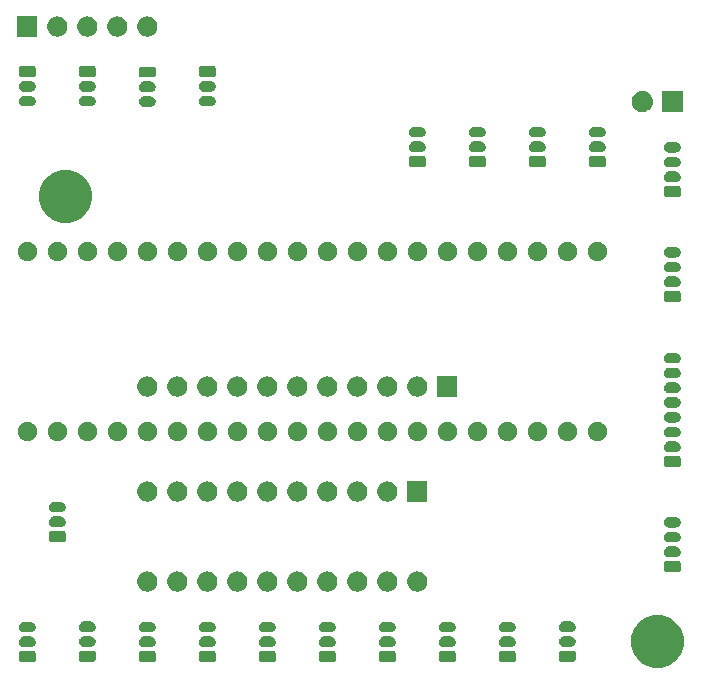
<source format=gbr>
G04 #@! TF.GenerationSoftware,KiCad,Pcbnew,5.0.2*
G04 #@! TF.CreationDate,2019-09-26T12:35:43-03:00*
G04 #@! TF.ProjectId,ControleMix,436f6e74-726f-46c6-954d-69782e6b6963,rev?*
G04 #@! TF.SameCoordinates,Original*
G04 #@! TF.FileFunction,Soldermask,Bot*
G04 #@! TF.FilePolarity,Negative*
%FSLAX46Y46*%
G04 Gerber Fmt 4.6, Leading zero omitted, Abs format (unit mm)*
G04 Created by KiCad (PCBNEW 5.0.2) date qui 26 set 2019 12:35:43 -03*
%MOMM*%
%LPD*%
G01*
G04 APERTURE LIST*
%ADD10C,0.100000*%
G04 APERTURE END LIST*
D10*
G36*
X189898445Y-107216254D02*
X190246593Y-107285504D01*
X190656249Y-107455189D01*
X191024929Y-107701534D01*
X191338466Y-108015071D01*
X191584811Y-108383751D01*
X191754496Y-108793407D01*
X191814127Y-109093194D01*
X191841000Y-109228294D01*
X191841000Y-109671706D01*
X191823746Y-109758445D01*
X191754496Y-110106593D01*
X191584811Y-110516249D01*
X191338466Y-110884929D01*
X191024929Y-111198466D01*
X190656249Y-111444811D01*
X190246593Y-111614496D01*
X189898445Y-111683746D01*
X189811706Y-111701000D01*
X189368294Y-111701000D01*
X189281555Y-111683746D01*
X188933407Y-111614496D01*
X188523751Y-111444811D01*
X188155071Y-111198466D01*
X187841534Y-110884929D01*
X187595189Y-110516249D01*
X187425504Y-110106593D01*
X187356254Y-109758445D01*
X187339000Y-109671706D01*
X187339000Y-109228294D01*
X187365873Y-109093194D01*
X187425504Y-108793407D01*
X187595189Y-108383751D01*
X187841534Y-108015071D01*
X188155071Y-107701534D01*
X188523751Y-107455189D01*
X188933407Y-107285504D01*
X189281555Y-107216254D01*
X189368294Y-107199000D01*
X189811706Y-107199000D01*
X189898445Y-107216254D01*
X189898445Y-107216254D01*
G37*
G36*
X177459683Y-110272725D02*
X177490144Y-110281966D01*
X177518223Y-110296975D01*
X177542831Y-110317169D01*
X177563025Y-110341777D01*
X177578034Y-110369856D01*
X177587275Y-110400317D01*
X177591000Y-110438140D01*
X177591000Y-111001860D01*
X177587275Y-111039683D01*
X177578034Y-111070144D01*
X177563025Y-111098223D01*
X177542831Y-111122831D01*
X177518223Y-111143025D01*
X177490144Y-111158034D01*
X177459683Y-111167275D01*
X177421860Y-111171000D01*
X176358140Y-111171000D01*
X176320317Y-111167275D01*
X176289856Y-111158034D01*
X176261777Y-111143025D01*
X176237169Y-111122831D01*
X176216975Y-111098223D01*
X176201966Y-111070144D01*
X176192725Y-111039683D01*
X176189000Y-111001860D01*
X176189000Y-110438140D01*
X176192725Y-110400317D01*
X176201966Y-110369856D01*
X176216975Y-110341777D01*
X176237169Y-110317169D01*
X176261777Y-110296975D01*
X176289856Y-110281966D01*
X176320317Y-110272725D01*
X176358140Y-110269000D01*
X177421860Y-110269000D01*
X177459683Y-110272725D01*
X177459683Y-110272725D01*
G37*
G36*
X172379683Y-110272725D02*
X172410144Y-110281966D01*
X172438223Y-110296975D01*
X172462831Y-110317169D01*
X172483025Y-110341777D01*
X172498034Y-110369856D01*
X172507275Y-110400317D01*
X172511000Y-110438140D01*
X172511000Y-111001860D01*
X172507275Y-111039683D01*
X172498034Y-111070144D01*
X172483025Y-111098223D01*
X172462831Y-111122831D01*
X172438223Y-111143025D01*
X172410144Y-111158034D01*
X172379683Y-111167275D01*
X172341860Y-111171000D01*
X171278140Y-111171000D01*
X171240317Y-111167275D01*
X171209856Y-111158034D01*
X171181777Y-111143025D01*
X171157169Y-111122831D01*
X171136975Y-111098223D01*
X171121966Y-111070144D01*
X171112725Y-111039683D01*
X171109000Y-111001860D01*
X171109000Y-110438140D01*
X171112725Y-110400317D01*
X171121966Y-110369856D01*
X171136975Y-110341777D01*
X171157169Y-110317169D01*
X171181777Y-110296975D01*
X171209856Y-110281966D01*
X171240317Y-110272725D01*
X171278140Y-110269000D01*
X172341860Y-110269000D01*
X172379683Y-110272725D01*
X172379683Y-110272725D01*
G37*
G36*
X167299683Y-110272725D02*
X167330144Y-110281966D01*
X167358223Y-110296975D01*
X167382831Y-110317169D01*
X167403025Y-110341777D01*
X167418034Y-110369856D01*
X167427275Y-110400317D01*
X167431000Y-110438140D01*
X167431000Y-111001860D01*
X167427275Y-111039683D01*
X167418034Y-111070144D01*
X167403025Y-111098223D01*
X167382831Y-111122831D01*
X167358223Y-111143025D01*
X167330144Y-111158034D01*
X167299683Y-111167275D01*
X167261860Y-111171000D01*
X166198140Y-111171000D01*
X166160317Y-111167275D01*
X166129856Y-111158034D01*
X166101777Y-111143025D01*
X166077169Y-111122831D01*
X166056975Y-111098223D01*
X166041966Y-111070144D01*
X166032725Y-111039683D01*
X166029000Y-111001860D01*
X166029000Y-110438140D01*
X166032725Y-110400317D01*
X166041966Y-110369856D01*
X166056975Y-110341777D01*
X166077169Y-110317169D01*
X166101777Y-110296975D01*
X166129856Y-110281966D01*
X166160317Y-110272725D01*
X166198140Y-110269000D01*
X167261860Y-110269000D01*
X167299683Y-110272725D01*
X167299683Y-110272725D01*
G37*
G36*
X162219683Y-110272725D02*
X162250144Y-110281966D01*
X162278223Y-110296975D01*
X162302831Y-110317169D01*
X162323025Y-110341777D01*
X162338034Y-110369856D01*
X162347275Y-110400317D01*
X162351000Y-110438140D01*
X162351000Y-111001860D01*
X162347275Y-111039683D01*
X162338034Y-111070144D01*
X162323025Y-111098223D01*
X162302831Y-111122831D01*
X162278223Y-111143025D01*
X162250144Y-111158034D01*
X162219683Y-111167275D01*
X162181860Y-111171000D01*
X161118140Y-111171000D01*
X161080317Y-111167275D01*
X161049856Y-111158034D01*
X161021777Y-111143025D01*
X160997169Y-111122831D01*
X160976975Y-111098223D01*
X160961966Y-111070144D01*
X160952725Y-111039683D01*
X160949000Y-111001860D01*
X160949000Y-110438140D01*
X160952725Y-110400317D01*
X160961966Y-110369856D01*
X160976975Y-110341777D01*
X160997169Y-110317169D01*
X161021777Y-110296975D01*
X161049856Y-110281966D01*
X161080317Y-110272725D01*
X161118140Y-110269000D01*
X162181860Y-110269000D01*
X162219683Y-110272725D01*
X162219683Y-110272725D01*
G37*
G36*
X157139683Y-110272725D02*
X157170144Y-110281966D01*
X157198223Y-110296975D01*
X157222831Y-110317169D01*
X157243025Y-110341777D01*
X157258034Y-110369856D01*
X157267275Y-110400317D01*
X157271000Y-110438140D01*
X157271000Y-111001860D01*
X157267275Y-111039683D01*
X157258034Y-111070144D01*
X157243025Y-111098223D01*
X157222831Y-111122831D01*
X157198223Y-111143025D01*
X157170144Y-111158034D01*
X157139683Y-111167275D01*
X157101860Y-111171000D01*
X156038140Y-111171000D01*
X156000317Y-111167275D01*
X155969856Y-111158034D01*
X155941777Y-111143025D01*
X155917169Y-111122831D01*
X155896975Y-111098223D01*
X155881966Y-111070144D01*
X155872725Y-111039683D01*
X155869000Y-111001860D01*
X155869000Y-110438140D01*
X155872725Y-110400317D01*
X155881966Y-110369856D01*
X155896975Y-110341777D01*
X155917169Y-110317169D01*
X155941777Y-110296975D01*
X155969856Y-110281966D01*
X156000317Y-110272725D01*
X156038140Y-110269000D01*
X157101860Y-110269000D01*
X157139683Y-110272725D01*
X157139683Y-110272725D01*
G37*
G36*
X152059683Y-110272725D02*
X152090144Y-110281966D01*
X152118223Y-110296975D01*
X152142831Y-110317169D01*
X152163025Y-110341777D01*
X152178034Y-110369856D01*
X152187275Y-110400317D01*
X152191000Y-110438140D01*
X152191000Y-111001860D01*
X152187275Y-111039683D01*
X152178034Y-111070144D01*
X152163025Y-111098223D01*
X152142831Y-111122831D01*
X152118223Y-111143025D01*
X152090144Y-111158034D01*
X152059683Y-111167275D01*
X152021860Y-111171000D01*
X150958140Y-111171000D01*
X150920317Y-111167275D01*
X150889856Y-111158034D01*
X150861777Y-111143025D01*
X150837169Y-111122831D01*
X150816975Y-111098223D01*
X150801966Y-111070144D01*
X150792725Y-111039683D01*
X150789000Y-111001860D01*
X150789000Y-110438140D01*
X150792725Y-110400317D01*
X150801966Y-110369856D01*
X150816975Y-110341777D01*
X150837169Y-110317169D01*
X150861777Y-110296975D01*
X150889856Y-110281966D01*
X150920317Y-110272725D01*
X150958140Y-110269000D01*
X152021860Y-110269000D01*
X152059683Y-110272725D01*
X152059683Y-110272725D01*
G37*
G36*
X146979683Y-110272725D02*
X147010144Y-110281966D01*
X147038223Y-110296975D01*
X147062831Y-110317169D01*
X147083025Y-110341777D01*
X147098034Y-110369856D01*
X147107275Y-110400317D01*
X147111000Y-110438140D01*
X147111000Y-111001860D01*
X147107275Y-111039683D01*
X147098034Y-111070144D01*
X147083025Y-111098223D01*
X147062831Y-111122831D01*
X147038223Y-111143025D01*
X147010144Y-111158034D01*
X146979683Y-111167275D01*
X146941860Y-111171000D01*
X145878140Y-111171000D01*
X145840317Y-111167275D01*
X145809856Y-111158034D01*
X145781777Y-111143025D01*
X145757169Y-111122831D01*
X145736975Y-111098223D01*
X145721966Y-111070144D01*
X145712725Y-111039683D01*
X145709000Y-111001860D01*
X145709000Y-110438140D01*
X145712725Y-110400317D01*
X145721966Y-110369856D01*
X145736975Y-110341777D01*
X145757169Y-110317169D01*
X145781777Y-110296975D01*
X145809856Y-110281966D01*
X145840317Y-110272725D01*
X145878140Y-110269000D01*
X146941860Y-110269000D01*
X146979683Y-110272725D01*
X146979683Y-110272725D01*
G37*
G36*
X136819683Y-110272725D02*
X136850144Y-110281966D01*
X136878223Y-110296975D01*
X136902831Y-110317169D01*
X136923025Y-110341777D01*
X136938034Y-110369856D01*
X136947275Y-110400317D01*
X136951000Y-110438140D01*
X136951000Y-111001860D01*
X136947275Y-111039683D01*
X136938034Y-111070144D01*
X136923025Y-111098223D01*
X136902831Y-111122831D01*
X136878223Y-111143025D01*
X136850144Y-111158034D01*
X136819683Y-111167275D01*
X136781860Y-111171000D01*
X135718140Y-111171000D01*
X135680317Y-111167275D01*
X135649856Y-111158034D01*
X135621777Y-111143025D01*
X135597169Y-111122831D01*
X135576975Y-111098223D01*
X135561966Y-111070144D01*
X135552725Y-111039683D01*
X135549000Y-111001860D01*
X135549000Y-110438140D01*
X135552725Y-110400317D01*
X135561966Y-110369856D01*
X135576975Y-110341777D01*
X135597169Y-110317169D01*
X135621777Y-110296975D01*
X135649856Y-110281966D01*
X135680317Y-110272725D01*
X135718140Y-110269000D01*
X136781860Y-110269000D01*
X136819683Y-110272725D01*
X136819683Y-110272725D01*
G37*
G36*
X182539683Y-110252725D02*
X182570144Y-110261966D01*
X182598223Y-110276975D01*
X182622831Y-110297169D01*
X182643025Y-110321777D01*
X182658034Y-110349856D01*
X182667275Y-110380317D01*
X182671000Y-110418140D01*
X182671000Y-110981860D01*
X182667275Y-111019683D01*
X182658034Y-111050144D01*
X182643025Y-111078223D01*
X182622831Y-111102831D01*
X182598223Y-111123025D01*
X182570144Y-111138034D01*
X182539683Y-111147275D01*
X182501860Y-111151000D01*
X181438140Y-111151000D01*
X181400317Y-111147275D01*
X181369856Y-111138034D01*
X181341777Y-111123025D01*
X181317169Y-111102831D01*
X181296975Y-111078223D01*
X181281966Y-111050144D01*
X181272725Y-111019683D01*
X181269000Y-110981860D01*
X181269000Y-110418140D01*
X181272725Y-110380317D01*
X181281966Y-110349856D01*
X181296975Y-110321777D01*
X181317169Y-110297169D01*
X181341777Y-110276975D01*
X181369856Y-110261966D01*
X181400317Y-110252725D01*
X181438140Y-110249000D01*
X182501860Y-110249000D01*
X182539683Y-110252725D01*
X182539683Y-110252725D01*
G37*
G36*
X141899683Y-110252725D02*
X141930144Y-110261966D01*
X141958223Y-110276975D01*
X141982831Y-110297169D01*
X142003025Y-110321777D01*
X142018034Y-110349856D01*
X142027275Y-110380317D01*
X142031000Y-110418140D01*
X142031000Y-110981860D01*
X142027275Y-111019683D01*
X142018034Y-111050144D01*
X142003025Y-111078223D01*
X141982831Y-111102831D01*
X141958223Y-111123025D01*
X141930144Y-111138034D01*
X141899683Y-111147275D01*
X141861860Y-111151000D01*
X140798140Y-111151000D01*
X140760317Y-111147275D01*
X140729856Y-111138034D01*
X140701777Y-111123025D01*
X140677169Y-111102831D01*
X140656975Y-111078223D01*
X140641966Y-111050144D01*
X140632725Y-111019683D01*
X140629000Y-110981860D01*
X140629000Y-110418140D01*
X140632725Y-110380317D01*
X140641966Y-110349856D01*
X140656975Y-110321777D01*
X140677169Y-110297169D01*
X140701777Y-110276975D01*
X140729856Y-110261966D01*
X140760317Y-110252725D01*
X140798140Y-110249000D01*
X141861860Y-110249000D01*
X141899683Y-110252725D01*
X141899683Y-110252725D01*
G37*
G36*
X136588413Y-109025525D02*
X136663456Y-109048290D01*
X136673425Y-109051314D01*
X136751774Y-109093193D01*
X136820448Y-109149552D01*
X136876807Y-109218226D01*
X136918686Y-109296575D01*
X136918687Y-109296579D01*
X136944475Y-109381587D01*
X136953182Y-109470000D01*
X136944475Y-109558413D01*
X136924754Y-109623421D01*
X136918686Y-109643425D01*
X136876807Y-109721774D01*
X136820448Y-109790448D01*
X136751774Y-109846807D01*
X136673425Y-109888686D01*
X136663456Y-109891710D01*
X136588413Y-109914475D01*
X136522158Y-109921000D01*
X135977842Y-109921000D01*
X135911587Y-109914475D01*
X135836544Y-109891710D01*
X135826575Y-109888686D01*
X135748226Y-109846807D01*
X135679552Y-109790448D01*
X135623193Y-109721774D01*
X135581314Y-109643425D01*
X135575246Y-109623421D01*
X135555525Y-109558413D01*
X135546818Y-109470000D01*
X135555525Y-109381587D01*
X135581313Y-109296579D01*
X135581314Y-109296575D01*
X135623193Y-109218226D01*
X135679552Y-109149552D01*
X135748226Y-109093193D01*
X135826575Y-109051314D01*
X135836544Y-109048290D01*
X135911587Y-109025525D01*
X135977842Y-109019000D01*
X136522158Y-109019000D01*
X136588413Y-109025525D01*
X136588413Y-109025525D01*
G37*
G36*
X146748413Y-109025525D02*
X146823456Y-109048290D01*
X146833425Y-109051314D01*
X146911774Y-109093193D01*
X146980448Y-109149552D01*
X147036807Y-109218226D01*
X147078686Y-109296575D01*
X147078687Y-109296579D01*
X147104475Y-109381587D01*
X147113182Y-109470000D01*
X147104475Y-109558413D01*
X147084754Y-109623421D01*
X147078686Y-109643425D01*
X147036807Y-109721774D01*
X146980448Y-109790448D01*
X146911774Y-109846807D01*
X146833425Y-109888686D01*
X146823456Y-109891710D01*
X146748413Y-109914475D01*
X146682158Y-109921000D01*
X146137842Y-109921000D01*
X146071587Y-109914475D01*
X145996544Y-109891710D01*
X145986575Y-109888686D01*
X145908226Y-109846807D01*
X145839552Y-109790448D01*
X145783193Y-109721774D01*
X145741314Y-109643425D01*
X145735246Y-109623421D01*
X145715525Y-109558413D01*
X145706818Y-109470000D01*
X145715525Y-109381587D01*
X145741313Y-109296579D01*
X145741314Y-109296575D01*
X145783193Y-109218226D01*
X145839552Y-109149552D01*
X145908226Y-109093193D01*
X145986575Y-109051314D01*
X145996544Y-109048290D01*
X146071587Y-109025525D01*
X146137842Y-109019000D01*
X146682158Y-109019000D01*
X146748413Y-109025525D01*
X146748413Y-109025525D01*
G37*
G36*
X151828413Y-109025525D02*
X151903456Y-109048290D01*
X151913425Y-109051314D01*
X151991774Y-109093193D01*
X152060448Y-109149552D01*
X152116807Y-109218226D01*
X152158686Y-109296575D01*
X152158687Y-109296579D01*
X152184475Y-109381587D01*
X152193182Y-109470000D01*
X152184475Y-109558413D01*
X152164754Y-109623421D01*
X152158686Y-109643425D01*
X152116807Y-109721774D01*
X152060448Y-109790448D01*
X151991774Y-109846807D01*
X151913425Y-109888686D01*
X151903456Y-109891710D01*
X151828413Y-109914475D01*
X151762158Y-109921000D01*
X151217842Y-109921000D01*
X151151587Y-109914475D01*
X151076544Y-109891710D01*
X151066575Y-109888686D01*
X150988226Y-109846807D01*
X150919552Y-109790448D01*
X150863193Y-109721774D01*
X150821314Y-109643425D01*
X150815246Y-109623421D01*
X150795525Y-109558413D01*
X150786818Y-109470000D01*
X150795525Y-109381587D01*
X150821313Y-109296579D01*
X150821314Y-109296575D01*
X150863193Y-109218226D01*
X150919552Y-109149552D01*
X150988226Y-109093193D01*
X151066575Y-109051314D01*
X151076544Y-109048290D01*
X151151587Y-109025525D01*
X151217842Y-109019000D01*
X151762158Y-109019000D01*
X151828413Y-109025525D01*
X151828413Y-109025525D01*
G37*
G36*
X156908413Y-109025525D02*
X156983456Y-109048290D01*
X156993425Y-109051314D01*
X157071774Y-109093193D01*
X157140448Y-109149552D01*
X157196807Y-109218226D01*
X157238686Y-109296575D01*
X157238687Y-109296579D01*
X157264475Y-109381587D01*
X157273182Y-109470000D01*
X157264475Y-109558413D01*
X157244754Y-109623421D01*
X157238686Y-109643425D01*
X157196807Y-109721774D01*
X157140448Y-109790448D01*
X157071774Y-109846807D01*
X156993425Y-109888686D01*
X156983456Y-109891710D01*
X156908413Y-109914475D01*
X156842158Y-109921000D01*
X156297842Y-109921000D01*
X156231587Y-109914475D01*
X156156544Y-109891710D01*
X156146575Y-109888686D01*
X156068226Y-109846807D01*
X155999552Y-109790448D01*
X155943193Y-109721774D01*
X155901314Y-109643425D01*
X155895246Y-109623421D01*
X155875525Y-109558413D01*
X155866818Y-109470000D01*
X155875525Y-109381587D01*
X155901313Y-109296579D01*
X155901314Y-109296575D01*
X155943193Y-109218226D01*
X155999552Y-109149552D01*
X156068226Y-109093193D01*
X156146575Y-109051314D01*
X156156544Y-109048290D01*
X156231587Y-109025525D01*
X156297842Y-109019000D01*
X156842158Y-109019000D01*
X156908413Y-109025525D01*
X156908413Y-109025525D01*
G37*
G36*
X167068413Y-109025525D02*
X167143456Y-109048290D01*
X167153425Y-109051314D01*
X167231774Y-109093193D01*
X167300448Y-109149552D01*
X167356807Y-109218226D01*
X167398686Y-109296575D01*
X167398687Y-109296579D01*
X167424475Y-109381587D01*
X167433182Y-109470000D01*
X167424475Y-109558413D01*
X167404754Y-109623421D01*
X167398686Y-109643425D01*
X167356807Y-109721774D01*
X167300448Y-109790448D01*
X167231774Y-109846807D01*
X167153425Y-109888686D01*
X167143456Y-109891710D01*
X167068413Y-109914475D01*
X167002158Y-109921000D01*
X166457842Y-109921000D01*
X166391587Y-109914475D01*
X166316544Y-109891710D01*
X166306575Y-109888686D01*
X166228226Y-109846807D01*
X166159552Y-109790448D01*
X166103193Y-109721774D01*
X166061314Y-109643425D01*
X166055246Y-109623421D01*
X166035525Y-109558413D01*
X166026818Y-109470000D01*
X166035525Y-109381587D01*
X166061313Y-109296579D01*
X166061314Y-109296575D01*
X166103193Y-109218226D01*
X166159552Y-109149552D01*
X166228226Y-109093193D01*
X166306575Y-109051314D01*
X166316544Y-109048290D01*
X166391587Y-109025525D01*
X166457842Y-109019000D01*
X167002158Y-109019000D01*
X167068413Y-109025525D01*
X167068413Y-109025525D01*
G37*
G36*
X177228413Y-109025525D02*
X177303456Y-109048290D01*
X177313425Y-109051314D01*
X177391774Y-109093193D01*
X177460448Y-109149552D01*
X177516807Y-109218226D01*
X177558686Y-109296575D01*
X177558687Y-109296579D01*
X177584475Y-109381587D01*
X177593182Y-109470000D01*
X177584475Y-109558413D01*
X177564754Y-109623421D01*
X177558686Y-109643425D01*
X177516807Y-109721774D01*
X177460448Y-109790448D01*
X177391774Y-109846807D01*
X177313425Y-109888686D01*
X177303456Y-109891710D01*
X177228413Y-109914475D01*
X177162158Y-109921000D01*
X176617842Y-109921000D01*
X176551587Y-109914475D01*
X176476544Y-109891710D01*
X176466575Y-109888686D01*
X176388226Y-109846807D01*
X176319552Y-109790448D01*
X176263193Y-109721774D01*
X176221314Y-109643425D01*
X176215246Y-109623421D01*
X176195525Y-109558413D01*
X176186818Y-109470000D01*
X176195525Y-109381587D01*
X176221313Y-109296579D01*
X176221314Y-109296575D01*
X176263193Y-109218226D01*
X176319552Y-109149552D01*
X176388226Y-109093193D01*
X176466575Y-109051314D01*
X176476544Y-109048290D01*
X176551587Y-109025525D01*
X176617842Y-109019000D01*
X177162158Y-109019000D01*
X177228413Y-109025525D01*
X177228413Y-109025525D01*
G37*
G36*
X172148413Y-109025525D02*
X172223456Y-109048290D01*
X172233425Y-109051314D01*
X172311774Y-109093193D01*
X172380448Y-109149552D01*
X172436807Y-109218226D01*
X172478686Y-109296575D01*
X172478687Y-109296579D01*
X172504475Y-109381587D01*
X172513182Y-109470000D01*
X172504475Y-109558413D01*
X172484754Y-109623421D01*
X172478686Y-109643425D01*
X172436807Y-109721774D01*
X172380448Y-109790448D01*
X172311774Y-109846807D01*
X172233425Y-109888686D01*
X172223456Y-109891710D01*
X172148413Y-109914475D01*
X172082158Y-109921000D01*
X171537842Y-109921000D01*
X171471587Y-109914475D01*
X171396544Y-109891710D01*
X171386575Y-109888686D01*
X171308226Y-109846807D01*
X171239552Y-109790448D01*
X171183193Y-109721774D01*
X171141314Y-109643425D01*
X171135246Y-109623421D01*
X171115525Y-109558413D01*
X171106818Y-109470000D01*
X171115525Y-109381587D01*
X171141313Y-109296579D01*
X171141314Y-109296575D01*
X171183193Y-109218226D01*
X171239552Y-109149552D01*
X171308226Y-109093193D01*
X171386575Y-109051314D01*
X171396544Y-109048290D01*
X171471587Y-109025525D01*
X171537842Y-109019000D01*
X172082158Y-109019000D01*
X172148413Y-109025525D01*
X172148413Y-109025525D01*
G37*
G36*
X161988413Y-109025525D02*
X162063456Y-109048290D01*
X162073425Y-109051314D01*
X162151774Y-109093193D01*
X162220448Y-109149552D01*
X162276807Y-109218226D01*
X162318686Y-109296575D01*
X162318687Y-109296579D01*
X162344475Y-109381587D01*
X162353182Y-109470000D01*
X162344475Y-109558413D01*
X162324754Y-109623421D01*
X162318686Y-109643425D01*
X162276807Y-109721774D01*
X162220448Y-109790448D01*
X162151774Y-109846807D01*
X162073425Y-109888686D01*
X162063456Y-109891710D01*
X161988413Y-109914475D01*
X161922158Y-109921000D01*
X161377842Y-109921000D01*
X161311587Y-109914475D01*
X161236544Y-109891710D01*
X161226575Y-109888686D01*
X161148226Y-109846807D01*
X161079552Y-109790448D01*
X161023193Y-109721774D01*
X160981314Y-109643425D01*
X160975246Y-109623421D01*
X160955525Y-109558413D01*
X160946818Y-109470000D01*
X160955525Y-109381587D01*
X160981313Y-109296579D01*
X160981314Y-109296575D01*
X161023193Y-109218226D01*
X161079552Y-109149552D01*
X161148226Y-109093193D01*
X161226575Y-109051314D01*
X161236544Y-109048290D01*
X161311587Y-109025525D01*
X161377842Y-109019000D01*
X161922158Y-109019000D01*
X161988413Y-109025525D01*
X161988413Y-109025525D01*
G37*
G36*
X141668413Y-109005525D02*
X141743456Y-109028290D01*
X141753425Y-109031314D01*
X141831774Y-109073193D01*
X141900448Y-109129552D01*
X141956807Y-109198226D01*
X141998686Y-109276575D01*
X141998687Y-109276579D01*
X142024475Y-109361587D01*
X142033182Y-109450000D01*
X142024475Y-109538413D01*
X142001710Y-109613456D01*
X141998686Y-109623425D01*
X141956807Y-109701774D01*
X141900448Y-109770448D01*
X141831774Y-109826807D01*
X141753425Y-109868686D01*
X141743456Y-109871710D01*
X141668413Y-109894475D01*
X141602158Y-109901000D01*
X141057842Y-109901000D01*
X140991587Y-109894475D01*
X140916544Y-109871710D01*
X140906575Y-109868686D01*
X140828226Y-109826807D01*
X140759552Y-109770448D01*
X140703193Y-109701774D01*
X140661314Y-109623425D01*
X140658290Y-109613456D01*
X140635525Y-109538413D01*
X140626818Y-109450000D01*
X140635525Y-109361587D01*
X140661313Y-109276579D01*
X140661314Y-109276575D01*
X140703193Y-109198226D01*
X140759552Y-109129552D01*
X140828226Y-109073193D01*
X140906575Y-109031314D01*
X140916544Y-109028290D01*
X140991587Y-109005525D01*
X141057842Y-108999000D01*
X141602158Y-108999000D01*
X141668413Y-109005525D01*
X141668413Y-109005525D01*
G37*
G36*
X182308413Y-109005525D02*
X182383456Y-109028290D01*
X182393425Y-109031314D01*
X182471774Y-109073193D01*
X182540448Y-109129552D01*
X182596807Y-109198226D01*
X182638686Y-109276575D01*
X182638687Y-109276579D01*
X182664475Y-109361587D01*
X182673182Y-109450000D01*
X182664475Y-109538413D01*
X182641710Y-109613456D01*
X182638686Y-109623425D01*
X182596807Y-109701774D01*
X182540448Y-109770448D01*
X182471774Y-109826807D01*
X182393425Y-109868686D01*
X182383456Y-109871710D01*
X182308413Y-109894475D01*
X182242158Y-109901000D01*
X181697842Y-109901000D01*
X181631587Y-109894475D01*
X181556544Y-109871710D01*
X181546575Y-109868686D01*
X181468226Y-109826807D01*
X181399552Y-109770448D01*
X181343193Y-109701774D01*
X181301314Y-109623425D01*
X181298290Y-109613456D01*
X181275525Y-109538413D01*
X181266818Y-109450000D01*
X181275525Y-109361587D01*
X181301313Y-109276579D01*
X181301314Y-109276575D01*
X181343193Y-109198226D01*
X181399552Y-109129552D01*
X181468226Y-109073193D01*
X181546575Y-109031314D01*
X181556544Y-109028290D01*
X181631587Y-109005525D01*
X181697842Y-108999000D01*
X182242158Y-108999000D01*
X182308413Y-109005525D01*
X182308413Y-109005525D01*
G37*
G36*
X161988413Y-107775525D02*
X162063456Y-107798290D01*
X162073425Y-107801314D01*
X162151774Y-107843193D01*
X162220448Y-107899552D01*
X162276807Y-107968226D01*
X162318686Y-108046575D01*
X162318687Y-108046579D01*
X162344475Y-108131587D01*
X162353182Y-108220000D01*
X162344475Y-108308413D01*
X162324754Y-108373421D01*
X162318686Y-108393425D01*
X162276807Y-108471774D01*
X162220448Y-108540448D01*
X162151774Y-108596807D01*
X162073425Y-108638686D01*
X162063456Y-108641710D01*
X161988413Y-108664475D01*
X161922158Y-108671000D01*
X161377842Y-108671000D01*
X161311587Y-108664475D01*
X161236544Y-108641710D01*
X161226575Y-108638686D01*
X161148226Y-108596807D01*
X161079552Y-108540448D01*
X161023193Y-108471774D01*
X160981314Y-108393425D01*
X160975246Y-108373421D01*
X160955525Y-108308413D01*
X160946818Y-108220000D01*
X160955525Y-108131587D01*
X160981313Y-108046579D01*
X160981314Y-108046575D01*
X161023193Y-107968226D01*
X161079552Y-107899552D01*
X161148226Y-107843193D01*
X161226575Y-107801314D01*
X161236544Y-107798290D01*
X161311587Y-107775525D01*
X161377842Y-107769000D01*
X161922158Y-107769000D01*
X161988413Y-107775525D01*
X161988413Y-107775525D01*
G37*
G36*
X177228413Y-107775525D02*
X177303456Y-107798290D01*
X177313425Y-107801314D01*
X177391774Y-107843193D01*
X177460448Y-107899552D01*
X177516807Y-107968226D01*
X177558686Y-108046575D01*
X177558687Y-108046579D01*
X177584475Y-108131587D01*
X177593182Y-108220000D01*
X177584475Y-108308413D01*
X177564754Y-108373421D01*
X177558686Y-108393425D01*
X177516807Y-108471774D01*
X177460448Y-108540448D01*
X177391774Y-108596807D01*
X177313425Y-108638686D01*
X177303456Y-108641710D01*
X177228413Y-108664475D01*
X177162158Y-108671000D01*
X176617842Y-108671000D01*
X176551587Y-108664475D01*
X176476544Y-108641710D01*
X176466575Y-108638686D01*
X176388226Y-108596807D01*
X176319552Y-108540448D01*
X176263193Y-108471774D01*
X176221314Y-108393425D01*
X176215246Y-108373421D01*
X176195525Y-108308413D01*
X176186818Y-108220000D01*
X176195525Y-108131587D01*
X176221313Y-108046579D01*
X176221314Y-108046575D01*
X176263193Y-107968226D01*
X176319552Y-107899552D01*
X176388226Y-107843193D01*
X176466575Y-107801314D01*
X176476544Y-107798290D01*
X176551587Y-107775525D01*
X176617842Y-107769000D01*
X177162158Y-107769000D01*
X177228413Y-107775525D01*
X177228413Y-107775525D01*
G37*
G36*
X172148413Y-107775525D02*
X172223456Y-107798290D01*
X172233425Y-107801314D01*
X172311774Y-107843193D01*
X172380448Y-107899552D01*
X172436807Y-107968226D01*
X172478686Y-108046575D01*
X172478687Y-108046579D01*
X172504475Y-108131587D01*
X172513182Y-108220000D01*
X172504475Y-108308413D01*
X172484754Y-108373421D01*
X172478686Y-108393425D01*
X172436807Y-108471774D01*
X172380448Y-108540448D01*
X172311774Y-108596807D01*
X172233425Y-108638686D01*
X172223456Y-108641710D01*
X172148413Y-108664475D01*
X172082158Y-108671000D01*
X171537842Y-108671000D01*
X171471587Y-108664475D01*
X171396544Y-108641710D01*
X171386575Y-108638686D01*
X171308226Y-108596807D01*
X171239552Y-108540448D01*
X171183193Y-108471774D01*
X171141314Y-108393425D01*
X171135246Y-108373421D01*
X171115525Y-108308413D01*
X171106818Y-108220000D01*
X171115525Y-108131587D01*
X171141313Y-108046579D01*
X171141314Y-108046575D01*
X171183193Y-107968226D01*
X171239552Y-107899552D01*
X171308226Y-107843193D01*
X171386575Y-107801314D01*
X171396544Y-107798290D01*
X171471587Y-107775525D01*
X171537842Y-107769000D01*
X172082158Y-107769000D01*
X172148413Y-107775525D01*
X172148413Y-107775525D01*
G37*
G36*
X167068413Y-107775525D02*
X167143456Y-107798290D01*
X167153425Y-107801314D01*
X167231774Y-107843193D01*
X167300448Y-107899552D01*
X167356807Y-107968226D01*
X167398686Y-108046575D01*
X167398687Y-108046579D01*
X167424475Y-108131587D01*
X167433182Y-108220000D01*
X167424475Y-108308413D01*
X167404754Y-108373421D01*
X167398686Y-108393425D01*
X167356807Y-108471774D01*
X167300448Y-108540448D01*
X167231774Y-108596807D01*
X167153425Y-108638686D01*
X167143456Y-108641710D01*
X167068413Y-108664475D01*
X167002158Y-108671000D01*
X166457842Y-108671000D01*
X166391587Y-108664475D01*
X166316544Y-108641710D01*
X166306575Y-108638686D01*
X166228226Y-108596807D01*
X166159552Y-108540448D01*
X166103193Y-108471774D01*
X166061314Y-108393425D01*
X166055246Y-108373421D01*
X166035525Y-108308413D01*
X166026818Y-108220000D01*
X166035525Y-108131587D01*
X166061313Y-108046579D01*
X166061314Y-108046575D01*
X166103193Y-107968226D01*
X166159552Y-107899552D01*
X166228226Y-107843193D01*
X166306575Y-107801314D01*
X166316544Y-107798290D01*
X166391587Y-107775525D01*
X166457842Y-107769000D01*
X167002158Y-107769000D01*
X167068413Y-107775525D01*
X167068413Y-107775525D01*
G37*
G36*
X151828413Y-107775525D02*
X151903456Y-107798290D01*
X151913425Y-107801314D01*
X151991774Y-107843193D01*
X152060448Y-107899552D01*
X152116807Y-107968226D01*
X152158686Y-108046575D01*
X152158687Y-108046579D01*
X152184475Y-108131587D01*
X152193182Y-108220000D01*
X152184475Y-108308413D01*
X152164754Y-108373421D01*
X152158686Y-108393425D01*
X152116807Y-108471774D01*
X152060448Y-108540448D01*
X151991774Y-108596807D01*
X151913425Y-108638686D01*
X151903456Y-108641710D01*
X151828413Y-108664475D01*
X151762158Y-108671000D01*
X151217842Y-108671000D01*
X151151587Y-108664475D01*
X151076544Y-108641710D01*
X151066575Y-108638686D01*
X150988226Y-108596807D01*
X150919552Y-108540448D01*
X150863193Y-108471774D01*
X150821314Y-108393425D01*
X150815246Y-108373421D01*
X150795525Y-108308413D01*
X150786818Y-108220000D01*
X150795525Y-108131587D01*
X150821313Y-108046579D01*
X150821314Y-108046575D01*
X150863193Y-107968226D01*
X150919552Y-107899552D01*
X150988226Y-107843193D01*
X151066575Y-107801314D01*
X151076544Y-107798290D01*
X151151587Y-107775525D01*
X151217842Y-107769000D01*
X151762158Y-107769000D01*
X151828413Y-107775525D01*
X151828413Y-107775525D01*
G37*
G36*
X146748413Y-107775525D02*
X146823456Y-107798290D01*
X146833425Y-107801314D01*
X146911774Y-107843193D01*
X146980448Y-107899552D01*
X147036807Y-107968226D01*
X147078686Y-108046575D01*
X147078687Y-108046579D01*
X147104475Y-108131587D01*
X147113182Y-108220000D01*
X147104475Y-108308413D01*
X147084754Y-108373421D01*
X147078686Y-108393425D01*
X147036807Y-108471774D01*
X146980448Y-108540448D01*
X146911774Y-108596807D01*
X146833425Y-108638686D01*
X146823456Y-108641710D01*
X146748413Y-108664475D01*
X146682158Y-108671000D01*
X146137842Y-108671000D01*
X146071587Y-108664475D01*
X145996544Y-108641710D01*
X145986575Y-108638686D01*
X145908226Y-108596807D01*
X145839552Y-108540448D01*
X145783193Y-108471774D01*
X145741314Y-108393425D01*
X145735246Y-108373421D01*
X145715525Y-108308413D01*
X145706818Y-108220000D01*
X145715525Y-108131587D01*
X145741313Y-108046579D01*
X145741314Y-108046575D01*
X145783193Y-107968226D01*
X145839552Y-107899552D01*
X145908226Y-107843193D01*
X145986575Y-107801314D01*
X145996544Y-107798290D01*
X146071587Y-107775525D01*
X146137842Y-107769000D01*
X146682158Y-107769000D01*
X146748413Y-107775525D01*
X146748413Y-107775525D01*
G37*
G36*
X156908413Y-107775525D02*
X156983456Y-107798290D01*
X156993425Y-107801314D01*
X157071774Y-107843193D01*
X157140448Y-107899552D01*
X157196807Y-107968226D01*
X157238686Y-108046575D01*
X157238687Y-108046579D01*
X157264475Y-108131587D01*
X157273182Y-108220000D01*
X157264475Y-108308413D01*
X157244754Y-108373421D01*
X157238686Y-108393425D01*
X157196807Y-108471774D01*
X157140448Y-108540448D01*
X157071774Y-108596807D01*
X156993425Y-108638686D01*
X156983456Y-108641710D01*
X156908413Y-108664475D01*
X156842158Y-108671000D01*
X156297842Y-108671000D01*
X156231587Y-108664475D01*
X156156544Y-108641710D01*
X156146575Y-108638686D01*
X156068226Y-108596807D01*
X155999552Y-108540448D01*
X155943193Y-108471774D01*
X155901314Y-108393425D01*
X155895246Y-108373421D01*
X155875525Y-108308413D01*
X155866818Y-108220000D01*
X155875525Y-108131587D01*
X155901313Y-108046579D01*
X155901314Y-108046575D01*
X155943193Y-107968226D01*
X155999552Y-107899552D01*
X156068226Y-107843193D01*
X156146575Y-107801314D01*
X156156544Y-107798290D01*
X156231587Y-107775525D01*
X156297842Y-107769000D01*
X156842158Y-107769000D01*
X156908413Y-107775525D01*
X156908413Y-107775525D01*
G37*
G36*
X136588413Y-107775525D02*
X136663456Y-107798290D01*
X136673425Y-107801314D01*
X136751774Y-107843193D01*
X136820448Y-107899552D01*
X136876807Y-107968226D01*
X136918686Y-108046575D01*
X136918687Y-108046579D01*
X136944475Y-108131587D01*
X136953182Y-108220000D01*
X136944475Y-108308413D01*
X136924754Y-108373421D01*
X136918686Y-108393425D01*
X136876807Y-108471774D01*
X136820448Y-108540448D01*
X136751774Y-108596807D01*
X136673425Y-108638686D01*
X136663456Y-108641710D01*
X136588413Y-108664475D01*
X136522158Y-108671000D01*
X135977842Y-108671000D01*
X135911587Y-108664475D01*
X135836544Y-108641710D01*
X135826575Y-108638686D01*
X135748226Y-108596807D01*
X135679552Y-108540448D01*
X135623193Y-108471774D01*
X135581314Y-108393425D01*
X135575246Y-108373421D01*
X135555525Y-108308413D01*
X135546818Y-108220000D01*
X135555525Y-108131587D01*
X135581313Y-108046579D01*
X135581314Y-108046575D01*
X135623193Y-107968226D01*
X135679552Y-107899552D01*
X135748226Y-107843193D01*
X135826575Y-107801314D01*
X135836544Y-107798290D01*
X135911587Y-107775525D01*
X135977842Y-107769000D01*
X136522158Y-107769000D01*
X136588413Y-107775525D01*
X136588413Y-107775525D01*
G37*
G36*
X182308413Y-107755525D02*
X182383456Y-107778290D01*
X182393425Y-107781314D01*
X182471774Y-107823193D01*
X182540448Y-107879552D01*
X182596807Y-107948226D01*
X182638686Y-108026575D01*
X182638687Y-108026579D01*
X182664475Y-108111587D01*
X182673182Y-108200000D01*
X182664475Y-108288413D01*
X182641710Y-108363456D01*
X182638686Y-108373425D01*
X182596807Y-108451774D01*
X182540448Y-108520448D01*
X182471774Y-108576807D01*
X182393425Y-108618686D01*
X182383456Y-108621710D01*
X182308413Y-108644475D01*
X182242158Y-108651000D01*
X181697842Y-108651000D01*
X181631587Y-108644475D01*
X181556544Y-108621710D01*
X181546575Y-108618686D01*
X181468226Y-108576807D01*
X181399552Y-108520448D01*
X181343193Y-108451774D01*
X181301314Y-108373425D01*
X181298290Y-108363456D01*
X181275525Y-108288413D01*
X181266818Y-108200000D01*
X181275525Y-108111587D01*
X181301313Y-108026579D01*
X181301314Y-108026575D01*
X181343193Y-107948226D01*
X181399552Y-107879552D01*
X181468226Y-107823193D01*
X181546575Y-107781314D01*
X181556544Y-107778290D01*
X181631587Y-107755525D01*
X181697842Y-107749000D01*
X182242158Y-107749000D01*
X182308413Y-107755525D01*
X182308413Y-107755525D01*
G37*
G36*
X141668413Y-107755525D02*
X141743456Y-107778290D01*
X141753425Y-107781314D01*
X141831774Y-107823193D01*
X141900448Y-107879552D01*
X141956807Y-107948226D01*
X141998686Y-108026575D01*
X141998687Y-108026579D01*
X142024475Y-108111587D01*
X142033182Y-108200000D01*
X142024475Y-108288413D01*
X142001710Y-108363456D01*
X141998686Y-108373425D01*
X141956807Y-108451774D01*
X141900448Y-108520448D01*
X141831774Y-108576807D01*
X141753425Y-108618686D01*
X141743456Y-108621710D01*
X141668413Y-108644475D01*
X141602158Y-108651000D01*
X141057842Y-108651000D01*
X140991587Y-108644475D01*
X140916544Y-108621710D01*
X140906575Y-108618686D01*
X140828226Y-108576807D01*
X140759552Y-108520448D01*
X140703193Y-108451774D01*
X140661314Y-108373425D01*
X140658290Y-108363456D01*
X140635525Y-108288413D01*
X140626818Y-108200000D01*
X140635525Y-108111587D01*
X140661313Y-108026579D01*
X140661314Y-108026575D01*
X140703193Y-107948226D01*
X140759552Y-107879552D01*
X140828226Y-107823193D01*
X140906575Y-107781314D01*
X140916544Y-107778290D01*
X140991587Y-107755525D01*
X141057842Y-107749000D01*
X141602158Y-107749000D01*
X141668413Y-107755525D01*
X141668413Y-107755525D01*
G37*
G36*
X159276821Y-103531313D02*
X159276824Y-103531314D01*
X159276825Y-103531314D01*
X159437239Y-103579975D01*
X159437241Y-103579976D01*
X159437244Y-103579977D01*
X159585078Y-103658995D01*
X159714659Y-103765341D01*
X159821005Y-103894922D01*
X159900023Y-104042756D01*
X159948687Y-104203179D01*
X159965117Y-104370000D01*
X159948687Y-104536821D01*
X159900023Y-104697244D01*
X159821005Y-104845078D01*
X159714659Y-104974659D01*
X159585078Y-105081005D01*
X159437244Y-105160023D01*
X159437241Y-105160024D01*
X159437239Y-105160025D01*
X159276825Y-105208686D01*
X159276824Y-105208686D01*
X159276821Y-105208687D01*
X159151804Y-105221000D01*
X159068196Y-105221000D01*
X158943179Y-105208687D01*
X158943176Y-105208686D01*
X158943175Y-105208686D01*
X158782761Y-105160025D01*
X158782759Y-105160024D01*
X158782756Y-105160023D01*
X158634922Y-105081005D01*
X158505341Y-104974659D01*
X158398995Y-104845078D01*
X158319977Y-104697244D01*
X158271313Y-104536821D01*
X158254883Y-104370000D01*
X158271313Y-104203179D01*
X158319977Y-104042756D01*
X158398995Y-103894922D01*
X158505341Y-103765341D01*
X158634922Y-103658995D01*
X158782756Y-103579977D01*
X158782759Y-103579976D01*
X158782761Y-103579975D01*
X158943175Y-103531314D01*
X158943176Y-103531314D01*
X158943179Y-103531313D01*
X159068196Y-103519000D01*
X159151804Y-103519000D01*
X159276821Y-103531313D01*
X159276821Y-103531313D01*
G37*
G36*
X146576821Y-103531313D02*
X146576824Y-103531314D01*
X146576825Y-103531314D01*
X146737239Y-103579975D01*
X146737241Y-103579976D01*
X146737244Y-103579977D01*
X146885078Y-103658995D01*
X147014659Y-103765341D01*
X147121005Y-103894922D01*
X147200023Y-104042756D01*
X147248687Y-104203179D01*
X147265117Y-104370000D01*
X147248687Y-104536821D01*
X147200023Y-104697244D01*
X147121005Y-104845078D01*
X147014659Y-104974659D01*
X146885078Y-105081005D01*
X146737244Y-105160023D01*
X146737241Y-105160024D01*
X146737239Y-105160025D01*
X146576825Y-105208686D01*
X146576824Y-105208686D01*
X146576821Y-105208687D01*
X146451804Y-105221000D01*
X146368196Y-105221000D01*
X146243179Y-105208687D01*
X146243176Y-105208686D01*
X146243175Y-105208686D01*
X146082761Y-105160025D01*
X146082759Y-105160024D01*
X146082756Y-105160023D01*
X145934922Y-105081005D01*
X145805341Y-104974659D01*
X145698995Y-104845078D01*
X145619977Y-104697244D01*
X145571313Y-104536821D01*
X145554883Y-104370000D01*
X145571313Y-104203179D01*
X145619977Y-104042756D01*
X145698995Y-103894922D01*
X145805341Y-103765341D01*
X145934922Y-103658995D01*
X146082756Y-103579977D01*
X146082759Y-103579976D01*
X146082761Y-103579975D01*
X146243175Y-103531314D01*
X146243176Y-103531314D01*
X146243179Y-103531313D01*
X146368196Y-103519000D01*
X146451804Y-103519000D01*
X146576821Y-103531313D01*
X146576821Y-103531313D01*
G37*
G36*
X149116821Y-103531313D02*
X149116824Y-103531314D01*
X149116825Y-103531314D01*
X149277239Y-103579975D01*
X149277241Y-103579976D01*
X149277244Y-103579977D01*
X149425078Y-103658995D01*
X149554659Y-103765341D01*
X149661005Y-103894922D01*
X149740023Y-104042756D01*
X149788687Y-104203179D01*
X149805117Y-104370000D01*
X149788687Y-104536821D01*
X149740023Y-104697244D01*
X149661005Y-104845078D01*
X149554659Y-104974659D01*
X149425078Y-105081005D01*
X149277244Y-105160023D01*
X149277241Y-105160024D01*
X149277239Y-105160025D01*
X149116825Y-105208686D01*
X149116824Y-105208686D01*
X149116821Y-105208687D01*
X148991804Y-105221000D01*
X148908196Y-105221000D01*
X148783179Y-105208687D01*
X148783176Y-105208686D01*
X148783175Y-105208686D01*
X148622761Y-105160025D01*
X148622759Y-105160024D01*
X148622756Y-105160023D01*
X148474922Y-105081005D01*
X148345341Y-104974659D01*
X148238995Y-104845078D01*
X148159977Y-104697244D01*
X148111313Y-104536821D01*
X148094883Y-104370000D01*
X148111313Y-104203179D01*
X148159977Y-104042756D01*
X148238995Y-103894922D01*
X148345341Y-103765341D01*
X148474922Y-103658995D01*
X148622756Y-103579977D01*
X148622759Y-103579976D01*
X148622761Y-103579975D01*
X148783175Y-103531314D01*
X148783176Y-103531314D01*
X148783179Y-103531313D01*
X148908196Y-103519000D01*
X148991804Y-103519000D01*
X149116821Y-103531313D01*
X149116821Y-103531313D01*
G37*
G36*
X151656821Y-103531313D02*
X151656824Y-103531314D01*
X151656825Y-103531314D01*
X151817239Y-103579975D01*
X151817241Y-103579976D01*
X151817244Y-103579977D01*
X151965078Y-103658995D01*
X152094659Y-103765341D01*
X152201005Y-103894922D01*
X152280023Y-104042756D01*
X152328687Y-104203179D01*
X152345117Y-104370000D01*
X152328687Y-104536821D01*
X152280023Y-104697244D01*
X152201005Y-104845078D01*
X152094659Y-104974659D01*
X151965078Y-105081005D01*
X151817244Y-105160023D01*
X151817241Y-105160024D01*
X151817239Y-105160025D01*
X151656825Y-105208686D01*
X151656824Y-105208686D01*
X151656821Y-105208687D01*
X151531804Y-105221000D01*
X151448196Y-105221000D01*
X151323179Y-105208687D01*
X151323176Y-105208686D01*
X151323175Y-105208686D01*
X151162761Y-105160025D01*
X151162759Y-105160024D01*
X151162756Y-105160023D01*
X151014922Y-105081005D01*
X150885341Y-104974659D01*
X150778995Y-104845078D01*
X150699977Y-104697244D01*
X150651313Y-104536821D01*
X150634883Y-104370000D01*
X150651313Y-104203179D01*
X150699977Y-104042756D01*
X150778995Y-103894922D01*
X150885341Y-103765341D01*
X151014922Y-103658995D01*
X151162756Y-103579977D01*
X151162759Y-103579976D01*
X151162761Y-103579975D01*
X151323175Y-103531314D01*
X151323176Y-103531314D01*
X151323179Y-103531313D01*
X151448196Y-103519000D01*
X151531804Y-103519000D01*
X151656821Y-103531313D01*
X151656821Y-103531313D01*
G37*
G36*
X154196821Y-103531313D02*
X154196824Y-103531314D01*
X154196825Y-103531314D01*
X154357239Y-103579975D01*
X154357241Y-103579976D01*
X154357244Y-103579977D01*
X154505078Y-103658995D01*
X154634659Y-103765341D01*
X154741005Y-103894922D01*
X154820023Y-104042756D01*
X154868687Y-104203179D01*
X154885117Y-104370000D01*
X154868687Y-104536821D01*
X154820023Y-104697244D01*
X154741005Y-104845078D01*
X154634659Y-104974659D01*
X154505078Y-105081005D01*
X154357244Y-105160023D01*
X154357241Y-105160024D01*
X154357239Y-105160025D01*
X154196825Y-105208686D01*
X154196824Y-105208686D01*
X154196821Y-105208687D01*
X154071804Y-105221000D01*
X153988196Y-105221000D01*
X153863179Y-105208687D01*
X153863176Y-105208686D01*
X153863175Y-105208686D01*
X153702761Y-105160025D01*
X153702759Y-105160024D01*
X153702756Y-105160023D01*
X153554922Y-105081005D01*
X153425341Y-104974659D01*
X153318995Y-104845078D01*
X153239977Y-104697244D01*
X153191313Y-104536821D01*
X153174883Y-104370000D01*
X153191313Y-104203179D01*
X153239977Y-104042756D01*
X153318995Y-103894922D01*
X153425341Y-103765341D01*
X153554922Y-103658995D01*
X153702756Y-103579977D01*
X153702759Y-103579976D01*
X153702761Y-103579975D01*
X153863175Y-103531314D01*
X153863176Y-103531314D01*
X153863179Y-103531313D01*
X153988196Y-103519000D01*
X154071804Y-103519000D01*
X154196821Y-103531313D01*
X154196821Y-103531313D01*
G37*
G36*
X156736821Y-103531313D02*
X156736824Y-103531314D01*
X156736825Y-103531314D01*
X156897239Y-103579975D01*
X156897241Y-103579976D01*
X156897244Y-103579977D01*
X157045078Y-103658995D01*
X157174659Y-103765341D01*
X157281005Y-103894922D01*
X157360023Y-104042756D01*
X157408687Y-104203179D01*
X157425117Y-104370000D01*
X157408687Y-104536821D01*
X157360023Y-104697244D01*
X157281005Y-104845078D01*
X157174659Y-104974659D01*
X157045078Y-105081005D01*
X156897244Y-105160023D01*
X156897241Y-105160024D01*
X156897239Y-105160025D01*
X156736825Y-105208686D01*
X156736824Y-105208686D01*
X156736821Y-105208687D01*
X156611804Y-105221000D01*
X156528196Y-105221000D01*
X156403179Y-105208687D01*
X156403176Y-105208686D01*
X156403175Y-105208686D01*
X156242761Y-105160025D01*
X156242759Y-105160024D01*
X156242756Y-105160023D01*
X156094922Y-105081005D01*
X155965341Y-104974659D01*
X155858995Y-104845078D01*
X155779977Y-104697244D01*
X155731313Y-104536821D01*
X155714883Y-104370000D01*
X155731313Y-104203179D01*
X155779977Y-104042756D01*
X155858995Y-103894922D01*
X155965341Y-103765341D01*
X156094922Y-103658995D01*
X156242756Y-103579977D01*
X156242759Y-103579976D01*
X156242761Y-103579975D01*
X156403175Y-103531314D01*
X156403176Y-103531314D01*
X156403179Y-103531313D01*
X156528196Y-103519000D01*
X156611804Y-103519000D01*
X156736821Y-103531313D01*
X156736821Y-103531313D01*
G37*
G36*
X161816821Y-103531313D02*
X161816824Y-103531314D01*
X161816825Y-103531314D01*
X161977239Y-103579975D01*
X161977241Y-103579976D01*
X161977244Y-103579977D01*
X162125078Y-103658995D01*
X162254659Y-103765341D01*
X162361005Y-103894922D01*
X162440023Y-104042756D01*
X162488687Y-104203179D01*
X162505117Y-104370000D01*
X162488687Y-104536821D01*
X162440023Y-104697244D01*
X162361005Y-104845078D01*
X162254659Y-104974659D01*
X162125078Y-105081005D01*
X161977244Y-105160023D01*
X161977241Y-105160024D01*
X161977239Y-105160025D01*
X161816825Y-105208686D01*
X161816824Y-105208686D01*
X161816821Y-105208687D01*
X161691804Y-105221000D01*
X161608196Y-105221000D01*
X161483179Y-105208687D01*
X161483176Y-105208686D01*
X161483175Y-105208686D01*
X161322761Y-105160025D01*
X161322759Y-105160024D01*
X161322756Y-105160023D01*
X161174922Y-105081005D01*
X161045341Y-104974659D01*
X160938995Y-104845078D01*
X160859977Y-104697244D01*
X160811313Y-104536821D01*
X160794883Y-104370000D01*
X160811313Y-104203179D01*
X160859977Y-104042756D01*
X160938995Y-103894922D01*
X161045341Y-103765341D01*
X161174922Y-103658995D01*
X161322756Y-103579977D01*
X161322759Y-103579976D01*
X161322761Y-103579975D01*
X161483175Y-103531314D01*
X161483176Y-103531314D01*
X161483179Y-103531313D01*
X161608196Y-103519000D01*
X161691804Y-103519000D01*
X161816821Y-103531313D01*
X161816821Y-103531313D01*
G37*
G36*
X164356821Y-103531313D02*
X164356824Y-103531314D01*
X164356825Y-103531314D01*
X164517239Y-103579975D01*
X164517241Y-103579976D01*
X164517244Y-103579977D01*
X164665078Y-103658995D01*
X164794659Y-103765341D01*
X164901005Y-103894922D01*
X164980023Y-104042756D01*
X165028687Y-104203179D01*
X165045117Y-104370000D01*
X165028687Y-104536821D01*
X164980023Y-104697244D01*
X164901005Y-104845078D01*
X164794659Y-104974659D01*
X164665078Y-105081005D01*
X164517244Y-105160023D01*
X164517241Y-105160024D01*
X164517239Y-105160025D01*
X164356825Y-105208686D01*
X164356824Y-105208686D01*
X164356821Y-105208687D01*
X164231804Y-105221000D01*
X164148196Y-105221000D01*
X164023179Y-105208687D01*
X164023176Y-105208686D01*
X164023175Y-105208686D01*
X163862761Y-105160025D01*
X163862759Y-105160024D01*
X163862756Y-105160023D01*
X163714922Y-105081005D01*
X163585341Y-104974659D01*
X163478995Y-104845078D01*
X163399977Y-104697244D01*
X163351313Y-104536821D01*
X163334883Y-104370000D01*
X163351313Y-104203179D01*
X163399977Y-104042756D01*
X163478995Y-103894922D01*
X163585341Y-103765341D01*
X163714922Y-103658995D01*
X163862756Y-103579977D01*
X163862759Y-103579976D01*
X163862761Y-103579975D01*
X164023175Y-103531314D01*
X164023176Y-103531314D01*
X164023179Y-103531313D01*
X164148196Y-103519000D01*
X164231804Y-103519000D01*
X164356821Y-103531313D01*
X164356821Y-103531313D01*
G37*
G36*
X169436821Y-103531313D02*
X169436824Y-103531314D01*
X169436825Y-103531314D01*
X169597239Y-103579975D01*
X169597241Y-103579976D01*
X169597244Y-103579977D01*
X169745078Y-103658995D01*
X169874659Y-103765341D01*
X169981005Y-103894922D01*
X170060023Y-104042756D01*
X170108687Y-104203179D01*
X170125117Y-104370000D01*
X170108687Y-104536821D01*
X170060023Y-104697244D01*
X169981005Y-104845078D01*
X169874659Y-104974659D01*
X169745078Y-105081005D01*
X169597244Y-105160023D01*
X169597241Y-105160024D01*
X169597239Y-105160025D01*
X169436825Y-105208686D01*
X169436824Y-105208686D01*
X169436821Y-105208687D01*
X169311804Y-105221000D01*
X169228196Y-105221000D01*
X169103179Y-105208687D01*
X169103176Y-105208686D01*
X169103175Y-105208686D01*
X168942761Y-105160025D01*
X168942759Y-105160024D01*
X168942756Y-105160023D01*
X168794922Y-105081005D01*
X168665341Y-104974659D01*
X168558995Y-104845078D01*
X168479977Y-104697244D01*
X168431313Y-104536821D01*
X168414883Y-104370000D01*
X168431313Y-104203179D01*
X168479977Y-104042756D01*
X168558995Y-103894922D01*
X168665341Y-103765341D01*
X168794922Y-103658995D01*
X168942756Y-103579977D01*
X168942759Y-103579976D01*
X168942761Y-103579975D01*
X169103175Y-103531314D01*
X169103176Y-103531314D01*
X169103179Y-103531313D01*
X169228196Y-103519000D01*
X169311804Y-103519000D01*
X169436821Y-103531313D01*
X169436821Y-103531313D01*
G37*
G36*
X166896821Y-103531313D02*
X166896824Y-103531314D01*
X166896825Y-103531314D01*
X167057239Y-103579975D01*
X167057241Y-103579976D01*
X167057244Y-103579977D01*
X167205078Y-103658995D01*
X167334659Y-103765341D01*
X167441005Y-103894922D01*
X167520023Y-104042756D01*
X167568687Y-104203179D01*
X167585117Y-104370000D01*
X167568687Y-104536821D01*
X167520023Y-104697244D01*
X167441005Y-104845078D01*
X167334659Y-104974659D01*
X167205078Y-105081005D01*
X167057244Y-105160023D01*
X167057241Y-105160024D01*
X167057239Y-105160025D01*
X166896825Y-105208686D01*
X166896824Y-105208686D01*
X166896821Y-105208687D01*
X166771804Y-105221000D01*
X166688196Y-105221000D01*
X166563179Y-105208687D01*
X166563176Y-105208686D01*
X166563175Y-105208686D01*
X166402761Y-105160025D01*
X166402759Y-105160024D01*
X166402756Y-105160023D01*
X166254922Y-105081005D01*
X166125341Y-104974659D01*
X166018995Y-104845078D01*
X165939977Y-104697244D01*
X165891313Y-104536821D01*
X165874883Y-104370000D01*
X165891313Y-104203179D01*
X165939977Y-104042756D01*
X166018995Y-103894922D01*
X166125341Y-103765341D01*
X166254922Y-103658995D01*
X166402756Y-103579977D01*
X166402759Y-103579976D01*
X166402761Y-103579975D01*
X166563175Y-103531314D01*
X166563176Y-103531314D01*
X166563179Y-103531313D01*
X166688196Y-103519000D01*
X166771804Y-103519000D01*
X166896821Y-103531313D01*
X166896821Y-103531313D01*
G37*
G36*
X191429683Y-102652725D02*
X191460144Y-102661966D01*
X191488223Y-102676975D01*
X191512831Y-102697169D01*
X191533025Y-102721777D01*
X191548034Y-102749856D01*
X191557275Y-102780317D01*
X191561000Y-102818140D01*
X191561000Y-103381860D01*
X191557275Y-103419683D01*
X191548034Y-103450144D01*
X191533025Y-103478223D01*
X191512831Y-103502831D01*
X191488223Y-103523025D01*
X191460144Y-103538034D01*
X191429683Y-103547275D01*
X191391860Y-103551000D01*
X190328140Y-103551000D01*
X190290317Y-103547275D01*
X190259856Y-103538034D01*
X190231777Y-103523025D01*
X190207169Y-103502831D01*
X190186975Y-103478223D01*
X190171966Y-103450144D01*
X190162725Y-103419683D01*
X190159000Y-103381860D01*
X190159000Y-102818140D01*
X190162725Y-102780317D01*
X190171966Y-102749856D01*
X190186975Y-102721777D01*
X190207169Y-102697169D01*
X190231777Y-102676975D01*
X190259856Y-102661966D01*
X190290317Y-102652725D01*
X190328140Y-102649000D01*
X191391860Y-102649000D01*
X191429683Y-102652725D01*
X191429683Y-102652725D01*
G37*
G36*
X191198413Y-101405525D02*
X191273456Y-101428290D01*
X191283425Y-101431314D01*
X191361774Y-101473193D01*
X191430448Y-101529552D01*
X191486807Y-101598226D01*
X191528686Y-101676575D01*
X191528687Y-101676579D01*
X191554475Y-101761587D01*
X191563182Y-101850000D01*
X191554475Y-101938413D01*
X191531710Y-102013456D01*
X191528686Y-102023425D01*
X191486807Y-102101774D01*
X191430448Y-102170448D01*
X191361774Y-102226807D01*
X191283425Y-102268686D01*
X191273456Y-102271710D01*
X191198413Y-102294475D01*
X191132158Y-102301000D01*
X190587842Y-102301000D01*
X190521587Y-102294475D01*
X190446544Y-102271710D01*
X190436575Y-102268686D01*
X190358226Y-102226807D01*
X190289552Y-102170448D01*
X190233193Y-102101774D01*
X190191314Y-102023425D01*
X190188290Y-102013456D01*
X190165525Y-101938413D01*
X190156818Y-101850000D01*
X190165525Y-101761587D01*
X190191313Y-101676579D01*
X190191314Y-101676575D01*
X190233193Y-101598226D01*
X190289552Y-101529552D01*
X190358226Y-101473193D01*
X190436575Y-101431314D01*
X190446544Y-101428290D01*
X190521587Y-101405525D01*
X190587842Y-101399000D01*
X191132158Y-101399000D01*
X191198413Y-101405525D01*
X191198413Y-101405525D01*
G37*
G36*
X191198413Y-100155525D02*
X191273456Y-100178290D01*
X191283425Y-100181314D01*
X191361774Y-100223193D01*
X191430448Y-100279552D01*
X191486807Y-100348226D01*
X191528686Y-100426575D01*
X191528687Y-100426579D01*
X191554475Y-100511587D01*
X191563182Y-100600000D01*
X191554475Y-100688413D01*
X191531710Y-100763456D01*
X191528686Y-100773425D01*
X191486807Y-100851774D01*
X191430448Y-100920448D01*
X191361774Y-100976807D01*
X191283425Y-101018686D01*
X191273456Y-101021710D01*
X191198413Y-101044475D01*
X191132158Y-101051000D01*
X190587842Y-101051000D01*
X190521587Y-101044475D01*
X190446544Y-101021710D01*
X190436575Y-101018686D01*
X190358226Y-100976807D01*
X190289552Y-100920448D01*
X190233193Y-100851774D01*
X190191314Y-100773425D01*
X190188290Y-100763456D01*
X190165525Y-100688413D01*
X190156818Y-100600000D01*
X190165525Y-100511587D01*
X190191313Y-100426579D01*
X190191314Y-100426575D01*
X190233193Y-100348226D01*
X190289552Y-100279552D01*
X190358226Y-100223193D01*
X190436575Y-100181314D01*
X190446544Y-100178290D01*
X190521587Y-100155525D01*
X190587842Y-100149000D01*
X191132158Y-100149000D01*
X191198413Y-100155525D01*
X191198413Y-100155525D01*
G37*
G36*
X139359683Y-100112725D02*
X139390144Y-100121966D01*
X139418223Y-100136975D01*
X139442831Y-100157169D01*
X139463025Y-100181777D01*
X139478034Y-100209856D01*
X139487275Y-100240317D01*
X139491000Y-100278140D01*
X139491000Y-100841860D01*
X139487275Y-100879683D01*
X139478034Y-100910144D01*
X139463025Y-100938223D01*
X139442831Y-100962831D01*
X139418223Y-100983025D01*
X139390144Y-100998034D01*
X139359683Y-101007275D01*
X139321860Y-101011000D01*
X138258140Y-101011000D01*
X138220317Y-101007275D01*
X138189856Y-100998034D01*
X138161777Y-100983025D01*
X138137169Y-100962831D01*
X138116975Y-100938223D01*
X138101966Y-100910144D01*
X138092725Y-100879683D01*
X138089000Y-100841860D01*
X138089000Y-100278140D01*
X138092725Y-100240317D01*
X138101966Y-100209856D01*
X138116975Y-100181777D01*
X138137169Y-100157169D01*
X138161777Y-100136975D01*
X138189856Y-100121966D01*
X138220317Y-100112725D01*
X138258140Y-100109000D01*
X139321860Y-100109000D01*
X139359683Y-100112725D01*
X139359683Y-100112725D01*
G37*
G36*
X191198413Y-98905525D02*
X191273456Y-98928290D01*
X191283425Y-98931314D01*
X191361774Y-98973193D01*
X191430448Y-99029552D01*
X191486807Y-99098226D01*
X191528686Y-99176575D01*
X191528687Y-99176579D01*
X191554475Y-99261587D01*
X191563182Y-99350000D01*
X191554475Y-99438413D01*
X191540821Y-99483421D01*
X191528686Y-99523425D01*
X191486807Y-99601774D01*
X191430448Y-99670448D01*
X191361774Y-99726807D01*
X191283425Y-99768686D01*
X191273456Y-99771710D01*
X191198413Y-99794475D01*
X191132158Y-99801000D01*
X190587842Y-99801000D01*
X190521587Y-99794475D01*
X190446544Y-99771710D01*
X190436575Y-99768686D01*
X190358226Y-99726807D01*
X190289552Y-99670448D01*
X190233193Y-99601774D01*
X190191314Y-99523425D01*
X190179179Y-99483421D01*
X190165525Y-99438413D01*
X190156818Y-99350000D01*
X190165525Y-99261587D01*
X190191313Y-99176579D01*
X190191314Y-99176575D01*
X190233193Y-99098226D01*
X190289552Y-99029552D01*
X190358226Y-98973193D01*
X190436575Y-98931314D01*
X190446544Y-98928290D01*
X190521587Y-98905525D01*
X190587842Y-98899000D01*
X191132158Y-98899000D01*
X191198413Y-98905525D01*
X191198413Y-98905525D01*
G37*
G36*
X139128413Y-98865525D02*
X139203456Y-98888290D01*
X139213425Y-98891314D01*
X139291774Y-98933193D01*
X139360448Y-98989552D01*
X139416807Y-99058226D01*
X139458686Y-99136575D01*
X139458687Y-99136579D01*
X139484475Y-99221587D01*
X139493182Y-99310000D01*
X139484475Y-99398413D01*
X139461710Y-99473456D01*
X139458686Y-99483425D01*
X139416807Y-99561774D01*
X139360448Y-99630448D01*
X139291774Y-99686807D01*
X139213425Y-99728686D01*
X139203456Y-99731710D01*
X139128413Y-99754475D01*
X139062158Y-99761000D01*
X138517842Y-99761000D01*
X138451587Y-99754475D01*
X138376544Y-99731710D01*
X138366575Y-99728686D01*
X138288226Y-99686807D01*
X138219552Y-99630448D01*
X138163193Y-99561774D01*
X138121314Y-99483425D01*
X138118290Y-99473456D01*
X138095525Y-99398413D01*
X138086818Y-99310000D01*
X138095525Y-99221587D01*
X138121313Y-99136579D01*
X138121314Y-99136575D01*
X138163193Y-99058226D01*
X138219552Y-98989552D01*
X138288226Y-98933193D01*
X138366575Y-98891314D01*
X138376544Y-98888290D01*
X138451587Y-98865525D01*
X138517842Y-98859000D01*
X139062158Y-98859000D01*
X139128413Y-98865525D01*
X139128413Y-98865525D01*
G37*
G36*
X139128413Y-97615525D02*
X139203456Y-97638290D01*
X139213425Y-97641314D01*
X139291774Y-97683193D01*
X139360448Y-97739552D01*
X139416807Y-97808226D01*
X139458686Y-97886575D01*
X139458687Y-97886579D01*
X139484475Y-97971587D01*
X139493182Y-98060000D01*
X139484475Y-98148413D01*
X139461710Y-98223456D01*
X139458686Y-98233425D01*
X139416807Y-98311774D01*
X139360448Y-98380448D01*
X139291774Y-98436807D01*
X139213425Y-98478686D01*
X139203456Y-98481710D01*
X139128413Y-98504475D01*
X139062158Y-98511000D01*
X138517842Y-98511000D01*
X138451587Y-98504475D01*
X138376544Y-98481710D01*
X138366575Y-98478686D01*
X138288226Y-98436807D01*
X138219552Y-98380448D01*
X138163193Y-98311774D01*
X138121314Y-98233425D01*
X138118290Y-98223456D01*
X138095525Y-98148413D01*
X138086818Y-98060000D01*
X138095525Y-97971587D01*
X138121313Y-97886579D01*
X138121314Y-97886575D01*
X138163193Y-97808226D01*
X138219552Y-97739552D01*
X138288226Y-97683193D01*
X138366575Y-97641314D01*
X138376544Y-97638290D01*
X138451587Y-97615525D01*
X138517842Y-97609000D01*
X139062158Y-97609000D01*
X139128413Y-97615525D01*
X139128413Y-97615525D01*
G37*
G36*
X146576821Y-95911313D02*
X146576824Y-95911314D01*
X146576825Y-95911314D01*
X146737239Y-95959975D01*
X146737241Y-95959976D01*
X146737244Y-95959977D01*
X146885078Y-96038995D01*
X147014659Y-96145341D01*
X147121005Y-96274922D01*
X147200023Y-96422756D01*
X147248687Y-96583179D01*
X147265117Y-96750000D01*
X147248687Y-96916821D01*
X147200023Y-97077244D01*
X147121005Y-97225078D01*
X147014659Y-97354659D01*
X146885078Y-97461005D01*
X146737244Y-97540023D01*
X146737241Y-97540024D01*
X146737239Y-97540025D01*
X146576825Y-97588686D01*
X146576824Y-97588686D01*
X146576821Y-97588687D01*
X146451804Y-97601000D01*
X146368196Y-97601000D01*
X146243179Y-97588687D01*
X146243176Y-97588686D01*
X146243175Y-97588686D01*
X146082761Y-97540025D01*
X146082759Y-97540024D01*
X146082756Y-97540023D01*
X145934922Y-97461005D01*
X145805341Y-97354659D01*
X145698995Y-97225078D01*
X145619977Y-97077244D01*
X145571313Y-96916821D01*
X145554883Y-96750000D01*
X145571313Y-96583179D01*
X145619977Y-96422756D01*
X145698995Y-96274922D01*
X145805341Y-96145341D01*
X145934922Y-96038995D01*
X146082756Y-95959977D01*
X146082759Y-95959976D01*
X146082761Y-95959975D01*
X146243175Y-95911314D01*
X146243176Y-95911314D01*
X146243179Y-95911313D01*
X146368196Y-95899000D01*
X146451804Y-95899000D01*
X146576821Y-95911313D01*
X146576821Y-95911313D01*
G37*
G36*
X166896821Y-95911313D02*
X166896824Y-95911314D01*
X166896825Y-95911314D01*
X167057239Y-95959975D01*
X167057241Y-95959976D01*
X167057244Y-95959977D01*
X167205078Y-96038995D01*
X167334659Y-96145341D01*
X167441005Y-96274922D01*
X167520023Y-96422756D01*
X167568687Y-96583179D01*
X167585117Y-96750000D01*
X167568687Y-96916821D01*
X167520023Y-97077244D01*
X167441005Y-97225078D01*
X167334659Y-97354659D01*
X167205078Y-97461005D01*
X167057244Y-97540023D01*
X167057241Y-97540024D01*
X167057239Y-97540025D01*
X166896825Y-97588686D01*
X166896824Y-97588686D01*
X166896821Y-97588687D01*
X166771804Y-97601000D01*
X166688196Y-97601000D01*
X166563179Y-97588687D01*
X166563176Y-97588686D01*
X166563175Y-97588686D01*
X166402761Y-97540025D01*
X166402759Y-97540024D01*
X166402756Y-97540023D01*
X166254922Y-97461005D01*
X166125341Y-97354659D01*
X166018995Y-97225078D01*
X165939977Y-97077244D01*
X165891313Y-96916821D01*
X165874883Y-96750000D01*
X165891313Y-96583179D01*
X165939977Y-96422756D01*
X166018995Y-96274922D01*
X166125341Y-96145341D01*
X166254922Y-96038995D01*
X166402756Y-95959977D01*
X166402759Y-95959976D01*
X166402761Y-95959975D01*
X166563175Y-95911314D01*
X166563176Y-95911314D01*
X166563179Y-95911313D01*
X166688196Y-95899000D01*
X166771804Y-95899000D01*
X166896821Y-95911313D01*
X166896821Y-95911313D01*
G37*
G36*
X164356821Y-95911313D02*
X164356824Y-95911314D01*
X164356825Y-95911314D01*
X164517239Y-95959975D01*
X164517241Y-95959976D01*
X164517244Y-95959977D01*
X164665078Y-96038995D01*
X164794659Y-96145341D01*
X164901005Y-96274922D01*
X164980023Y-96422756D01*
X165028687Y-96583179D01*
X165045117Y-96750000D01*
X165028687Y-96916821D01*
X164980023Y-97077244D01*
X164901005Y-97225078D01*
X164794659Y-97354659D01*
X164665078Y-97461005D01*
X164517244Y-97540023D01*
X164517241Y-97540024D01*
X164517239Y-97540025D01*
X164356825Y-97588686D01*
X164356824Y-97588686D01*
X164356821Y-97588687D01*
X164231804Y-97601000D01*
X164148196Y-97601000D01*
X164023179Y-97588687D01*
X164023176Y-97588686D01*
X164023175Y-97588686D01*
X163862761Y-97540025D01*
X163862759Y-97540024D01*
X163862756Y-97540023D01*
X163714922Y-97461005D01*
X163585341Y-97354659D01*
X163478995Y-97225078D01*
X163399977Y-97077244D01*
X163351313Y-96916821D01*
X163334883Y-96750000D01*
X163351313Y-96583179D01*
X163399977Y-96422756D01*
X163478995Y-96274922D01*
X163585341Y-96145341D01*
X163714922Y-96038995D01*
X163862756Y-95959977D01*
X163862759Y-95959976D01*
X163862761Y-95959975D01*
X164023175Y-95911314D01*
X164023176Y-95911314D01*
X164023179Y-95911313D01*
X164148196Y-95899000D01*
X164231804Y-95899000D01*
X164356821Y-95911313D01*
X164356821Y-95911313D01*
G37*
G36*
X161816821Y-95911313D02*
X161816824Y-95911314D01*
X161816825Y-95911314D01*
X161977239Y-95959975D01*
X161977241Y-95959976D01*
X161977244Y-95959977D01*
X162125078Y-96038995D01*
X162254659Y-96145341D01*
X162361005Y-96274922D01*
X162440023Y-96422756D01*
X162488687Y-96583179D01*
X162505117Y-96750000D01*
X162488687Y-96916821D01*
X162440023Y-97077244D01*
X162361005Y-97225078D01*
X162254659Y-97354659D01*
X162125078Y-97461005D01*
X161977244Y-97540023D01*
X161977241Y-97540024D01*
X161977239Y-97540025D01*
X161816825Y-97588686D01*
X161816824Y-97588686D01*
X161816821Y-97588687D01*
X161691804Y-97601000D01*
X161608196Y-97601000D01*
X161483179Y-97588687D01*
X161483176Y-97588686D01*
X161483175Y-97588686D01*
X161322761Y-97540025D01*
X161322759Y-97540024D01*
X161322756Y-97540023D01*
X161174922Y-97461005D01*
X161045341Y-97354659D01*
X160938995Y-97225078D01*
X160859977Y-97077244D01*
X160811313Y-96916821D01*
X160794883Y-96750000D01*
X160811313Y-96583179D01*
X160859977Y-96422756D01*
X160938995Y-96274922D01*
X161045341Y-96145341D01*
X161174922Y-96038995D01*
X161322756Y-95959977D01*
X161322759Y-95959976D01*
X161322761Y-95959975D01*
X161483175Y-95911314D01*
X161483176Y-95911314D01*
X161483179Y-95911313D01*
X161608196Y-95899000D01*
X161691804Y-95899000D01*
X161816821Y-95911313D01*
X161816821Y-95911313D01*
G37*
G36*
X159276821Y-95911313D02*
X159276824Y-95911314D01*
X159276825Y-95911314D01*
X159437239Y-95959975D01*
X159437241Y-95959976D01*
X159437244Y-95959977D01*
X159585078Y-96038995D01*
X159714659Y-96145341D01*
X159821005Y-96274922D01*
X159900023Y-96422756D01*
X159948687Y-96583179D01*
X159965117Y-96750000D01*
X159948687Y-96916821D01*
X159900023Y-97077244D01*
X159821005Y-97225078D01*
X159714659Y-97354659D01*
X159585078Y-97461005D01*
X159437244Y-97540023D01*
X159437241Y-97540024D01*
X159437239Y-97540025D01*
X159276825Y-97588686D01*
X159276824Y-97588686D01*
X159276821Y-97588687D01*
X159151804Y-97601000D01*
X159068196Y-97601000D01*
X158943179Y-97588687D01*
X158943176Y-97588686D01*
X158943175Y-97588686D01*
X158782761Y-97540025D01*
X158782759Y-97540024D01*
X158782756Y-97540023D01*
X158634922Y-97461005D01*
X158505341Y-97354659D01*
X158398995Y-97225078D01*
X158319977Y-97077244D01*
X158271313Y-96916821D01*
X158254883Y-96750000D01*
X158271313Y-96583179D01*
X158319977Y-96422756D01*
X158398995Y-96274922D01*
X158505341Y-96145341D01*
X158634922Y-96038995D01*
X158782756Y-95959977D01*
X158782759Y-95959976D01*
X158782761Y-95959975D01*
X158943175Y-95911314D01*
X158943176Y-95911314D01*
X158943179Y-95911313D01*
X159068196Y-95899000D01*
X159151804Y-95899000D01*
X159276821Y-95911313D01*
X159276821Y-95911313D01*
G37*
G36*
X156736821Y-95911313D02*
X156736824Y-95911314D01*
X156736825Y-95911314D01*
X156897239Y-95959975D01*
X156897241Y-95959976D01*
X156897244Y-95959977D01*
X157045078Y-96038995D01*
X157174659Y-96145341D01*
X157281005Y-96274922D01*
X157360023Y-96422756D01*
X157408687Y-96583179D01*
X157425117Y-96750000D01*
X157408687Y-96916821D01*
X157360023Y-97077244D01*
X157281005Y-97225078D01*
X157174659Y-97354659D01*
X157045078Y-97461005D01*
X156897244Y-97540023D01*
X156897241Y-97540024D01*
X156897239Y-97540025D01*
X156736825Y-97588686D01*
X156736824Y-97588686D01*
X156736821Y-97588687D01*
X156611804Y-97601000D01*
X156528196Y-97601000D01*
X156403179Y-97588687D01*
X156403176Y-97588686D01*
X156403175Y-97588686D01*
X156242761Y-97540025D01*
X156242759Y-97540024D01*
X156242756Y-97540023D01*
X156094922Y-97461005D01*
X155965341Y-97354659D01*
X155858995Y-97225078D01*
X155779977Y-97077244D01*
X155731313Y-96916821D01*
X155714883Y-96750000D01*
X155731313Y-96583179D01*
X155779977Y-96422756D01*
X155858995Y-96274922D01*
X155965341Y-96145341D01*
X156094922Y-96038995D01*
X156242756Y-95959977D01*
X156242759Y-95959976D01*
X156242761Y-95959975D01*
X156403175Y-95911314D01*
X156403176Y-95911314D01*
X156403179Y-95911313D01*
X156528196Y-95899000D01*
X156611804Y-95899000D01*
X156736821Y-95911313D01*
X156736821Y-95911313D01*
G37*
G36*
X170121000Y-97601000D02*
X168419000Y-97601000D01*
X168419000Y-95899000D01*
X170121000Y-95899000D01*
X170121000Y-97601000D01*
X170121000Y-97601000D01*
G37*
G36*
X149116821Y-95911313D02*
X149116824Y-95911314D01*
X149116825Y-95911314D01*
X149277239Y-95959975D01*
X149277241Y-95959976D01*
X149277244Y-95959977D01*
X149425078Y-96038995D01*
X149554659Y-96145341D01*
X149661005Y-96274922D01*
X149740023Y-96422756D01*
X149788687Y-96583179D01*
X149805117Y-96750000D01*
X149788687Y-96916821D01*
X149740023Y-97077244D01*
X149661005Y-97225078D01*
X149554659Y-97354659D01*
X149425078Y-97461005D01*
X149277244Y-97540023D01*
X149277241Y-97540024D01*
X149277239Y-97540025D01*
X149116825Y-97588686D01*
X149116824Y-97588686D01*
X149116821Y-97588687D01*
X148991804Y-97601000D01*
X148908196Y-97601000D01*
X148783179Y-97588687D01*
X148783176Y-97588686D01*
X148783175Y-97588686D01*
X148622761Y-97540025D01*
X148622759Y-97540024D01*
X148622756Y-97540023D01*
X148474922Y-97461005D01*
X148345341Y-97354659D01*
X148238995Y-97225078D01*
X148159977Y-97077244D01*
X148111313Y-96916821D01*
X148094883Y-96750000D01*
X148111313Y-96583179D01*
X148159977Y-96422756D01*
X148238995Y-96274922D01*
X148345341Y-96145341D01*
X148474922Y-96038995D01*
X148622756Y-95959977D01*
X148622759Y-95959976D01*
X148622761Y-95959975D01*
X148783175Y-95911314D01*
X148783176Y-95911314D01*
X148783179Y-95911313D01*
X148908196Y-95899000D01*
X148991804Y-95899000D01*
X149116821Y-95911313D01*
X149116821Y-95911313D01*
G37*
G36*
X154196821Y-95911313D02*
X154196824Y-95911314D01*
X154196825Y-95911314D01*
X154357239Y-95959975D01*
X154357241Y-95959976D01*
X154357244Y-95959977D01*
X154505078Y-96038995D01*
X154634659Y-96145341D01*
X154741005Y-96274922D01*
X154820023Y-96422756D01*
X154868687Y-96583179D01*
X154885117Y-96750000D01*
X154868687Y-96916821D01*
X154820023Y-97077244D01*
X154741005Y-97225078D01*
X154634659Y-97354659D01*
X154505078Y-97461005D01*
X154357244Y-97540023D01*
X154357241Y-97540024D01*
X154357239Y-97540025D01*
X154196825Y-97588686D01*
X154196824Y-97588686D01*
X154196821Y-97588687D01*
X154071804Y-97601000D01*
X153988196Y-97601000D01*
X153863179Y-97588687D01*
X153863176Y-97588686D01*
X153863175Y-97588686D01*
X153702761Y-97540025D01*
X153702759Y-97540024D01*
X153702756Y-97540023D01*
X153554922Y-97461005D01*
X153425341Y-97354659D01*
X153318995Y-97225078D01*
X153239977Y-97077244D01*
X153191313Y-96916821D01*
X153174883Y-96750000D01*
X153191313Y-96583179D01*
X153239977Y-96422756D01*
X153318995Y-96274922D01*
X153425341Y-96145341D01*
X153554922Y-96038995D01*
X153702756Y-95959977D01*
X153702759Y-95959976D01*
X153702761Y-95959975D01*
X153863175Y-95911314D01*
X153863176Y-95911314D01*
X153863179Y-95911313D01*
X153988196Y-95899000D01*
X154071804Y-95899000D01*
X154196821Y-95911313D01*
X154196821Y-95911313D01*
G37*
G36*
X151656821Y-95911313D02*
X151656824Y-95911314D01*
X151656825Y-95911314D01*
X151817239Y-95959975D01*
X151817241Y-95959976D01*
X151817244Y-95959977D01*
X151965078Y-96038995D01*
X152094659Y-96145341D01*
X152201005Y-96274922D01*
X152280023Y-96422756D01*
X152328687Y-96583179D01*
X152345117Y-96750000D01*
X152328687Y-96916821D01*
X152280023Y-97077244D01*
X152201005Y-97225078D01*
X152094659Y-97354659D01*
X151965078Y-97461005D01*
X151817244Y-97540023D01*
X151817241Y-97540024D01*
X151817239Y-97540025D01*
X151656825Y-97588686D01*
X151656824Y-97588686D01*
X151656821Y-97588687D01*
X151531804Y-97601000D01*
X151448196Y-97601000D01*
X151323179Y-97588687D01*
X151323176Y-97588686D01*
X151323175Y-97588686D01*
X151162761Y-97540025D01*
X151162759Y-97540024D01*
X151162756Y-97540023D01*
X151014922Y-97461005D01*
X150885341Y-97354659D01*
X150778995Y-97225078D01*
X150699977Y-97077244D01*
X150651313Y-96916821D01*
X150634883Y-96750000D01*
X150651313Y-96583179D01*
X150699977Y-96422756D01*
X150778995Y-96274922D01*
X150885341Y-96145341D01*
X151014922Y-96038995D01*
X151162756Y-95959977D01*
X151162759Y-95959976D01*
X151162761Y-95959975D01*
X151323175Y-95911314D01*
X151323176Y-95911314D01*
X151323179Y-95911313D01*
X151448196Y-95899000D01*
X151531804Y-95899000D01*
X151656821Y-95911313D01*
X151656821Y-95911313D01*
G37*
G36*
X191429683Y-93762725D02*
X191460144Y-93771966D01*
X191488223Y-93786975D01*
X191512831Y-93807169D01*
X191533025Y-93831777D01*
X191548034Y-93859856D01*
X191557275Y-93890317D01*
X191561000Y-93928140D01*
X191561000Y-94491860D01*
X191557275Y-94529683D01*
X191548034Y-94560144D01*
X191533025Y-94588223D01*
X191512831Y-94612831D01*
X191488223Y-94633025D01*
X191460144Y-94648034D01*
X191429683Y-94657275D01*
X191391860Y-94661000D01*
X190328140Y-94661000D01*
X190290317Y-94657275D01*
X190259856Y-94648034D01*
X190231777Y-94633025D01*
X190207169Y-94612831D01*
X190186975Y-94588223D01*
X190171966Y-94560144D01*
X190162725Y-94529683D01*
X190159000Y-94491860D01*
X190159000Y-93928140D01*
X190162725Y-93890317D01*
X190171966Y-93859856D01*
X190186975Y-93831777D01*
X190207169Y-93807169D01*
X190231777Y-93786975D01*
X190259856Y-93771966D01*
X190290317Y-93762725D01*
X190328140Y-93759000D01*
X191391860Y-93759000D01*
X191429683Y-93762725D01*
X191429683Y-93762725D01*
G37*
G36*
X191198413Y-92515525D02*
X191273456Y-92538290D01*
X191283425Y-92541314D01*
X191361774Y-92583193D01*
X191430448Y-92639552D01*
X191486807Y-92708226D01*
X191528686Y-92786575D01*
X191528687Y-92786579D01*
X191554475Y-92871587D01*
X191563182Y-92960000D01*
X191554475Y-93048413D01*
X191531710Y-93123456D01*
X191528686Y-93133425D01*
X191486807Y-93211774D01*
X191430448Y-93280448D01*
X191361774Y-93336807D01*
X191283425Y-93378686D01*
X191273456Y-93381710D01*
X191198413Y-93404475D01*
X191132158Y-93411000D01*
X190587842Y-93411000D01*
X190521587Y-93404475D01*
X190446544Y-93381710D01*
X190436575Y-93378686D01*
X190358226Y-93336807D01*
X190289552Y-93280448D01*
X190233193Y-93211774D01*
X190191314Y-93133425D01*
X190188290Y-93123456D01*
X190165525Y-93048413D01*
X190156818Y-92960000D01*
X190165525Y-92871587D01*
X190191313Y-92786579D01*
X190191314Y-92786575D01*
X190233193Y-92708226D01*
X190289552Y-92639552D01*
X190358226Y-92583193D01*
X190436575Y-92541314D01*
X190446544Y-92538290D01*
X190521587Y-92515525D01*
X190587842Y-92509000D01*
X191132158Y-92509000D01*
X191198413Y-92515525D01*
X191198413Y-92515525D01*
G37*
G36*
X149187142Y-90888242D02*
X149335102Y-90949530D01*
X149468258Y-91038502D01*
X149581498Y-91151742D01*
X149670470Y-91284898D01*
X149731758Y-91432858D01*
X149763000Y-91589925D01*
X149763000Y-91750075D01*
X149731758Y-91907142D01*
X149670470Y-92055102D01*
X149581498Y-92188258D01*
X149468258Y-92301498D01*
X149335102Y-92390470D01*
X149187142Y-92451758D01*
X149030075Y-92483000D01*
X148869925Y-92483000D01*
X148712858Y-92451758D01*
X148564898Y-92390470D01*
X148431742Y-92301498D01*
X148318502Y-92188258D01*
X148229530Y-92055102D01*
X148168242Y-91907142D01*
X148137000Y-91750075D01*
X148137000Y-91589925D01*
X148168242Y-91432858D01*
X148229530Y-91284898D01*
X148318502Y-91151742D01*
X148431742Y-91038502D01*
X148564898Y-90949530D01*
X148712858Y-90888242D01*
X148869925Y-90857000D01*
X149030075Y-90857000D01*
X149187142Y-90888242D01*
X149187142Y-90888242D01*
G37*
G36*
X136487142Y-90888242D02*
X136635102Y-90949530D01*
X136768258Y-91038502D01*
X136881498Y-91151742D01*
X136970470Y-91284898D01*
X137031758Y-91432858D01*
X137063000Y-91589925D01*
X137063000Y-91750075D01*
X137031758Y-91907142D01*
X136970470Y-92055102D01*
X136881498Y-92188258D01*
X136768258Y-92301498D01*
X136635102Y-92390470D01*
X136487142Y-92451758D01*
X136330075Y-92483000D01*
X136169925Y-92483000D01*
X136012858Y-92451758D01*
X135864898Y-92390470D01*
X135731742Y-92301498D01*
X135618502Y-92188258D01*
X135529530Y-92055102D01*
X135468242Y-91907142D01*
X135437000Y-91750075D01*
X135437000Y-91589925D01*
X135468242Y-91432858D01*
X135529530Y-91284898D01*
X135618502Y-91151742D01*
X135731742Y-91038502D01*
X135864898Y-90949530D01*
X136012858Y-90888242D01*
X136169925Y-90857000D01*
X136330075Y-90857000D01*
X136487142Y-90888242D01*
X136487142Y-90888242D01*
G37*
G36*
X146647142Y-90888242D02*
X146795102Y-90949530D01*
X146928258Y-91038502D01*
X147041498Y-91151742D01*
X147130470Y-91284898D01*
X147191758Y-91432858D01*
X147223000Y-91589925D01*
X147223000Y-91750075D01*
X147191758Y-91907142D01*
X147130470Y-92055102D01*
X147041498Y-92188258D01*
X146928258Y-92301498D01*
X146795102Y-92390470D01*
X146647142Y-92451758D01*
X146490075Y-92483000D01*
X146329925Y-92483000D01*
X146172858Y-92451758D01*
X146024898Y-92390470D01*
X145891742Y-92301498D01*
X145778502Y-92188258D01*
X145689530Y-92055102D01*
X145628242Y-91907142D01*
X145597000Y-91750075D01*
X145597000Y-91589925D01*
X145628242Y-91432858D01*
X145689530Y-91284898D01*
X145778502Y-91151742D01*
X145891742Y-91038502D01*
X146024898Y-90949530D01*
X146172858Y-90888242D01*
X146329925Y-90857000D01*
X146490075Y-90857000D01*
X146647142Y-90888242D01*
X146647142Y-90888242D01*
G37*
G36*
X144107142Y-90888242D02*
X144255102Y-90949530D01*
X144388258Y-91038502D01*
X144501498Y-91151742D01*
X144590470Y-91284898D01*
X144651758Y-91432858D01*
X144683000Y-91589925D01*
X144683000Y-91750075D01*
X144651758Y-91907142D01*
X144590470Y-92055102D01*
X144501498Y-92188258D01*
X144388258Y-92301498D01*
X144255102Y-92390470D01*
X144107142Y-92451758D01*
X143950075Y-92483000D01*
X143789925Y-92483000D01*
X143632858Y-92451758D01*
X143484898Y-92390470D01*
X143351742Y-92301498D01*
X143238502Y-92188258D01*
X143149530Y-92055102D01*
X143088242Y-91907142D01*
X143057000Y-91750075D01*
X143057000Y-91589925D01*
X143088242Y-91432858D01*
X143149530Y-91284898D01*
X143238502Y-91151742D01*
X143351742Y-91038502D01*
X143484898Y-90949530D01*
X143632858Y-90888242D01*
X143789925Y-90857000D01*
X143950075Y-90857000D01*
X144107142Y-90888242D01*
X144107142Y-90888242D01*
G37*
G36*
X141567142Y-90888242D02*
X141715102Y-90949530D01*
X141848258Y-91038502D01*
X141961498Y-91151742D01*
X142050470Y-91284898D01*
X142111758Y-91432858D01*
X142143000Y-91589925D01*
X142143000Y-91750075D01*
X142111758Y-91907142D01*
X142050470Y-92055102D01*
X141961498Y-92188258D01*
X141848258Y-92301498D01*
X141715102Y-92390470D01*
X141567142Y-92451758D01*
X141410075Y-92483000D01*
X141249925Y-92483000D01*
X141092858Y-92451758D01*
X140944898Y-92390470D01*
X140811742Y-92301498D01*
X140698502Y-92188258D01*
X140609530Y-92055102D01*
X140548242Y-91907142D01*
X140517000Y-91750075D01*
X140517000Y-91589925D01*
X140548242Y-91432858D01*
X140609530Y-91284898D01*
X140698502Y-91151742D01*
X140811742Y-91038502D01*
X140944898Y-90949530D01*
X141092858Y-90888242D01*
X141249925Y-90857000D01*
X141410075Y-90857000D01*
X141567142Y-90888242D01*
X141567142Y-90888242D01*
G37*
G36*
X139027142Y-90888242D02*
X139175102Y-90949530D01*
X139308258Y-91038502D01*
X139421498Y-91151742D01*
X139510470Y-91284898D01*
X139571758Y-91432858D01*
X139603000Y-91589925D01*
X139603000Y-91750075D01*
X139571758Y-91907142D01*
X139510470Y-92055102D01*
X139421498Y-92188258D01*
X139308258Y-92301498D01*
X139175102Y-92390470D01*
X139027142Y-92451758D01*
X138870075Y-92483000D01*
X138709925Y-92483000D01*
X138552858Y-92451758D01*
X138404898Y-92390470D01*
X138271742Y-92301498D01*
X138158502Y-92188258D01*
X138069530Y-92055102D01*
X138008242Y-91907142D01*
X137977000Y-91750075D01*
X137977000Y-91589925D01*
X138008242Y-91432858D01*
X138069530Y-91284898D01*
X138158502Y-91151742D01*
X138271742Y-91038502D01*
X138404898Y-90949530D01*
X138552858Y-90888242D01*
X138709925Y-90857000D01*
X138870075Y-90857000D01*
X139027142Y-90888242D01*
X139027142Y-90888242D01*
G37*
G36*
X184747142Y-90888242D02*
X184895102Y-90949530D01*
X185028258Y-91038502D01*
X185141498Y-91151742D01*
X185230470Y-91284898D01*
X185291758Y-91432858D01*
X185323000Y-91589925D01*
X185323000Y-91750075D01*
X185291758Y-91907142D01*
X185230470Y-92055102D01*
X185141498Y-92188258D01*
X185028258Y-92301498D01*
X184895102Y-92390470D01*
X184747142Y-92451758D01*
X184590075Y-92483000D01*
X184429925Y-92483000D01*
X184272858Y-92451758D01*
X184124898Y-92390470D01*
X183991742Y-92301498D01*
X183878502Y-92188258D01*
X183789530Y-92055102D01*
X183728242Y-91907142D01*
X183697000Y-91750075D01*
X183697000Y-91589925D01*
X183728242Y-91432858D01*
X183789530Y-91284898D01*
X183878502Y-91151742D01*
X183991742Y-91038502D01*
X184124898Y-90949530D01*
X184272858Y-90888242D01*
X184429925Y-90857000D01*
X184590075Y-90857000D01*
X184747142Y-90888242D01*
X184747142Y-90888242D01*
G37*
G36*
X182207142Y-90888242D02*
X182355102Y-90949530D01*
X182488258Y-91038502D01*
X182601498Y-91151742D01*
X182690470Y-91284898D01*
X182751758Y-91432858D01*
X182783000Y-91589925D01*
X182783000Y-91750075D01*
X182751758Y-91907142D01*
X182690470Y-92055102D01*
X182601498Y-92188258D01*
X182488258Y-92301498D01*
X182355102Y-92390470D01*
X182207142Y-92451758D01*
X182050075Y-92483000D01*
X181889925Y-92483000D01*
X181732858Y-92451758D01*
X181584898Y-92390470D01*
X181451742Y-92301498D01*
X181338502Y-92188258D01*
X181249530Y-92055102D01*
X181188242Y-91907142D01*
X181157000Y-91750075D01*
X181157000Y-91589925D01*
X181188242Y-91432858D01*
X181249530Y-91284898D01*
X181338502Y-91151742D01*
X181451742Y-91038502D01*
X181584898Y-90949530D01*
X181732858Y-90888242D01*
X181889925Y-90857000D01*
X182050075Y-90857000D01*
X182207142Y-90888242D01*
X182207142Y-90888242D01*
G37*
G36*
X177127142Y-90888242D02*
X177275102Y-90949530D01*
X177408258Y-91038502D01*
X177521498Y-91151742D01*
X177610470Y-91284898D01*
X177671758Y-91432858D01*
X177703000Y-91589925D01*
X177703000Y-91750075D01*
X177671758Y-91907142D01*
X177610470Y-92055102D01*
X177521498Y-92188258D01*
X177408258Y-92301498D01*
X177275102Y-92390470D01*
X177127142Y-92451758D01*
X176970075Y-92483000D01*
X176809925Y-92483000D01*
X176652858Y-92451758D01*
X176504898Y-92390470D01*
X176371742Y-92301498D01*
X176258502Y-92188258D01*
X176169530Y-92055102D01*
X176108242Y-91907142D01*
X176077000Y-91750075D01*
X176077000Y-91589925D01*
X176108242Y-91432858D01*
X176169530Y-91284898D01*
X176258502Y-91151742D01*
X176371742Y-91038502D01*
X176504898Y-90949530D01*
X176652858Y-90888242D01*
X176809925Y-90857000D01*
X176970075Y-90857000D01*
X177127142Y-90888242D01*
X177127142Y-90888242D01*
G37*
G36*
X179667142Y-90888242D02*
X179815102Y-90949530D01*
X179948258Y-91038502D01*
X180061498Y-91151742D01*
X180150470Y-91284898D01*
X180211758Y-91432858D01*
X180243000Y-91589925D01*
X180243000Y-91750075D01*
X180211758Y-91907142D01*
X180150470Y-92055102D01*
X180061498Y-92188258D01*
X179948258Y-92301498D01*
X179815102Y-92390470D01*
X179667142Y-92451758D01*
X179510075Y-92483000D01*
X179349925Y-92483000D01*
X179192858Y-92451758D01*
X179044898Y-92390470D01*
X178911742Y-92301498D01*
X178798502Y-92188258D01*
X178709530Y-92055102D01*
X178648242Y-91907142D01*
X178617000Y-91750075D01*
X178617000Y-91589925D01*
X178648242Y-91432858D01*
X178709530Y-91284898D01*
X178798502Y-91151742D01*
X178911742Y-91038502D01*
X179044898Y-90949530D01*
X179192858Y-90888242D01*
X179349925Y-90857000D01*
X179510075Y-90857000D01*
X179667142Y-90888242D01*
X179667142Y-90888242D01*
G37*
G36*
X154267142Y-90888242D02*
X154415102Y-90949530D01*
X154548258Y-91038502D01*
X154661498Y-91151742D01*
X154750470Y-91284898D01*
X154811758Y-91432858D01*
X154843000Y-91589925D01*
X154843000Y-91750075D01*
X154811758Y-91907142D01*
X154750470Y-92055102D01*
X154661498Y-92188258D01*
X154548258Y-92301498D01*
X154415102Y-92390470D01*
X154267142Y-92451758D01*
X154110075Y-92483000D01*
X153949925Y-92483000D01*
X153792858Y-92451758D01*
X153644898Y-92390470D01*
X153511742Y-92301498D01*
X153398502Y-92188258D01*
X153309530Y-92055102D01*
X153248242Y-91907142D01*
X153217000Y-91750075D01*
X153217000Y-91589925D01*
X153248242Y-91432858D01*
X153309530Y-91284898D01*
X153398502Y-91151742D01*
X153511742Y-91038502D01*
X153644898Y-90949530D01*
X153792858Y-90888242D01*
X153949925Y-90857000D01*
X154110075Y-90857000D01*
X154267142Y-90888242D01*
X154267142Y-90888242D01*
G37*
G36*
X151727142Y-90888242D02*
X151875102Y-90949530D01*
X152008258Y-91038502D01*
X152121498Y-91151742D01*
X152210470Y-91284898D01*
X152271758Y-91432858D01*
X152303000Y-91589925D01*
X152303000Y-91750075D01*
X152271758Y-91907142D01*
X152210470Y-92055102D01*
X152121498Y-92188258D01*
X152008258Y-92301498D01*
X151875102Y-92390470D01*
X151727142Y-92451758D01*
X151570075Y-92483000D01*
X151409925Y-92483000D01*
X151252858Y-92451758D01*
X151104898Y-92390470D01*
X150971742Y-92301498D01*
X150858502Y-92188258D01*
X150769530Y-92055102D01*
X150708242Y-91907142D01*
X150677000Y-91750075D01*
X150677000Y-91589925D01*
X150708242Y-91432858D01*
X150769530Y-91284898D01*
X150858502Y-91151742D01*
X150971742Y-91038502D01*
X151104898Y-90949530D01*
X151252858Y-90888242D01*
X151409925Y-90857000D01*
X151570075Y-90857000D01*
X151727142Y-90888242D01*
X151727142Y-90888242D01*
G37*
G36*
X174587142Y-90888242D02*
X174735102Y-90949530D01*
X174868258Y-91038502D01*
X174981498Y-91151742D01*
X175070470Y-91284898D01*
X175131758Y-91432858D01*
X175163000Y-91589925D01*
X175163000Y-91750075D01*
X175131758Y-91907142D01*
X175070470Y-92055102D01*
X174981498Y-92188258D01*
X174868258Y-92301498D01*
X174735102Y-92390470D01*
X174587142Y-92451758D01*
X174430075Y-92483000D01*
X174269925Y-92483000D01*
X174112858Y-92451758D01*
X173964898Y-92390470D01*
X173831742Y-92301498D01*
X173718502Y-92188258D01*
X173629530Y-92055102D01*
X173568242Y-91907142D01*
X173537000Y-91750075D01*
X173537000Y-91589925D01*
X173568242Y-91432858D01*
X173629530Y-91284898D01*
X173718502Y-91151742D01*
X173831742Y-91038502D01*
X173964898Y-90949530D01*
X174112858Y-90888242D01*
X174269925Y-90857000D01*
X174430075Y-90857000D01*
X174587142Y-90888242D01*
X174587142Y-90888242D01*
G37*
G36*
X164427142Y-90888242D02*
X164575102Y-90949530D01*
X164708258Y-91038502D01*
X164821498Y-91151742D01*
X164910470Y-91284898D01*
X164971758Y-91432858D01*
X165003000Y-91589925D01*
X165003000Y-91750075D01*
X164971758Y-91907142D01*
X164910470Y-92055102D01*
X164821498Y-92188258D01*
X164708258Y-92301498D01*
X164575102Y-92390470D01*
X164427142Y-92451758D01*
X164270075Y-92483000D01*
X164109925Y-92483000D01*
X163952858Y-92451758D01*
X163804898Y-92390470D01*
X163671742Y-92301498D01*
X163558502Y-92188258D01*
X163469530Y-92055102D01*
X163408242Y-91907142D01*
X163377000Y-91750075D01*
X163377000Y-91589925D01*
X163408242Y-91432858D01*
X163469530Y-91284898D01*
X163558502Y-91151742D01*
X163671742Y-91038502D01*
X163804898Y-90949530D01*
X163952858Y-90888242D01*
X164109925Y-90857000D01*
X164270075Y-90857000D01*
X164427142Y-90888242D01*
X164427142Y-90888242D01*
G37*
G36*
X166967142Y-90888242D02*
X167115102Y-90949530D01*
X167248258Y-91038502D01*
X167361498Y-91151742D01*
X167450470Y-91284898D01*
X167511758Y-91432858D01*
X167543000Y-91589925D01*
X167543000Y-91750075D01*
X167511758Y-91907142D01*
X167450470Y-92055102D01*
X167361498Y-92188258D01*
X167248258Y-92301498D01*
X167115102Y-92390470D01*
X166967142Y-92451758D01*
X166810075Y-92483000D01*
X166649925Y-92483000D01*
X166492858Y-92451758D01*
X166344898Y-92390470D01*
X166211742Y-92301498D01*
X166098502Y-92188258D01*
X166009530Y-92055102D01*
X165948242Y-91907142D01*
X165917000Y-91750075D01*
X165917000Y-91589925D01*
X165948242Y-91432858D01*
X166009530Y-91284898D01*
X166098502Y-91151742D01*
X166211742Y-91038502D01*
X166344898Y-90949530D01*
X166492858Y-90888242D01*
X166649925Y-90857000D01*
X166810075Y-90857000D01*
X166967142Y-90888242D01*
X166967142Y-90888242D01*
G37*
G36*
X169507142Y-90888242D02*
X169655102Y-90949530D01*
X169788258Y-91038502D01*
X169901498Y-91151742D01*
X169990470Y-91284898D01*
X170051758Y-91432858D01*
X170083000Y-91589925D01*
X170083000Y-91750075D01*
X170051758Y-91907142D01*
X169990470Y-92055102D01*
X169901498Y-92188258D01*
X169788258Y-92301498D01*
X169655102Y-92390470D01*
X169507142Y-92451758D01*
X169350075Y-92483000D01*
X169189925Y-92483000D01*
X169032858Y-92451758D01*
X168884898Y-92390470D01*
X168751742Y-92301498D01*
X168638502Y-92188258D01*
X168549530Y-92055102D01*
X168488242Y-91907142D01*
X168457000Y-91750075D01*
X168457000Y-91589925D01*
X168488242Y-91432858D01*
X168549530Y-91284898D01*
X168638502Y-91151742D01*
X168751742Y-91038502D01*
X168884898Y-90949530D01*
X169032858Y-90888242D01*
X169189925Y-90857000D01*
X169350075Y-90857000D01*
X169507142Y-90888242D01*
X169507142Y-90888242D01*
G37*
G36*
X161887142Y-90888242D02*
X162035102Y-90949530D01*
X162168258Y-91038502D01*
X162281498Y-91151742D01*
X162370470Y-91284898D01*
X162431758Y-91432858D01*
X162463000Y-91589925D01*
X162463000Y-91750075D01*
X162431758Y-91907142D01*
X162370470Y-92055102D01*
X162281498Y-92188258D01*
X162168258Y-92301498D01*
X162035102Y-92390470D01*
X161887142Y-92451758D01*
X161730075Y-92483000D01*
X161569925Y-92483000D01*
X161412858Y-92451758D01*
X161264898Y-92390470D01*
X161131742Y-92301498D01*
X161018502Y-92188258D01*
X160929530Y-92055102D01*
X160868242Y-91907142D01*
X160837000Y-91750075D01*
X160837000Y-91589925D01*
X160868242Y-91432858D01*
X160929530Y-91284898D01*
X161018502Y-91151742D01*
X161131742Y-91038502D01*
X161264898Y-90949530D01*
X161412858Y-90888242D01*
X161569925Y-90857000D01*
X161730075Y-90857000D01*
X161887142Y-90888242D01*
X161887142Y-90888242D01*
G37*
G36*
X172047142Y-90888242D02*
X172195102Y-90949530D01*
X172328258Y-91038502D01*
X172441498Y-91151742D01*
X172530470Y-91284898D01*
X172591758Y-91432858D01*
X172623000Y-91589925D01*
X172623000Y-91750075D01*
X172591758Y-91907142D01*
X172530470Y-92055102D01*
X172441498Y-92188258D01*
X172328258Y-92301498D01*
X172195102Y-92390470D01*
X172047142Y-92451758D01*
X171890075Y-92483000D01*
X171729925Y-92483000D01*
X171572858Y-92451758D01*
X171424898Y-92390470D01*
X171291742Y-92301498D01*
X171178502Y-92188258D01*
X171089530Y-92055102D01*
X171028242Y-91907142D01*
X170997000Y-91750075D01*
X170997000Y-91589925D01*
X171028242Y-91432858D01*
X171089530Y-91284898D01*
X171178502Y-91151742D01*
X171291742Y-91038502D01*
X171424898Y-90949530D01*
X171572858Y-90888242D01*
X171729925Y-90857000D01*
X171890075Y-90857000D01*
X172047142Y-90888242D01*
X172047142Y-90888242D01*
G37*
G36*
X159347142Y-90888242D02*
X159495102Y-90949530D01*
X159628258Y-91038502D01*
X159741498Y-91151742D01*
X159830470Y-91284898D01*
X159891758Y-91432858D01*
X159923000Y-91589925D01*
X159923000Y-91750075D01*
X159891758Y-91907142D01*
X159830470Y-92055102D01*
X159741498Y-92188258D01*
X159628258Y-92301498D01*
X159495102Y-92390470D01*
X159347142Y-92451758D01*
X159190075Y-92483000D01*
X159029925Y-92483000D01*
X158872858Y-92451758D01*
X158724898Y-92390470D01*
X158591742Y-92301498D01*
X158478502Y-92188258D01*
X158389530Y-92055102D01*
X158328242Y-91907142D01*
X158297000Y-91750075D01*
X158297000Y-91589925D01*
X158328242Y-91432858D01*
X158389530Y-91284898D01*
X158478502Y-91151742D01*
X158591742Y-91038502D01*
X158724898Y-90949530D01*
X158872858Y-90888242D01*
X159029925Y-90857000D01*
X159190075Y-90857000D01*
X159347142Y-90888242D01*
X159347142Y-90888242D01*
G37*
G36*
X156807142Y-90888242D02*
X156955102Y-90949530D01*
X157088258Y-91038502D01*
X157201498Y-91151742D01*
X157290470Y-91284898D01*
X157351758Y-91432858D01*
X157383000Y-91589925D01*
X157383000Y-91750075D01*
X157351758Y-91907142D01*
X157290470Y-92055102D01*
X157201498Y-92188258D01*
X157088258Y-92301498D01*
X156955102Y-92390470D01*
X156807142Y-92451758D01*
X156650075Y-92483000D01*
X156489925Y-92483000D01*
X156332858Y-92451758D01*
X156184898Y-92390470D01*
X156051742Y-92301498D01*
X155938502Y-92188258D01*
X155849530Y-92055102D01*
X155788242Y-91907142D01*
X155757000Y-91750075D01*
X155757000Y-91589925D01*
X155788242Y-91432858D01*
X155849530Y-91284898D01*
X155938502Y-91151742D01*
X156051742Y-91038502D01*
X156184898Y-90949530D01*
X156332858Y-90888242D01*
X156489925Y-90857000D01*
X156650075Y-90857000D01*
X156807142Y-90888242D01*
X156807142Y-90888242D01*
G37*
G36*
X191198413Y-91265525D02*
X191273456Y-91288290D01*
X191283425Y-91291314D01*
X191361774Y-91333193D01*
X191430448Y-91389552D01*
X191486807Y-91458226D01*
X191528686Y-91536575D01*
X191528687Y-91536579D01*
X191554475Y-91621587D01*
X191563182Y-91710000D01*
X191554475Y-91798413D01*
X191531710Y-91873456D01*
X191528686Y-91883425D01*
X191486807Y-91961774D01*
X191430448Y-92030448D01*
X191361774Y-92086807D01*
X191283425Y-92128686D01*
X191273456Y-92131710D01*
X191198413Y-92154475D01*
X191132158Y-92161000D01*
X190587842Y-92161000D01*
X190521587Y-92154475D01*
X190446544Y-92131710D01*
X190436575Y-92128686D01*
X190358226Y-92086807D01*
X190289552Y-92030448D01*
X190233193Y-91961774D01*
X190191314Y-91883425D01*
X190188290Y-91873456D01*
X190165525Y-91798413D01*
X190156818Y-91710000D01*
X190165525Y-91621587D01*
X190191313Y-91536579D01*
X190191314Y-91536575D01*
X190233193Y-91458226D01*
X190289552Y-91389552D01*
X190358226Y-91333193D01*
X190436575Y-91291314D01*
X190446544Y-91288290D01*
X190521587Y-91265525D01*
X190587842Y-91259000D01*
X191132158Y-91259000D01*
X191198413Y-91265525D01*
X191198413Y-91265525D01*
G37*
G36*
X191198413Y-90015525D02*
X191273456Y-90038290D01*
X191283425Y-90041314D01*
X191361774Y-90083193D01*
X191430448Y-90139552D01*
X191486807Y-90208226D01*
X191528686Y-90286575D01*
X191528687Y-90286579D01*
X191554475Y-90371587D01*
X191563182Y-90460000D01*
X191554475Y-90548413D01*
X191531710Y-90623456D01*
X191528686Y-90633425D01*
X191486807Y-90711774D01*
X191430448Y-90780448D01*
X191361774Y-90836807D01*
X191283425Y-90878686D01*
X191273456Y-90881710D01*
X191198413Y-90904475D01*
X191132158Y-90911000D01*
X190587842Y-90911000D01*
X190521587Y-90904475D01*
X190446544Y-90881710D01*
X190436575Y-90878686D01*
X190358226Y-90836807D01*
X190289552Y-90780448D01*
X190233193Y-90711774D01*
X190191314Y-90633425D01*
X190188290Y-90623456D01*
X190165525Y-90548413D01*
X190156818Y-90460000D01*
X190165525Y-90371587D01*
X190191313Y-90286579D01*
X190191314Y-90286575D01*
X190233193Y-90208226D01*
X190289552Y-90139552D01*
X190358226Y-90083193D01*
X190436575Y-90041314D01*
X190446544Y-90038290D01*
X190521587Y-90015525D01*
X190587842Y-90009000D01*
X191132158Y-90009000D01*
X191198413Y-90015525D01*
X191198413Y-90015525D01*
G37*
G36*
X191198413Y-88765525D02*
X191273456Y-88788290D01*
X191283425Y-88791314D01*
X191361774Y-88833193D01*
X191430448Y-88889552D01*
X191486807Y-88958226D01*
X191528686Y-89036575D01*
X191528687Y-89036579D01*
X191554475Y-89121587D01*
X191563182Y-89210000D01*
X191554475Y-89298413D01*
X191531710Y-89373456D01*
X191528686Y-89383425D01*
X191486807Y-89461774D01*
X191430448Y-89530448D01*
X191361774Y-89586807D01*
X191283425Y-89628686D01*
X191273456Y-89631710D01*
X191198413Y-89654475D01*
X191132158Y-89661000D01*
X190587842Y-89661000D01*
X190521587Y-89654475D01*
X190446544Y-89631710D01*
X190436575Y-89628686D01*
X190358226Y-89586807D01*
X190289552Y-89530448D01*
X190233193Y-89461774D01*
X190191314Y-89383425D01*
X190188290Y-89373456D01*
X190165525Y-89298413D01*
X190156818Y-89210000D01*
X190165525Y-89121587D01*
X190191313Y-89036579D01*
X190191314Y-89036575D01*
X190233193Y-88958226D01*
X190289552Y-88889552D01*
X190358226Y-88833193D01*
X190436575Y-88791314D01*
X190446544Y-88788290D01*
X190521587Y-88765525D01*
X190587842Y-88759000D01*
X191132158Y-88759000D01*
X191198413Y-88765525D01*
X191198413Y-88765525D01*
G37*
G36*
X156736821Y-87021313D02*
X156736824Y-87021314D01*
X156736825Y-87021314D01*
X156897239Y-87069975D01*
X156897241Y-87069976D01*
X156897244Y-87069977D01*
X157045078Y-87148995D01*
X157174659Y-87255341D01*
X157281005Y-87384922D01*
X157360023Y-87532756D01*
X157360024Y-87532759D01*
X157360025Y-87532761D01*
X157408686Y-87693175D01*
X157408687Y-87693179D01*
X157425117Y-87860000D01*
X157408687Y-88026821D01*
X157360023Y-88187244D01*
X157281005Y-88335078D01*
X157174659Y-88464659D01*
X157045078Y-88571005D01*
X156897244Y-88650023D01*
X156897241Y-88650024D01*
X156897239Y-88650025D01*
X156736825Y-88698686D01*
X156736824Y-88698686D01*
X156736821Y-88698687D01*
X156611804Y-88711000D01*
X156528196Y-88711000D01*
X156403179Y-88698687D01*
X156403176Y-88698686D01*
X156403175Y-88698686D01*
X156242761Y-88650025D01*
X156242759Y-88650024D01*
X156242756Y-88650023D01*
X156094922Y-88571005D01*
X155965341Y-88464659D01*
X155858995Y-88335078D01*
X155779977Y-88187244D01*
X155731313Y-88026821D01*
X155714883Y-87860000D01*
X155731313Y-87693179D01*
X155731314Y-87693175D01*
X155779975Y-87532761D01*
X155779976Y-87532759D01*
X155779977Y-87532756D01*
X155858995Y-87384922D01*
X155965341Y-87255341D01*
X156094922Y-87148995D01*
X156242756Y-87069977D01*
X156242759Y-87069976D01*
X156242761Y-87069975D01*
X156403175Y-87021314D01*
X156403176Y-87021314D01*
X156403179Y-87021313D01*
X156528196Y-87009000D01*
X156611804Y-87009000D01*
X156736821Y-87021313D01*
X156736821Y-87021313D01*
G37*
G36*
X146576821Y-87021313D02*
X146576824Y-87021314D01*
X146576825Y-87021314D01*
X146737239Y-87069975D01*
X146737241Y-87069976D01*
X146737244Y-87069977D01*
X146885078Y-87148995D01*
X147014659Y-87255341D01*
X147121005Y-87384922D01*
X147200023Y-87532756D01*
X147200024Y-87532759D01*
X147200025Y-87532761D01*
X147248686Y-87693175D01*
X147248687Y-87693179D01*
X147265117Y-87860000D01*
X147248687Y-88026821D01*
X147200023Y-88187244D01*
X147121005Y-88335078D01*
X147014659Y-88464659D01*
X146885078Y-88571005D01*
X146737244Y-88650023D01*
X146737241Y-88650024D01*
X146737239Y-88650025D01*
X146576825Y-88698686D01*
X146576824Y-88698686D01*
X146576821Y-88698687D01*
X146451804Y-88711000D01*
X146368196Y-88711000D01*
X146243179Y-88698687D01*
X146243176Y-88698686D01*
X146243175Y-88698686D01*
X146082761Y-88650025D01*
X146082759Y-88650024D01*
X146082756Y-88650023D01*
X145934922Y-88571005D01*
X145805341Y-88464659D01*
X145698995Y-88335078D01*
X145619977Y-88187244D01*
X145571313Y-88026821D01*
X145554883Y-87860000D01*
X145571313Y-87693179D01*
X145571314Y-87693175D01*
X145619975Y-87532761D01*
X145619976Y-87532759D01*
X145619977Y-87532756D01*
X145698995Y-87384922D01*
X145805341Y-87255341D01*
X145934922Y-87148995D01*
X146082756Y-87069977D01*
X146082759Y-87069976D01*
X146082761Y-87069975D01*
X146243175Y-87021314D01*
X146243176Y-87021314D01*
X146243179Y-87021313D01*
X146368196Y-87009000D01*
X146451804Y-87009000D01*
X146576821Y-87021313D01*
X146576821Y-87021313D01*
G37*
G36*
X151656821Y-87021313D02*
X151656824Y-87021314D01*
X151656825Y-87021314D01*
X151817239Y-87069975D01*
X151817241Y-87069976D01*
X151817244Y-87069977D01*
X151965078Y-87148995D01*
X152094659Y-87255341D01*
X152201005Y-87384922D01*
X152280023Y-87532756D01*
X152280024Y-87532759D01*
X152280025Y-87532761D01*
X152328686Y-87693175D01*
X152328687Y-87693179D01*
X152345117Y-87860000D01*
X152328687Y-88026821D01*
X152280023Y-88187244D01*
X152201005Y-88335078D01*
X152094659Y-88464659D01*
X151965078Y-88571005D01*
X151817244Y-88650023D01*
X151817241Y-88650024D01*
X151817239Y-88650025D01*
X151656825Y-88698686D01*
X151656824Y-88698686D01*
X151656821Y-88698687D01*
X151531804Y-88711000D01*
X151448196Y-88711000D01*
X151323179Y-88698687D01*
X151323176Y-88698686D01*
X151323175Y-88698686D01*
X151162761Y-88650025D01*
X151162759Y-88650024D01*
X151162756Y-88650023D01*
X151014922Y-88571005D01*
X150885341Y-88464659D01*
X150778995Y-88335078D01*
X150699977Y-88187244D01*
X150651313Y-88026821D01*
X150634883Y-87860000D01*
X150651313Y-87693179D01*
X150651314Y-87693175D01*
X150699975Y-87532761D01*
X150699976Y-87532759D01*
X150699977Y-87532756D01*
X150778995Y-87384922D01*
X150885341Y-87255341D01*
X151014922Y-87148995D01*
X151162756Y-87069977D01*
X151162759Y-87069976D01*
X151162761Y-87069975D01*
X151323175Y-87021314D01*
X151323176Y-87021314D01*
X151323179Y-87021313D01*
X151448196Y-87009000D01*
X151531804Y-87009000D01*
X151656821Y-87021313D01*
X151656821Y-87021313D01*
G37*
G36*
X154196821Y-87021313D02*
X154196824Y-87021314D01*
X154196825Y-87021314D01*
X154357239Y-87069975D01*
X154357241Y-87069976D01*
X154357244Y-87069977D01*
X154505078Y-87148995D01*
X154634659Y-87255341D01*
X154741005Y-87384922D01*
X154820023Y-87532756D01*
X154820024Y-87532759D01*
X154820025Y-87532761D01*
X154868686Y-87693175D01*
X154868687Y-87693179D01*
X154885117Y-87860000D01*
X154868687Y-88026821D01*
X154820023Y-88187244D01*
X154741005Y-88335078D01*
X154634659Y-88464659D01*
X154505078Y-88571005D01*
X154357244Y-88650023D01*
X154357241Y-88650024D01*
X154357239Y-88650025D01*
X154196825Y-88698686D01*
X154196824Y-88698686D01*
X154196821Y-88698687D01*
X154071804Y-88711000D01*
X153988196Y-88711000D01*
X153863179Y-88698687D01*
X153863176Y-88698686D01*
X153863175Y-88698686D01*
X153702761Y-88650025D01*
X153702759Y-88650024D01*
X153702756Y-88650023D01*
X153554922Y-88571005D01*
X153425341Y-88464659D01*
X153318995Y-88335078D01*
X153239977Y-88187244D01*
X153191313Y-88026821D01*
X153174883Y-87860000D01*
X153191313Y-87693179D01*
X153191314Y-87693175D01*
X153239975Y-87532761D01*
X153239976Y-87532759D01*
X153239977Y-87532756D01*
X153318995Y-87384922D01*
X153425341Y-87255341D01*
X153554922Y-87148995D01*
X153702756Y-87069977D01*
X153702759Y-87069976D01*
X153702761Y-87069975D01*
X153863175Y-87021314D01*
X153863176Y-87021314D01*
X153863179Y-87021313D01*
X153988196Y-87009000D01*
X154071804Y-87009000D01*
X154196821Y-87021313D01*
X154196821Y-87021313D01*
G37*
G36*
X159276821Y-87021313D02*
X159276824Y-87021314D01*
X159276825Y-87021314D01*
X159437239Y-87069975D01*
X159437241Y-87069976D01*
X159437244Y-87069977D01*
X159585078Y-87148995D01*
X159714659Y-87255341D01*
X159821005Y-87384922D01*
X159900023Y-87532756D01*
X159900024Y-87532759D01*
X159900025Y-87532761D01*
X159948686Y-87693175D01*
X159948687Y-87693179D01*
X159965117Y-87860000D01*
X159948687Y-88026821D01*
X159900023Y-88187244D01*
X159821005Y-88335078D01*
X159714659Y-88464659D01*
X159585078Y-88571005D01*
X159437244Y-88650023D01*
X159437241Y-88650024D01*
X159437239Y-88650025D01*
X159276825Y-88698686D01*
X159276824Y-88698686D01*
X159276821Y-88698687D01*
X159151804Y-88711000D01*
X159068196Y-88711000D01*
X158943179Y-88698687D01*
X158943176Y-88698686D01*
X158943175Y-88698686D01*
X158782761Y-88650025D01*
X158782759Y-88650024D01*
X158782756Y-88650023D01*
X158634922Y-88571005D01*
X158505341Y-88464659D01*
X158398995Y-88335078D01*
X158319977Y-88187244D01*
X158271313Y-88026821D01*
X158254883Y-87860000D01*
X158271313Y-87693179D01*
X158271314Y-87693175D01*
X158319975Y-87532761D01*
X158319976Y-87532759D01*
X158319977Y-87532756D01*
X158398995Y-87384922D01*
X158505341Y-87255341D01*
X158634922Y-87148995D01*
X158782756Y-87069977D01*
X158782759Y-87069976D01*
X158782761Y-87069975D01*
X158943175Y-87021314D01*
X158943176Y-87021314D01*
X158943179Y-87021313D01*
X159068196Y-87009000D01*
X159151804Y-87009000D01*
X159276821Y-87021313D01*
X159276821Y-87021313D01*
G37*
G36*
X164356821Y-87021313D02*
X164356824Y-87021314D01*
X164356825Y-87021314D01*
X164517239Y-87069975D01*
X164517241Y-87069976D01*
X164517244Y-87069977D01*
X164665078Y-87148995D01*
X164794659Y-87255341D01*
X164901005Y-87384922D01*
X164980023Y-87532756D01*
X164980024Y-87532759D01*
X164980025Y-87532761D01*
X165028686Y-87693175D01*
X165028687Y-87693179D01*
X165045117Y-87860000D01*
X165028687Y-88026821D01*
X164980023Y-88187244D01*
X164901005Y-88335078D01*
X164794659Y-88464659D01*
X164665078Y-88571005D01*
X164517244Y-88650023D01*
X164517241Y-88650024D01*
X164517239Y-88650025D01*
X164356825Y-88698686D01*
X164356824Y-88698686D01*
X164356821Y-88698687D01*
X164231804Y-88711000D01*
X164148196Y-88711000D01*
X164023179Y-88698687D01*
X164023176Y-88698686D01*
X164023175Y-88698686D01*
X163862761Y-88650025D01*
X163862759Y-88650024D01*
X163862756Y-88650023D01*
X163714922Y-88571005D01*
X163585341Y-88464659D01*
X163478995Y-88335078D01*
X163399977Y-88187244D01*
X163351313Y-88026821D01*
X163334883Y-87860000D01*
X163351313Y-87693179D01*
X163351314Y-87693175D01*
X163399975Y-87532761D01*
X163399976Y-87532759D01*
X163399977Y-87532756D01*
X163478995Y-87384922D01*
X163585341Y-87255341D01*
X163714922Y-87148995D01*
X163862756Y-87069977D01*
X163862759Y-87069976D01*
X163862761Y-87069975D01*
X164023175Y-87021314D01*
X164023176Y-87021314D01*
X164023179Y-87021313D01*
X164148196Y-87009000D01*
X164231804Y-87009000D01*
X164356821Y-87021313D01*
X164356821Y-87021313D01*
G37*
G36*
X172661000Y-88711000D02*
X170959000Y-88711000D01*
X170959000Y-87009000D01*
X172661000Y-87009000D01*
X172661000Y-88711000D01*
X172661000Y-88711000D01*
G37*
G36*
X166896821Y-87021313D02*
X166896824Y-87021314D01*
X166896825Y-87021314D01*
X167057239Y-87069975D01*
X167057241Y-87069976D01*
X167057244Y-87069977D01*
X167205078Y-87148995D01*
X167334659Y-87255341D01*
X167441005Y-87384922D01*
X167520023Y-87532756D01*
X167520024Y-87532759D01*
X167520025Y-87532761D01*
X167568686Y-87693175D01*
X167568687Y-87693179D01*
X167585117Y-87860000D01*
X167568687Y-88026821D01*
X167520023Y-88187244D01*
X167441005Y-88335078D01*
X167334659Y-88464659D01*
X167205078Y-88571005D01*
X167057244Y-88650023D01*
X167057241Y-88650024D01*
X167057239Y-88650025D01*
X166896825Y-88698686D01*
X166896824Y-88698686D01*
X166896821Y-88698687D01*
X166771804Y-88711000D01*
X166688196Y-88711000D01*
X166563179Y-88698687D01*
X166563176Y-88698686D01*
X166563175Y-88698686D01*
X166402761Y-88650025D01*
X166402759Y-88650024D01*
X166402756Y-88650023D01*
X166254922Y-88571005D01*
X166125341Y-88464659D01*
X166018995Y-88335078D01*
X165939977Y-88187244D01*
X165891313Y-88026821D01*
X165874883Y-87860000D01*
X165891313Y-87693179D01*
X165891314Y-87693175D01*
X165939975Y-87532761D01*
X165939976Y-87532759D01*
X165939977Y-87532756D01*
X166018995Y-87384922D01*
X166125341Y-87255341D01*
X166254922Y-87148995D01*
X166402756Y-87069977D01*
X166402759Y-87069976D01*
X166402761Y-87069975D01*
X166563175Y-87021314D01*
X166563176Y-87021314D01*
X166563179Y-87021313D01*
X166688196Y-87009000D01*
X166771804Y-87009000D01*
X166896821Y-87021313D01*
X166896821Y-87021313D01*
G37*
G36*
X169436821Y-87021313D02*
X169436824Y-87021314D01*
X169436825Y-87021314D01*
X169597239Y-87069975D01*
X169597241Y-87069976D01*
X169597244Y-87069977D01*
X169745078Y-87148995D01*
X169874659Y-87255341D01*
X169981005Y-87384922D01*
X170060023Y-87532756D01*
X170060024Y-87532759D01*
X170060025Y-87532761D01*
X170108686Y-87693175D01*
X170108687Y-87693179D01*
X170125117Y-87860000D01*
X170108687Y-88026821D01*
X170060023Y-88187244D01*
X169981005Y-88335078D01*
X169874659Y-88464659D01*
X169745078Y-88571005D01*
X169597244Y-88650023D01*
X169597241Y-88650024D01*
X169597239Y-88650025D01*
X169436825Y-88698686D01*
X169436824Y-88698686D01*
X169436821Y-88698687D01*
X169311804Y-88711000D01*
X169228196Y-88711000D01*
X169103179Y-88698687D01*
X169103176Y-88698686D01*
X169103175Y-88698686D01*
X168942761Y-88650025D01*
X168942759Y-88650024D01*
X168942756Y-88650023D01*
X168794922Y-88571005D01*
X168665341Y-88464659D01*
X168558995Y-88335078D01*
X168479977Y-88187244D01*
X168431313Y-88026821D01*
X168414883Y-87860000D01*
X168431313Y-87693179D01*
X168431314Y-87693175D01*
X168479975Y-87532761D01*
X168479976Y-87532759D01*
X168479977Y-87532756D01*
X168558995Y-87384922D01*
X168665341Y-87255341D01*
X168794922Y-87148995D01*
X168942756Y-87069977D01*
X168942759Y-87069976D01*
X168942761Y-87069975D01*
X169103175Y-87021314D01*
X169103176Y-87021314D01*
X169103179Y-87021313D01*
X169228196Y-87009000D01*
X169311804Y-87009000D01*
X169436821Y-87021313D01*
X169436821Y-87021313D01*
G37*
G36*
X149116821Y-87021313D02*
X149116824Y-87021314D01*
X149116825Y-87021314D01*
X149277239Y-87069975D01*
X149277241Y-87069976D01*
X149277244Y-87069977D01*
X149425078Y-87148995D01*
X149554659Y-87255341D01*
X149661005Y-87384922D01*
X149740023Y-87532756D01*
X149740024Y-87532759D01*
X149740025Y-87532761D01*
X149788686Y-87693175D01*
X149788687Y-87693179D01*
X149805117Y-87860000D01*
X149788687Y-88026821D01*
X149740023Y-88187244D01*
X149661005Y-88335078D01*
X149554659Y-88464659D01*
X149425078Y-88571005D01*
X149277244Y-88650023D01*
X149277241Y-88650024D01*
X149277239Y-88650025D01*
X149116825Y-88698686D01*
X149116824Y-88698686D01*
X149116821Y-88698687D01*
X148991804Y-88711000D01*
X148908196Y-88711000D01*
X148783179Y-88698687D01*
X148783176Y-88698686D01*
X148783175Y-88698686D01*
X148622761Y-88650025D01*
X148622759Y-88650024D01*
X148622756Y-88650023D01*
X148474922Y-88571005D01*
X148345341Y-88464659D01*
X148238995Y-88335078D01*
X148159977Y-88187244D01*
X148111313Y-88026821D01*
X148094883Y-87860000D01*
X148111313Y-87693179D01*
X148111314Y-87693175D01*
X148159975Y-87532761D01*
X148159976Y-87532759D01*
X148159977Y-87532756D01*
X148238995Y-87384922D01*
X148345341Y-87255341D01*
X148474922Y-87148995D01*
X148622756Y-87069977D01*
X148622759Y-87069976D01*
X148622761Y-87069975D01*
X148783175Y-87021314D01*
X148783176Y-87021314D01*
X148783179Y-87021313D01*
X148908196Y-87009000D01*
X148991804Y-87009000D01*
X149116821Y-87021313D01*
X149116821Y-87021313D01*
G37*
G36*
X161816821Y-87021313D02*
X161816824Y-87021314D01*
X161816825Y-87021314D01*
X161977239Y-87069975D01*
X161977241Y-87069976D01*
X161977244Y-87069977D01*
X162125078Y-87148995D01*
X162254659Y-87255341D01*
X162361005Y-87384922D01*
X162440023Y-87532756D01*
X162440024Y-87532759D01*
X162440025Y-87532761D01*
X162488686Y-87693175D01*
X162488687Y-87693179D01*
X162505117Y-87860000D01*
X162488687Y-88026821D01*
X162440023Y-88187244D01*
X162361005Y-88335078D01*
X162254659Y-88464659D01*
X162125078Y-88571005D01*
X161977244Y-88650023D01*
X161977241Y-88650024D01*
X161977239Y-88650025D01*
X161816825Y-88698686D01*
X161816824Y-88698686D01*
X161816821Y-88698687D01*
X161691804Y-88711000D01*
X161608196Y-88711000D01*
X161483179Y-88698687D01*
X161483176Y-88698686D01*
X161483175Y-88698686D01*
X161322761Y-88650025D01*
X161322759Y-88650024D01*
X161322756Y-88650023D01*
X161174922Y-88571005D01*
X161045341Y-88464659D01*
X160938995Y-88335078D01*
X160859977Y-88187244D01*
X160811313Y-88026821D01*
X160794883Y-87860000D01*
X160811313Y-87693179D01*
X160811314Y-87693175D01*
X160859975Y-87532761D01*
X160859976Y-87532759D01*
X160859977Y-87532756D01*
X160938995Y-87384922D01*
X161045341Y-87255341D01*
X161174922Y-87148995D01*
X161322756Y-87069977D01*
X161322759Y-87069976D01*
X161322761Y-87069975D01*
X161483175Y-87021314D01*
X161483176Y-87021314D01*
X161483179Y-87021313D01*
X161608196Y-87009000D01*
X161691804Y-87009000D01*
X161816821Y-87021313D01*
X161816821Y-87021313D01*
G37*
G36*
X191198413Y-87515525D02*
X191273456Y-87538290D01*
X191283425Y-87541314D01*
X191361774Y-87583193D01*
X191430448Y-87639552D01*
X191486807Y-87708226D01*
X191528686Y-87786575D01*
X191528687Y-87786579D01*
X191554475Y-87871587D01*
X191563182Y-87960000D01*
X191554475Y-88048413D01*
X191531710Y-88123456D01*
X191528686Y-88133425D01*
X191486807Y-88211774D01*
X191430448Y-88280448D01*
X191361774Y-88336807D01*
X191283425Y-88378686D01*
X191273456Y-88381710D01*
X191198413Y-88404475D01*
X191132158Y-88411000D01*
X190587842Y-88411000D01*
X190521587Y-88404475D01*
X190446544Y-88381710D01*
X190436575Y-88378686D01*
X190358226Y-88336807D01*
X190289552Y-88280448D01*
X190233193Y-88211774D01*
X190191314Y-88133425D01*
X190188290Y-88123456D01*
X190165525Y-88048413D01*
X190156818Y-87960000D01*
X190165525Y-87871587D01*
X190191313Y-87786579D01*
X190191314Y-87786575D01*
X190233193Y-87708226D01*
X190289552Y-87639552D01*
X190358226Y-87583193D01*
X190436575Y-87541314D01*
X190446544Y-87538290D01*
X190521587Y-87515525D01*
X190587842Y-87509000D01*
X191132158Y-87509000D01*
X191198413Y-87515525D01*
X191198413Y-87515525D01*
G37*
G36*
X191198413Y-86265525D02*
X191273456Y-86288290D01*
X191283425Y-86291314D01*
X191361774Y-86333193D01*
X191430448Y-86389552D01*
X191486807Y-86458226D01*
X191528686Y-86536575D01*
X191528687Y-86536579D01*
X191554475Y-86621587D01*
X191563182Y-86710000D01*
X191554475Y-86798413D01*
X191531710Y-86873456D01*
X191528686Y-86883425D01*
X191486807Y-86961774D01*
X191430448Y-87030448D01*
X191361774Y-87086807D01*
X191283425Y-87128686D01*
X191273456Y-87131710D01*
X191198413Y-87154475D01*
X191132158Y-87161000D01*
X190587842Y-87161000D01*
X190521587Y-87154475D01*
X190446544Y-87131710D01*
X190436575Y-87128686D01*
X190358226Y-87086807D01*
X190289552Y-87030448D01*
X190233193Y-86961774D01*
X190191314Y-86883425D01*
X190188290Y-86873456D01*
X190165525Y-86798413D01*
X190156818Y-86710000D01*
X190165525Y-86621587D01*
X190191313Y-86536579D01*
X190191314Y-86536575D01*
X190233193Y-86458226D01*
X190289552Y-86389552D01*
X190358226Y-86333193D01*
X190436575Y-86291314D01*
X190446544Y-86288290D01*
X190521587Y-86265525D01*
X190587842Y-86259000D01*
X191132158Y-86259000D01*
X191198413Y-86265525D01*
X191198413Y-86265525D01*
G37*
G36*
X191198413Y-85015525D02*
X191273456Y-85038290D01*
X191283425Y-85041314D01*
X191361774Y-85083193D01*
X191430448Y-85139552D01*
X191486807Y-85208226D01*
X191528686Y-85286575D01*
X191528687Y-85286579D01*
X191554475Y-85371587D01*
X191563182Y-85460000D01*
X191554475Y-85548413D01*
X191531710Y-85623456D01*
X191528686Y-85633425D01*
X191486807Y-85711774D01*
X191430448Y-85780448D01*
X191361774Y-85836807D01*
X191283425Y-85878686D01*
X191273456Y-85881710D01*
X191198413Y-85904475D01*
X191132158Y-85911000D01*
X190587842Y-85911000D01*
X190521587Y-85904475D01*
X190446544Y-85881710D01*
X190436575Y-85878686D01*
X190358226Y-85836807D01*
X190289552Y-85780448D01*
X190233193Y-85711774D01*
X190191314Y-85633425D01*
X190188290Y-85623456D01*
X190165525Y-85548413D01*
X190156818Y-85460000D01*
X190165525Y-85371587D01*
X190191313Y-85286579D01*
X190191314Y-85286575D01*
X190233193Y-85208226D01*
X190289552Y-85139552D01*
X190358226Y-85083193D01*
X190436575Y-85041314D01*
X190446544Y-85038290D01*
X190521587Y-85015525D01*
X190587842Y-85009000D01*
X191132158Y-85009000D01*
X191198413Y-85015525D01*
X191198413Y-85015525D01*
G37*
G36*
X191429683Y-79792725D02*
X191460144Y-79801966D01*
X191488223Y-79816975D01*
X191512831Y-79837169D01*
X191533025Y-79861777D01*
X191548034Y-79889856D01*
X191557275Y-79920317D01*
X191561000Y-79958140D01*
X191561000Y-80521860D01*
X191557275Y-80559683D01*
X191548034Y-80590144D01*
X191533025Y-80618223D01*
X191512831Y-80642831D01*
X191488223Y-80663025D01*
X191460144Y-80678034D01*
X191429683Y-80687275D01*
X191391860Y-80691000D01*
X190328140Y-80691000D01*
X190290317Y-80687275D01*
X190259856Y-80678034D01*
X190231777Y-80663025D01*
X190207169Y-80642831D01*
X190186975Y-80618223D01*
X190171966Y-80590144D01*
X190162725Y-80559683D01*
X190159000Y-80521860D01*
X190159000Y-79958140D01*
X190162725Y-79920317D01*
X190171966Y-79889856D01*
X190186975Y-79861777D01*
X190207169Y-79837169D01*
X190231777Y-79816975D01*
X190259856Y-79801966D01*
X190290317Y-79792725D01*
X190328140Y-79789000D01*
X191391860Y-79789000D01*
X191429683Y-79792725D01*
X191429683Y-79792725D01*
G37*
G36*
X191198413Y-78545525D02*
X191273456Y-78568290D01*
X191283425Y-78571314D01*
X191361774Y-78613193D01*
X191430448Y-78669552D01*
X191486807Y-78738226D01*
X191528686Y-78816575D01*
X191528687Y-78816579D01*
X191554475Y-78901587D01*
X191563182Y-78990000D01*
X191554475Y-79078413D01*
X191531710Y-79153456D01*
X191528686Y-79163425D01*
X191486807Y-79241774D01*
X191430448Y-79310448D01*
X191361774Y-79366807D01*
X191283425Y-79408686D01*
X191273456Y-79411710D01*
X191198413Y-79434475D01*
X191132158Y-79441000D01*
X190587842Y-79441000D01*
X190521587Y-79434475D01*
X190446544Y-79411710D01*
X190436575Y-79408686D01*
X190358226Y-79366807D01*
X190289552Y-79310448D01*
X190233193Y-79241774D01*
X190191314Y-79163425D01*
X190188290Y-79153456D01*
X190165525Y-79078413D01*
X190156818Y-78990000D01*
X190165525Y-78901587D01*
X190191313Y-78816579D01*
X190191314Y-78816575D01*
X190233193Y-78738226D01*
X190289552Y-78669552D01*
X190358226Y-78613193D01*
X190436575Y-78571314D01*
X190446544Y-78568290D01*
X190521587Y-78545525D01*
X190587842Y-78539000D01*
X191132158Y-78539000D01*
X191198413Y-78545525D01*
X191198413Y-78545525D01*
G37*
G36*
X191198413Y-77295525D02*
X191273456Y-77318290D01*
X191283425Y-77321314D01*
X191361774Y-77363193D01*
X191430448Y-77419552D01*
X191486807Y-77488226D01*
X191528686Y-77566575D01*
X191528687Y-77566579D01*
X191554475Y-77651587D01*
X191563182Y-77740000D01*
X191554475Y-77828413D01*
X191531710Y-77903456D01*
X191528686Y-77913425D01*
X191486807Y-77991774D01*
X191430448Y-78060448D01*
X191361774Y-78116807D01*
X191283425Y-78158686D01*
X191273456Y-78161710D01*
X191198413Y-78184475D01*
X191132158Y-78191000D01*
X190587842Y-78191000D01*
X190521587Y-78184475D01*
X190446544Y-78161710D01*
X190436575Y-78158686D01*
X190358226Y-78116807D01*
X190289552Y-78060448D01*
X190233193Y-77991774D01*
X190191314Y-77913425D01*
X190188290Y-77903456D01*
X190165525Y-77828413D01*
X190156818Y-77740000D01*
X190165525Y-77651587D01*
X190191313Y-77566579D01*
X190191314Y-77566575D01*
X190233193Y-77488226D01*
X190289552Y-77419552D01*
X190358226Y-77363193D01*
X190436575Y-77321314D01*
X190446544Y-77318290D01*
X190521587Y-77295525D01*
X190587842Y-77289000D01*
X191132158Y-77289000D01*
X191198413Y-77295525D01*
X191198413Y-77295525D01*
G37*
G36*
X149187142Y-75648242D02*
X149335102Y-75709530D01*
X149468258Y-75798502D01*
X149581498Y-75911742D01*
X149670470Y-76044898D01*
X149731758Y-76192858D01*
X149763000Y-76349925D01*
X149763000Y-76510075D01*
X149731758Y-76667142D01*
X149684354Y-76781583D01*
X149670471Y-76815100D01*
X149607939Y-76908687D01*
X149581498Y-76948258D01*
X149468258Y-77061498D01*
X149335102Y-77150470D01*
X149187142Y-77211758D01*
X149030075Y-77243000D01*
X148869925Y-77243000D01*
X148712858Y-77211758D01*
X148564898Y-77150470D01*
X148431742Y-77061498D01*
X148318502Y-76948258D01*
X148292062Y-76908687D01*
X148229529Y-76815100D01*
X148215646Y-76781583D01*
X148168242Y-76667142D01*
X148137000Y-76510075D01*
X148137000Y-76349925D01*
X148168242Y-76192858D01*
X148229530Y-76044898D01*
X148318502Y-75911742D01*
X148431742Y-75798502D01*
X148564898Y-75709530D01*
X148712858Y-75648242D01*
X148869925Y-75617000D01*
X149030075Y-75617000D01*
X149187142Y-75648242D01*
X149187142Y-75648242D01*
G37*
G36*
X146647142Y-75648242D02*
X146795102Y-75709530D01*
X146928258Y-75798502D01*
X147041498Y-75911742D01*
X147130470Y-76044898D01*
X147191758Y-76192858D01*
X147223000Y-76349925D01*
X147223000Y-76510075D01*
X147191758Y-76667142D01*
X147144354Y-76781583D01*
X147130471Y-76815100D01*
X147067939Y-76908687D01*
X147041498Y-76948258D01*
X146928258Y-77061498D01*
X146795102Y-77150470D01*
X146647142Y-77211758D01*
X146490075Y-77243000D01*
X146329925Y-77243000D01*
X146172858Y-77211758D01*
X146024898Y-77150470D01*
X145891742Y-77061498D01*
X145778502Y-76948258D01*
X145752062Y-76908687D01*
X145689529Y-76815100D01*
X145675646Y-76781583D01*
X145628242Y-76667142D01*
X145597000Y-76510075D01*
X145597000Y-76349925D01*
X145628242Y-76192858D01*
X145689530Y-76044898D01*
X145778502Y-75911742D01*
X145891742Y-75798502D01*
X146024898Y-75709530D01*
X146172858Y-75648242D01*
X146329925Y-75617000D01*
X146490075Y-75617000D01*
X146647142Y-75648242D01*
X146647142Y-75648242D01*
G37*
G36*
X144107142Y-75648242D02*
X144255102Y-75709530D01*
X144388258Y-75798502D01*
X144501498Y-75911742D01*
X144590470Y-76044898D01*
X144651758Y-76192858D01*
X144683000Y-76349925D01*
X144683000Y-76510075D01*
X144651758Y-76667142D01*
X144604354Y-76781583D01*
X144590471Y-76815100D01*
X144527939Y-76908687D01*
X144501498Y-76948258D01*
X144388258Y-77061498D01*
X144255102Y-77150470D01*
X144107142Y-77211758D01*
X143950075Y-77243000D01*
X143789925Y-77243000D01*
X143632858Y-77211758D01*
X143484898Y-77150470D01*
X143351742Y-77061498D01*
X143238502Y-76948258D01*
X143212062Y-76908687D01*
X143149529Y-76815100D01*
X143135646Y-76781583D01*
X143088242Y-76667142D01*
X143057000Y-76510075D01*
X143057000Y-76349925D01*
X143088242Y-76192858D01*
X143149530Y-76044898D01*
X143238502Y-75911742D01*
X143351742Y-75798502D01*
X143484898Y-75709530D01*
X143632858Y-75648242D01*
X143789925Y-75617000D01*
X143950075Y-75617000D01*
X144107142Y-75648242D01*
X144107142Y-75648242D01*
G37*
G36*
X141567142Y-75648242D02*
X141715102Y-75709530D01*
X141848258Y-75798502D01*
X141961498Y-75911742D01*
X142050470Y-76044898D01*
X142111758Y-76192858D01*
X142143000Y-76349925D01*
X142143000Y-76510075D01*
X142111758Y-76667142D01*
X142064354Y-76781583D01*
X142050471Y-76815100D01*
X141987939Y-76908687D01*
X141961498Y-76948258D01*
X141848258Y-77061498D01*
X141715102Y-77150470D01*
X141567142Y-77211758D01*
X141410075Y-77243000D01*
X141249925Y-77243000D01*
X141092858Y-77211758D01*
X140944898Y-77150470D01*
X140811742Y-77061498D01*
X140698502Y-76948258D01*
X140672062Y-76908687D01*
X140609529Y-76815100D01*
X140595646Y-76781583D01*
X140548242Y-76667142D01*
X140517000Y-76510075D01*
X140517000Y-76349925D01*
X140548242Y-76192858D01*
X140609530Y-76044898D01*
X140698502Y-75911742D01*
X140811742Y-75798502D01*
X140944898Y-75709530D01*
X141092858Y-75648242D01*
X141249925Y-75617000D01*
X141410075Y-75617000D01*
X141567142Y-75648242D01*
X141567142Y-75648242D01*
G37*
G36*
X139027142Y-75648242D02*
X139175102Y-75709530D01*
X139308258Y-75798502D01*
X139421498Y-75911742D01*
X139510470Y-76044898D01*
X139571758Y-76192858D01*
X139603000Y-76349925D01*
X139603000Y-76510075D01*
X139571758Y-76667142D01*
X139524354Y-76781583D01*
X139510471Y-76815100D01*
X139447939Y-76908687D01*
X139421498Y-76948258D01*
X139308258Y-77061498D01*
X139175102Y-77150470D01*
X139027142Y-77211758D01*
X138870075Y-77243000D01*
X138709925Y-77243000D01*
X138552858Y-77211758D01*
X138404898Y-77150470D01*
X138271742Y-77061498D01*
X138158502Y-76948258D01*
X138132062Y-76908687D01*
X138069529Y-76815100D01*
X138055646Y-76781583D01*
X138008242Y-76667142D01*
X137977000Y-76510075D01*
X137977000Y-76349925D01*
X138008242Y-76192858D01*
X138069530Y-76044898D01*
X138158502Y-75911742D01*
X138271742Y-75798502D01*
X138404898Y-75709530D01*
X138552858Y-75648242D01*
X138709925Y-75617000D01*
X138870075Y-75617000D01*
X139027142Y-75648242D01*
X139027142Y-75648242D01*
G37*
G36*
X136487142Y-75648242D02*
X136635102Y-75709530D01*
X136768258Y-75798502D01*
X136881498Y-75911742D01*
X136970470Y-76044898D01*
X137031758Y-76192858D01*
X137063000Y-76349925D01*
X137063000Y-76510075D01*
X137031758Y-76667142D01*
X136984354Y-76781583D01*
X136970471Y-76815100D01*
X136907939Y-76908687D01*
X136881498Y-76948258D01*
X136768258Y-77061498D01*
X136635102Y-77150470D01*
X136487142Y-77211758D01*
X136330075Y-77243000D01*
X136169925Y-77243000D01*
X136012858Y-77211758D01*
X135864898Y-77150470D01*
X135731742Y-77061498D01*
X135618502Y-76948258D01*
X135592062Y-76908687D01*
X135529529Y-76815100D01*
X135515646Y-76781583D01*
X135468242Y-76667142D01*
X135437000Y-76510075D01*
X135437000Y-76349925D01*
X135468242Y-76192858D01*
X135529530Y-76044898D01*
X135618502Y-75911742D01*
X135731742Y-75798502D01*
X135864898Y-75709530D01*
X136012858Y-75648242D01*
X136169925Y-75617000D01*
X136330075Y-75617000D01*
X136487142Y-75648242D01*
X136487142Y-75648242D01*
G37*
G36*
X166967142Y-75648242D02*
X167115102Y-75709530D01*
X167248258Y-75798502D01*
X167361498Y-75911742D01*
X167450470Y-76044898D01*
X167511758Y-76192858D01*
X167543000Y-76349925D01*
X167543000Y-76510075D01*
X167511758Y-76667142D01*
X167464354Y-76781583D01*
X167450471Y-76815100D01*
X167387939Y-76908687D01*
X167361498Y-76948258D01*
X167248258Y-77061498D01*
X167115102Y-77150470D01*
X166967142Y-77211758D01*
X166810075Y-77243000D01*
X166649925Y-77243000D01*
X166492858Y-77211758D01*
X166344898Y-77150470D01*
X166211742Y-77061498D01*
X166098502Y-76948258D01*
X166072062Y-76908687D01*
X166009529Y-76815100D01*
X165995646Y-76781583D01*
X165948242Y-76667142D01*
X165917000Y-76510075D01*
X165917000Y-76349925D01*
X165948242Y-76192858D01*
X166009530Y-76044898D01*
X166098502Y-75911742D01*
X166211742Y-75798502D01*
X166344898Y-75709530D01*
X166492858Y-75648242D01*
X166649925Y-75617000D01*
X166810075Y-75617000D01*
X166967142Y-75648242D01*
X166967142Y-75648242D01*
G37*
G36*
X164427142Y-75648242D02*
X164575102Y-75709530D01*
X164708258Y-75798502D01*
X164821498Y-75911742D01*
X164910470Y-76044898D01*
X164971758Y-76192858D01*
X165003000Y-76349925D01*
X165003000Y-76510075D01*
X164971758Y-76667142D01*
X164924354Y-76781583D01*
X164910471Y-76815100D01*
X164847939Y-76908687D01*
X164821498Y-76948258D01*
X164708258Y-77061498D01*
X164575102Y-77150470D01*
X164427142Y-77211758D01*
X164270075Y-77243000D01*
X164109925Y-77243000D01*
X163952858Y-77211758D01*
X163804898Y-77150470D01*
X163671742Y-77061498D01*
X163558502Y-76948258D01*
X163532062Y-76908687D01*
X163469529Y-76815100D01*
X163455646Y-76781583D01*
X163408242Y-76667142D01*
X163377000Y-76510075D01*
X163377000Y-76349925D01*
X163408242Y-76192858D01*
X163469530Y-76044898D01*
X163558502Y-75911742D01*
X163671742Y-75798502D01*
X163804898Y-75709530D01*
X163952858Y-75648242D01*
X164109925Y-75617000D01*
X164270075Y-75617000D01*
X164427142Y-75648242D01*
X164427142Y-75648242D01*
G37*
G36*
X161887142Y-75648242D02*
X162035102Y-75709530D01*
X162168258Y-75798502D01*
X162281498Y-75911742D01*
X162370470Y-76044898D01*
X162431758Y-76192858D01*
X162463000Y-76349925D01*
X162463000Y-76510075D01*
X162431758Y-76667142D01*
X162384354Y-76781583D01*
X162370471Y-76815100D01*
X162307939Y-76908687D01*
X162281498Y-76948258D01*
X162168258Y-77061498D01*
X162035102Y-77150470D01*
X161887142Y-77211758D01*
X161730075Y-77243000D01*
X161569925Y-77243000D01*
X161412858Y-77211758D01*
X161264898Y-77150470D01*
X161131742Y-77061498D01*
X161018502Y-76948258D01*
X160992062Y-76908687D01*
X160929529Y-76815100D01*
X160915646Y-76781583D01*
X160868242Y-76667142D01*
X160837000Y-76510075D01*
X160837000Y-76349925D01*
X160868242Y-76192858D01*
X160929530Y-76044898D01*
X161018502Y-75911742D01*
X161131742Y-75798502D01*
X161264898Y-75709530D01*
X161412858Y-75648242D01*
X161569925Y-75617000D01*
X161730075Y-75617000D01*
X161887142Y-75648242D01*
X161887142Y-75648242D01*
G37*
G36*
X159347142Y-75648242D02*
X159495102Y-75709530D01*
X159628258Y-75798502D01*
X159741498Y-75911742D01*
X159830470Y-76044898D01*
X159891758Y-76192858D01*
X159923000Y-76349925D01*
X159923000Y-76510075D01*
X159891758Y-76667142D01*
X159844354Y-76781583D01*
X159830471Y-76815100D01*
X159767939Y-76908687D01*
X159741498Y-76948258D01*
X159628258Y-77061498D01*
X159495102Y-77150470D01*
X159347142Y-77211758D01*
X159190075Y-77243000D01*
X159029925Y-77243000D01*
X158872858Y-77211758D01*
X158724898Y-77150470D01*
X158591742Y-77061498D01*
X158478502Y-76948258D01*
X158452062Y-76908687D01*
X158389529Y-76815100D01*
X158375646Y-76781583D01*
X158328242Y-76667142D01*
X158297000Y-76510075D01*
X158297000Y-76349925D01*
X158328242Y-76192858D01*
X158389530Y-76044898D01*
X158478502Y-75911742D01*
X158591742Y-75798502D01*
X158724898Y-75709530D01*
X158872858Y-75648242D01*
X159029925Y-75617000D01*
X159190075Y-75617000D01*
X159347142Y-75648242D01*
X159347142Y-75648242D01*
G37*
G36*
X151727142Y-75648242D02*
X151875102Y-75709530D01*
X152008258Y-75798502D01*
X152121498Y-75911742D01*
X152210470Y-76044898D01*
X152271758Y-76192858D01*
X152303000Y-76349925D01*
X152303000Y-76510075D01*
X152271758Y-76667142D01*
X152224354Y-76781583D01*
X152210471Y-76815100D01*
X152147939Y-76908687D01*
X152121498Y-76948258D01*
X152008258Y-77061498D01*
X151875102Y-77150470D01*
X151727142Y-77211758D01*
X151570075Y-77243000D01*
X151409925Y-77243000D01*
X151252858Y-77211758D01*
X151104898Y-77150470D01*
X150971742Y-77061498D01*
X150858502Y-76948258D01*
X150832062Y-76908687D01*
X150769529Y-76815100D01*
X150755646Y-76781583D01*
X150708242Y-76667142D01*
X150677000Y-76510075D01*
X150677000Y-76349925D01*
X150708242Y-76192858D01*
X150769530Y-76044898D01*
X150858502Y-75911742D01*
X150971742Y-75798502D01*
X151104898Y-75709530D01*
X151252858Y-75648242D01*
X151409925Y-75617000D01*
X151570075Y-75617000D01*
X151727142Y-75648242D01*
X151727142Y-75648242D01*
G37*
G36*
X184747142Y-75648242D02*
X184895102Y-75709530D01*
X185028258Y-75798502D01*
X185141498Y-75911742D01*
X185230470Y-76044898D01*
X185291758Y-76192858D01*
X185323000Y-76349925D01*
X185323000Y-76510075D01*
X185291758Y-76667142D01*
X185244354Y-76781583D01*
X185230471Y-76815100D01*
X185167939Y-76908687D01*
X185141498Y-76948258D01*
X185028258Y-77061498D01*
X184895102Y-77150470D01*
X184747142Y-77211758D01*
X184590075Y-77243000D01*
X184429925Y-77243000D01*
X184272858Y-77211758D01*
X184124898Y-77150470D01*
X183991742Y-77061498D01*
X183878502Y-76948258D01*
X183852062Y-76908687D01*
X183789529Y-76815100D01*
X183775646Y-76781583D01*
X183728242Y-76667142D01*
X183697000Y-76510075D01*
X183697000Y-76349925D01*
X183728242Y-76192858D01*
X183789530Y-76044898D01*
X183878502Y-75911742D01*
X183991742Y-75798502D01*
X184124898Y-75709530D01*
X184272858Y-75648242D01*
X184429925Y-75617000D01*
X184590075Y-75617000D01*
X184747142Y-75648242D01*
X184747142Y-75648242D01*
G37*
G36*
X182207142Y-75648242D02*
X182355102Y-75709530D01*
X182488258Y-75798502D01*
X182601498Y-75911742D01*
X182690470Y-76044898D01*
X182751758Y-76192858D01*
X182783000Y-76349925D01*
X182783000Y-76510075D01*
X182751758Y-76667142D01*
X182704354Y-76781583D01*
X182690471Y-76815100D01*
X182627939Y-76908687D01*
X182601498Y-76948258D01*
X182488258Y-77061498D01*
X182355102Y-77150470D01*
X182207142Y-77211758D01*
X182050075Y-77243000D01*
X181889925Y-77243000D01*
X181732858Y-77211758D01*
X181584898Y-77150470D01*
X181451742Y-77061498D01*
X181338502Y-76948258D01*
X181312062Y-76908687D01*
X181249529Y-76815100D01*
X181235646Y-76781583D01*
X181188242Y-76667142D01*
X181157000Y-76510075D01*
X181157000Y-76349925D01*
X181188242Y-76192858D01*
X181249530Y-76044898D01*
X181338502Y-75911742D01*
X181451742Y-75798502D01*
X181584898Y-75709530D01*
X181732858Y-75648242D01*
X181889925Y-75617000D01*
X182050075Y-75617000D01*
X182207142Y-75648242D01*
X182207142Y-75648242D01*
G37*
G36*
X179667142Y-75648242D02*
X179815102Y-75709530D01*
X179948258Y-75798502D01*
X180061498Y-75911742D01*
X180150470Y-76044898D01*
X180211758Y-76192858D01*
X180243000Y-76349925D01*
X180243000Y-76510075D01*
X180211758Y-76667142D01*
X180164354Y-76781583D01*
X180150471Y-76815100D01*
X180087939Y-76908687D01*
X180061498Y-76948258D01*
X179948258Y-77061498D01*
X179815102Y-77150470D01*
X179667142Y-77211758D01*
X179510075Y-77243000D01*
X179349925Y-77243000D01*
X179192858Y-77211758D01*
X179044898Y-77150470D01*
X178911742Y-77061498D01*
X178798502Y-76948258D01*
X178772062Y-76908687D01*
X178709529Y-76815100D01*
X178695646Y-76781583D01*
X178648242Y-76667142D01*
X178617000Y-76510075D01*
X178617000Y-76349925D01*
X178648242Y-76192858D01*
X178709530Y-76044898D01*
X178798502Y-75911742D01*
X178911742Y-75798502D01*
X179044898Y-75709530D01*
X179192858Y-75648242D01*
X179349925Y-75617000D01*
X179510075Y-75617000D01*
X179667142Y-75648242D01*
X179667142Y-75648242D01*
G37*
G36*
X177127142Y-75648242D02*
X177275102Y-75709530D01*
X177408258Y-75798502D01*
X177521498Y-75911742D01*
X177610470Y-76044898D01*
X177671758Y-76192858D01*
X177703000Y-76349925D01*
X177703000Y-76510075D01*
X177671758Y-76667142D01*
X177624354Y-76781583D01*
X177610471Y-76815100D01*
X177547939Y-76908687D01*
X177521498Y-76948258D01*
X177408258Y-77061498D01*
X177275102Y-77150470D01*
X177127142Y-77211758D01*
X176970075Y-77243000D01*
X176809925Y-77243000D01*
X176652858Y-77211758D01*
X176504898Y-77150470D01*
X176371742Y-77061498D01*
X176258502Y-76948258D01*
X176232062Y-76908687D01*
X176169529Y-76815100D01*
X176155646Y-76781583D01*
X176108242Y-76667142D01*
X176077000Y-76510075D01*
X176077000Y-76349925D01*
X176108242Y-76192858D01*
X176169530Y-76044898D01*
X176258502Y-75911742D01*
X176371742Y-75798502D01*
X176504898Y-75709530D01*
X176652858Y-75648242D01*
X176809925Y-75617000D01*
X176970075Y-75617000D01*
X177127142Y-75648242D01*
X177127142Y-75648242D01*
G37*
G36*
X174587142Y-75648242D02*
X174735102Y-75709530D01*
X174868258Y-75798502D01*
X174981498Y-75911742D01*
X175070470Y-76044898D01*
X175131758Y-76192858D01*
X175163000Y-76349925D01*
X175163000Y-76510075D01*
X175131758Y-76667142D01*
X175084354Y-76781583D01*
X175070471Y-76815100D01*
X175007939Y-76908687D01*
X174981498Y-76948258D01*
X174868258Y-77061498D01*
X174735102Y-77150470D01*
X174587142Y-77211758D01*
X174430075Y-77243000D01*
X174269925Y-77243000D01*
X174112858Y-77211758D01*
X173964898Y-77150470D01*
X173831742Y-77061498D01*
X173718502Y-76948258D01*
X173692062Y-76908687D01*
X173629529Y-76815100D01*
X173615646Y-76781583D01*
X173568242Y-76667142D01*
X173537000Y-76510075D01*
X173537000Y-76349925D01*
X173568242Y-76192858D01*
X173629530Y-76044898D01*
X173718502Y-75911742D01*
X173831742Y-75798502D01*
X173964898Y-75709530D01*
X174112858Y-75648242D01*
X174269925Y-75617000D01*
X174430075Y-75617000D01*
X174587142Y-75648242D01*
X174587142Y-75648242D01*
G37*
G36*
X172047142Y-75648242D02*
X172195102Y-75709530D01*
X172328258Y-75798502D01*
X172441498Y-75911742D01*
X172530470Y-76044898D01*
X172591758Y-76192858D01*
X172623000Y-76349925D01*
X172623000Y-76510075D01*
X172591758Y-76667142D01*
X172544354Y-76781583D01*
X172530471Y-76815100D01*
X172467939Y-76908687D01*
X172441498Y-76948258D01*
X172328258Y-77061498D01*
X172195102Y-77150470D01*
X172047142Y-77211758D01*
X171890075Y-77243000D01*
X171729925Y-77243000D01*
X171572858Y-77211758D01*
X171424898Y-77150470D01*
X171291742Y-77061498D01*
X171178502Y-76948258D01*
X171152062Y-76908687D01*
X171089529Y-76815100D01*
X171075646Y-76781583D01*
X171028242Y-76667142D01*
X170997000Y-76510075D01*
X170997000Y-76349925D01*
X171028242Y-76192858D01*
X171089530Y-76044898D01*
X171178502Y-75911742D01*
X171291742Y-75798502D01*
X171424898Y-75709530D01*
X171572858Y-75648242D01*
X171729925Y-75617000D01*
X171890075Y-75617000D01*
X172047142Y-75648242D01*
X172047142Y-75648242D01*
G37*
G36*
X156807142Y-75648242D02*
X156955102Y-75709530D01*
X157088258Y-75798502D01*
X157201498Y-75911742D01*
X157290470Y-76044898D01*
X157351758Y-76192858D01*
X157383000Y-76349925D01*
X157383000Y-76510075D01*
X157351758Y-76667142D01*
X157304354Y-76781583D01*
X157290471Y-76815100D01*
X157227939Y-76908687D01*
X157201498Y-76948258D01*
X157088258Y-77061498D01*
X156955102Y-77150470D01*
X156807142Y-77211758D01*
X156650075Y-77243000D01*
X156489925Y-77243000D01*
X156332858Y-77211758D01*
X156184898Y-77150470D01*
X156051742Y-77061498D01*
X155938502Y-76948258D01*
X155912062Y-76908687D01*
X155849529Y-76815100D01*
X155835646Y-76781583D01*
X155788242Y-76667142D01*
X155757000Y-76510075D01*
X155757000Y-76349925D01*
X155788242Y-76192858D01*
X155849530Y-76044898D01*
X155938502Y-75911742D01*
X156051742Y-75798502D01*
X156184898Y-75709530D01*
X156332858Y-75648242D01*
X156489925Y-75617000D01*
X156650075Y-75617000D01*
X156807142Y-75648242D01*
X156807142Y-75648242D01*
G37*
G36*
X169507142Y-75648242D02*
X169655102Y-75709530D01*
X169788258Y-75798502D01*
X169901498Y-75911742D01*
X169990470Y-76044898D01*
X170051758Y-76192858D01*
X170083000Y-76349925D01*
X170083000Y-76510075D01*
X170051758Y-76667142D01*
X170004354Y-76781583D01*
X169990471Y-76815100D01*
X169927939Y-76908687D01*
X169901498Y-76948258D01*
X169788258Y-77061498D01*
X169655102Y-77150470D01*
X169507142Y-77211758D01*
X169350075Y-77243000D01*
X169189925Y-77243000D01*
X169032858Y-77211758D01*
X168884898Y-77150470D01*
X168751742Y-77061498D01*
X168638502Y-76948258D01*
X168612062Y-76908687D01*
X168549529Y-76815100D01*
X168535646Y-76781583D01*
X168488242Y-76667142D01*
X168457000Y-76510075D01*
X168457000Y-76349925D01*
X168488242Y-76192858D01*
X168549530Y-76044898D01*
X168638502Y-75911742D01*
X168751742Y-75798502D01*
X168884898Y-75709530D01*
X169032858Y-75648242D01*
X169189925Y-75617000D01*
X169350075Y-75617000D01*
X169507142Y-75648242D01*
X169507142Y-75648242D01*
G37*
G36*
X154267142Y-75648242D02*
X154415102Y-75709530D01*
X154548258Y-75798502D01*
X154661498Y-75911742D01*
X154750470Y-76044898D01*
X154811758Y-76192858D01*
X154843000Y-76349925D01*
X154843000Y-76510075D01*
X154811758Y-76667142D01*
X154764354Y-76781583D01*
X154750471Y-76815100D01*
X154687939Y-76908687D01*
X154661498Y-76948258D01*
X154548258Y-77061498D01*
X154415102Y-77150470D01*
X154267142Y-77211758D01*
X154110075Y-77243000D01*
X153949925Y-77243000D01*
X153792858Y-77211758D01*
X153644898Y-77150470D01*
X153511742Y-77061498D01*
X153398502Y-76948258D01*
X153372062Y-76908687D01*
X153309529Y-76815100D01*
X153295646Y-76781583D01*
X153248242Y-76667142D01*
X153217000Y-76510075D01*
X153217000Y-76349925D01*
X153248242Y-76192858D01*
X153309530Y-76044898D01*
X153398502Y-75911742D01*
X153511742Y-75798502D01*
X153644898Y-75709530D01*
X153792858Y-75648242D01*
X153949925Y-75617000D01*
X154110075Y-75617000D01*
X154267142Y-75648242D01*
X154267142Y-75648242D01*
G37*
G36*
X191198413Y-76045525D02*
X191273456Y-76068290D01*
X191283425Y-76071314D01*
X191361774Y-76113193D01*
X191430448Y-76169552D01*
X191486807Y-76238226D01*
X191528686Y-76316575D01*
X191528687Y-76316579D01*
X191554475Y-76401587D01*
X191563182Y-76490000D01*
X191554475Y-76578413D01*
X191531710Y-76653456D01*
X191528686Y-76663425D01*
X191486807Y-76741774D01*
X191430448Y-76810448D01*
X191361774Y-76866807D01*
X191283425Y-76908686D01*
X191273456Y-76911710D01*
X191198413Y-76934475D01*
X191132158Y-76941000D01*
X190587842Y-76941000D01*
X190521587Y-76934475D01*
X190446544Y-76911710D01*
X190436575Y-76908686D01*
X190358226Y-76866807D01*
X190289552Y-76810448D01*
X190233193Y-76741774D01*
X190191314Y-76663425D01*
X190188290Y-76653456D01*
X190165525Y-76578413D01*
X190156818Y-76490000D01*
X190165525Y-76401587D01*
X190191313Y-76316579D01*
X190191314Y-76316575D01*
X190233193Y-76238226D01*
X190289552Y-76169552D01*
X190358226Y-76113193D01*
X190436575Y-76071314D01*
X190446544Y-76068290D01*
X190521587Y-76045525D01*
X190587842Y-76039000D01*
X191132158Y-76039000D01*
X191198413Y-76045525D01*
X191198413Y-76045525D01*
G37*
G36*
X139808445Y-69516254D02*
X140156593Y-69585504D01*
X140566249Y-69755189D01*
X140934929Y-70001534D01*
X141248466Y-70315071D01*
X141494811Y-70683751D01*
X141664496Y-71093407D01*
X141751000Y-71528296D01*
X141751000Y-71971704D01*
X141664496Y-72406593D01*
X141494811Y-72816249D01*
X141248466Y-73184929D01*
X140934929Y-73498466D01*
X140566249Y-73744811D01*
X140156593Y-73914496D01*
X139808445Y-73983746D01*
X139721706Y-74001000D01*
X139278294Y-74001000D01*
X139191555Y-73983746D01*
X138843407Y-73914496D01*
X138433751Y-73744811D01*
X138065071Y-73498466D01*
X137751534Y-73184929D01*
X137505189Y-72816249D01*
X137335504Y-72406593D01*
X137249000Y-71971704D01*
X137249000Y-71528296D01*
X137335504Y-71093407D01*
X137505189Y-70683751D01*
X137751534Y-70315071D01*
X138065071Y-70001534D01*
X138433751Y-69755189D01*
X138843407Y-69585504D01*
X139191555Y-69516254D01*
X139278294Y-69499000D01*
X139721706Y-69499000D01*
X139808445Y-69516254D01*
X139808445Y-69516254D01*
G37*
G36*
X191429683Y-70902725D02*
X191460144Y-70911966D01*
X191488223Y-70926975D01*
X191512831Y-70947169D01*
X191533025Y-70971777D01*
X191548034Y-70999856D01*
X191557275Y-71030317D01*
X191561000Y-71068140D01*
X191561000Y-71631860D01*
X191557275Y-71669683D01*
X191548034Y-71700144D01*
X191533025Y-71728223D01*
X191512831Y-71752831D01*
X191488223Y-71773025D01*
X191460144Y-71788034D01*
X191429683Y-71797275D01*
X191391860Y-71801000D01*
X190328140Y-71801000D01*
X190290317Y-71797275D01*
X190259856Y-71788034D01*
X190231777Y-71773025D01*
X190207169Y-71752831D01*
X190186975Y-71728223D01*
X190171966Y-71700144D01*
X190162725Y-71669683D01*
X190159000Y-71631860D01*
X190159000Y-71068140D01*
X190162725Y-71030317D01*
X190171966Y-70999856D01*
X190186975Y-70971777D01*
X190207169Y-70947169D01*
X190231777Y-70926975D01*
X190259856Y-70911966D01*
X190290317Y-70902725D01*
X190328140Y-70899000D01*
X191391860Y-70899000D01*
X191429683Y-70902725D01*
X191429683Y-70902725D01*
G37*
G36*
X191198413Y-69655525D02*
X191273456Y-69678290D01*
X191283425Y-69681314D01*
X191361774Y-69723193D01*
X191430448Y-69779552D01*
X191486807Y-69848226D01*
X191528686Y-69926575D01*
X191528687Y-69926579D01*
X191554475Y-70011587D01*
X191563182Y-70100000D01*
X191554475Y-70188413D01*
X191531710Y-70263456D01*
X191528686Y-70273425D01*
X191486807Y-70351774D01*
X191430448Y-70420448D01*
X191361774Y-70476807D01*
X191283425Y-70518686D01*
X191273456Y-70521710D01*
X191198413Y-70544475D01*
X191132158Y-70551000D01*
X190587842Y-70551000D01*
X190521587Y-70544475D01*
X190446544Y-70521710D01*
X190436575Y-70518686D01*
X190358226Y-70476807D01*
X190289552Y-70420448D01*
X190233193Y-70351774D01*
X190191314Y-70273425D01*
X190188290Y-70263456D01*
X190165525Y-70188413D01*
X190156818Y-70100000D01*
X190165525Y-70011587D01*
X190191313Y-69926579D01*
X190191314Y-69926575D01*
X190233193Y-69848226D01*
X190289552Y-69779552D01*
X190358226Y-69723193D01*
X190436575Y-69681314D01*
X190446544Y-69678290D01*
X190521587Y-69655525D01*
X190587842Y-69649000D01*
X191132158Y-69649000D01*
X191198413Y-69655525D01*
X191198413Y-69655525D01*
G37*
G36*
X191198413Y-68405525D02*
X191273456Y-68428290D01*
X191283425Y-68431314D01*
X191361774Y-68473193D01*
X191430448Y-68529552D01*
X191486807Y-68598226D01*
X191528686Y-68676575D01*
X191528687Y-68676579D01*
X191554475Y-68761587D01*
X191563182Y-68850000D01*
X191554475Y-68938413D01*
X191531710Y-69013456D01*
X191528686Y-69023425D01*
X191486807Y-69101774D01*
X191430448Y-69170448D01*
X191361774Y-69226807D01*
X191283425Y-69268686D01*
X191273456Y-69271710D01*
X191198413Y-69294475D01*
X191132158Y-69301000D01*
X190587842Y-69301000D01*
X190521587Y-69294475D01*
X190446544Y-69271710D01*
X190436575Y-69268686D01*
X190358226Y-69226807D01*
X190289552Y-69170448D01*
X190233193Y-69101774D01*
X190191314Y-69023425D01*
X190188290Y-69013456D01*
X190165525Y-68938413D01*
X190156818Y-68850000D01*
X190165525Y-68761587D01*
X190191313Y-68676579D01*
X190191314Y-68676575D01*
X190233193Y-68598226D01*
X190289552Y-68529552D01*
X190358226Y-68473193D01*
X190436575Y-68431314D01*
X190446544Y-68428290D01*
X190521587Y-68405525D01*
X190587842Y-68399000D01*
X191132158Y-68399000D01*
X191198413Y-68405525D01*
X191198413Y-68405525D01*
G37*
G36*
X174919683Y-68362725D02*
X174950144Y-68371966D01*
X174978223Y-68386975D01*
X175002831Y-68407169D01*
X175023025Y-68431777D01*
X175038034Y-68459856D01*
X175047275Y-68490317D01*
X175051000Y-68528140D01*
X175051000Y-69091860D01*
X175047275Y-69129683D01*
X175038034Y-69160144D01*
X175023025Y-69188223D01*
X175002831Y-69212831D01*
X174978223Y-69233025D01*
X174950144Y-69248034D01*
X174919683Y-69257275D01*
X174881860Y-69261000D01*
X173818140Y-69261000D01*
X173780317Y-69257275D01*
X173749856Y-69248034D01*
X173721777Y-69233025D01*
X173697169Y-69212831D01*
X173676975Y-69188223D01*
X173661966Y-69160144D01*
X173652725Y-69129683D01*
X173649000Y-69091860D01*
X173649000Y-68528140D01*
X173652725Y-68490317D01*
X173661966Y-68459856D01*
X173676975Y-68431777D01*
X173697169Y-68407169D01*
X173721777Y-68386975D01*
X173749856Y-68371966D01*
X173780317Y-68362725D01*
X173818140Y-68359000D01*
X174881860Y-68359000D01*
X174919683Y-68362725D01*
X174919683Y-68362725D01*
G37*
G36*
X179999683Y-68362725D02*
X180030144Y-68371966D01*
X180058223Y-68386975D01*
X180082831Y-68407169D01*
X180103025Y-68431777D01*
X180118034Y-68459856D01*
X180127275Y-68490317D01*
X180131000Y-68528140D01*
X180131000Y-69091860D01*
X180127275Y-69129683D01*
X180118034Y-69160144D01*
X180103025Y-69188223D01*
X180082831Y-69212831D01*
X180058223Y-69233025D01*
X180030144Y-69248034D01*
X179999683Y-69257275D01*
X179961860Y-69261000D01*
X178898140Y-69261000D01*
X178860317Y-69257275D01*
X178829856Y-69248034D01*
X178801777Y-69233025D01*
X178777169Y-69212831D01*
X178756975Y-69188223D01*
X178741966Y-69160144D01*
X178732725Y-69129683D01*
X178729000Y-69091860D01*
X178729000Y-68528140D01*
X178732725Y-68490317D01*
X178741966Y-68459856D01*
X178756975Y-68431777D01*
X178777169Y-68407169D01*
X178801777Y-68386975D01*
X178829856Y-68371966D01*
X178860317Y-68362725D01*
X178898140Y-68359000D01*
X179961860Y-68359000D01*
X179999683Y-68362725D01*
X179999683Y-68362725D01*
G37*
G36*
X185079683Y-68362725D02*
X185110144Y-68371966D01*
X185138223Y-68386975D01*
X185162831Y-68407169D01*
X185183025Y-68431777D01*
X185198034Y-68459856D01*
X185207275Y-68490317D01*
X185211000Y-68528140D01*
X185211000Y-69091860D01*
X185207275Y-69129683D01*
X185198034Y-69160144D01*
X185183025Y-69188223D01*
X185162831Y-69212831D01*
X185138223Y-69233025D01*
X185110144Y-69248034D01*
X185079683Y-69257275D01*
X185041860Y-69261000D01*
X183978140Y-69261000D01*
X183940317Y-69257275D01*
X183909856Y-69248034D01*
X183881777Y-69233025D01*
X183857169Y-69212831D01*
X183836975Y-69188223D01*
X183821966Y-69160144D01*
X183812725Y-69129683D01*
X183809000Y-69091860D01*
X183809000Y-68528140D01*
X183812725Y-68490317D01*
X183821966Y-68459856D01*
X183836975Y-68431777D01*
X183857169Y-68407169D01*
X183881777Y-68386975D01*
X183909856Y-68371966D01*
X183940317Y-68362725D01*
X183978140Y-68359000D01*
X185041860Y-68359000D01*
X185079683Y-68362725D01*
X185079683Y-68362725D01*
G37*
G36*
X169839683Y-68362725D02*
X169870144Y-68371966D01*
X169898223Y-68386975D01*
X169922831Y-68407169D01*
X169943025Y-68431777D01*
X169958034Y-68459856D01*
X169967275Y-68490317D01*
X169971000Y-68528140D01*
X169971000Y-69091860D01*
X169967275Y-69129683D01*
X169958034Y-69160144D01*
X169943025Y-69188223D01*
X169922831Y-69212831D01*
X169898223Y-69233025D01*
X169870144Y-69248034D01*
X169839683Y-69257275D01*
X169801860Y-69261000D01*
X168738140Y-69261000D01*
X168700317Y-69257275D01*
X168669856Y-69248034D01*
X168641777Y-69233025D01*
X168617169Y-69212831D01*
X168596975Y-69188223D01*
X168581966Y-69160144D01*
X168572725Y-69129683D01*
X168569000Y-69091860D01*
X168569000Y-68528140D01*
X168572725Y-68490317D01*
X168581966Y-68459856D01*
X168596975Y-68431777D01*
X168617169Y-68407169D01*
X168641777Y-68386975D01*
X168669856Y-68371966D01*
X168700317Y-68362725D01*
X168738140Y-68359000D01*
X169801860Y-68359000D01*
X169839683Y-68362725D01*
X169839683Y-68362725D01*
G37*
G36*
X191198413Y-67155525D02*
X191273456Y-67178290D01*
X191283425Y-67181314D01*
X191361774Y-67223193D01*
X191430448Y-67279552D01*
X191486807Y-67348226D01*
X191528686Y-67426575D01*
X191528687Y-67426579D01*
X191554475Y-67511587D01*
X191563182Y-67600000D01*
X191554475Y-67688413D01*
X191540821Y-67733421D01*
X191528686Y-67773425D01*
X191486807Y-67851774D01*
X191430448Y-67920448D01*
X191361774Y-67976807D01*
X191283425Y-68018686D01*
X191273456Y-68021710D01*
X191198413Y-68044475D01*
X191132158Y-68051000D01*
X190587842Y-68051000D01*
X190521587Y-68044475D01*
X190446544Y-68021710D01*
X190436575Y-68018686D01*
X190358226Y-67976807D01*
X190289552Y-67920448D01*
X190233193Y-67851774D01*
X190191314Y-67773425D01*
X190179179Y-67733421D01*
X190165525Y-67688413D01*
X190156818Y-67600000D01*
X190165525Y-67511587D01*
X190191313Y-67426579D01*
X190191314Y-67426575D01*
X190233193Y-67348226D01*
X190289552Y-67279552D01*
X190358226Y-67223193D01*
X190436575Y-67181314D01*
X190446544Y-67178290D01*
X190521587Y-67155525D01*
X190587842Y-67149000D01*
X191132158Y-67149000D01*
X191198413Y-67155525D01*
X191198413Y-67155525D01*
G37*
G36*
X179768413Y-67115525D02*
X179843456Y-67138290D01*
X179853425Y-67141314D01*
X179931774Y-67183193D01*
X180000448Y-67239552D01*
X180056807Y-67308226D01*
X180098686Y-67386575D01*
X180098687Y-67386579D01*
X180124475Y-67471587D01*
X180133182Y-67560000D01*
X180124475Y-67648413D01*
X180101710Y-67723456D01*
X180098686Y-67733425D01*
X180056807Y-67811774D01*
X180000448Y-67880448D01*
X179931774Y-67936807D01*
X179853425Y-67978686D01*
X179843456Y-67981710D01*
X179768413Y-68004475D01*
X179702158Y-68011000D01*
X179157842Y-68011000D01*
X179091587Y-68004475D01*
X179016544Y-67981710D01*
X179006575Y-67978686D01*
X178928226Y-67936807D01*
X178859552Y-67880448D01*
X178803193Y-67811774D01*
X178761314Y-67733425D01*
X178758290Y-67723456D01*
X178735525Y-67648413D01*
X178726818Y-67560000D01*
X178735525Y-67471587D01*
X178761313Y-67386579D01*
X178761314Y-67386575D01*
X178803193Y-67308226D01*
X178859552Y-67239552D01*
X178928226Y-67183193D01*
X179006575Y-67141314D01*
X179016544Y-67138290D01*
X179091587Y-67115525D01*
X179157842Y-67109000D01*
X179702158Y-67109000D01*
X179768413Y-67115525D01*
X179768413Y-67115525D01*
G37*
G36*
X174688413Y-67115525D02*
X174763456Y-67138290D01*
X174773425Y-67141314D01*
X174851774Y-67183193D01*
X174920448Y-67239552D01*
X174976807Y-67308226D01*
X175018686Y-67386575D01*
X175018687Y-67386579D01*
X175044475Y-67471587D01*
X175053182Y-67560000D01*
X175044475Y-67648413D01*
X175021710Y-67723456D01*
X175018686Y-67733425D01*
X174976807Y-67811774D01*
X174920448Y-67880448D01*
X174851774Y-67936807D01*
X174773425Y-67978686D01*
X174763456Y-67981710D01*
X174688413Y-68004475D01*
X174622158Y-68011000D01*
X174077842Y-68011000D01*
X174011587Y-68004475D01*
X173936544Y-67981710D01*
X173926575Y-67978686D01*
X173848226Y-67936807D01*
X173779552Y-67880448D01*
X173723193Y-67811774D01*
X173681314Y-67733425D01*
X173678290Y-67723456D01*
X173655525Y-67648413D01*
X173646818Y-67560000D01*
X173655525Y-67471587D01*
X173681313Y-67386579D01*
X173681314Y-67386575D01*
X173723193Y-67308226D01*
X173779552Y-67239552D01*
X173848226Y-67183193D01*
X173926575Y-67141314D01*
X173936544Y-67138290D01*
X174011587Y-67115525D01*
X174077842Y-67109000D01*
X174622158Y-67109000D01*
X174688413Y-67115525D01*
X174688413Y-67115525D01*
G37*
G36*
X169608413Y-67115525D02*
X169683456Y-67138290D01*
X169693425Y-67141314D01*
X169771774Y-67183193D01*
X169840448Y-67239552D01*
X169896807Y-67308226D01*
X169938686Y-67386575D01*
X169938687Y-67386579D01*
X169964475Y-67471587D01*
X169973182Y-67560000D01*
X169964475Y-67648413D01*
X169941710Y-67723456D01*
X169938686Y-67733425D01*
X169896807Y-67811774D01*
X169840448Y-67880448D01*
X169771774Y-67936807D01*
X169693425Y-67978686D01*
X169683456Y-67981710D01*
X169608413Y-68004475D01*
X169542158Y-68011000D01*
X168997842Y-68011000D01*
X168931587Y-68004475D01*
X168856544Y-67981710D01*
X168846575Y-67978686D01*
X168768226Y-67936807D01*
X168699552Y-67880448D01*
X168643193Y-67811774D01*
X168601314Y-67733425D01*
X168598290Y-67723456D01*
X168575525Y-67648413D01*
X168566818Y-67560000D01*
X168575525Y-67471587D01*
X168601313Y-67386579D01*
X168601314Y-67386575D01*
X168643193Y-67308226D01*
X168699552Y-67239552D01*
X168768226Y-67183193D01*
X168846575Y-67141314D01*
X168856544Y-67138290D01*
X168931587Y-67115525D01*
X168997842Y-67109000D01*
X169542158Y-67109000D01*
X169608413Y-67115525D01*
X169608413Y-67115525D01*
G37*
G36*
X184848413Y-67115525D02*
X184923456Y-67138290D01*
X184933425Y-67141314D01*
X185011774Y-67183193D01*
X185080448Y-67239552D01*
X185136807Y-67308226D01*
X185178686Y-67386575D01*
X185178687Y-67386579D01*
X185204475Y-67471587D01*
X185213182Y-67560000D01*
X185204475Y-67648413D01*
X185181710Y-67723456D01*
X185178686Y-67733425D01*
X185136807Y-67811774D01*
X185080448Y-67880448D01*
X185011774Y-67936807D01*
X184933425Y-67978686D01*
X184923456Y-67981710D01*
X184848413Y-68004475D01*
X184782158Y-68011000D01*
X184237842Y-68011000D01*
X184171587Y-68004475D01*
X184096544Y-67981710D01*
X184086575Y-67978686D01*
X184008226Y-67936807D01*
X183939552Y-67880448D01*
X183883193Y-67811774D01*
X183841314Y-67733425D01*
X183838290Y-67723456D01*
X183815525Y-67648413D01*
X183806818Y-67560000D01*
X183815525Y-67471587D01*
X183841313Y-67386579D01*
X183841314Y-67386575D01*
X183883193Y-67308226D01*
X183939552Y-67239552D01*
X184008226Y-67183193D01*
X184086575Y-67141314D01*
X184096544Y-67138290D01*
X184171587Y-67115525D01*
X184237842Y-67109000D01*
X184782158Y-67109000D01*
X184848413Y-67115525D01*
X184848413Y-67115525D01*
G37*
G36*
X179768413Y-65865525D02*
X179843456Y-65888290D01*
X179853425Y-65891314D01*
X179931774Y-65933193D01*
X180000448Y-65989552D01*
X180056807Y-66058226D01*
X180098686Y-66136575D01*
X180098687Y-66136579D01*
X180124475Y-66221587D01*
X180133182Y-66310000D01*
X180124475Y-66398413D01*
X180101710Y-66473456D01*
X180098686Y-66483425D01*
X180056807Y-66561774D01*
X180000448Y-66630448D01*
X179931774Y-66686807D01*
X179853425Y-66728686D01*
X179843456Y-66731710D01*
X179768413Y-66754475D01*
X179702158Y-66761000D01*
X179157842Y-66761000D01*
X179091587Y-66754475D01*
X179016544Y-66731710D01*
X179006575Y-66728686D01*
X178928226Y-66686807D01*
X178859552Y-66630448D01*
X178803193Y-66561774D01*
X178761314Y-66483425D01*
X178758290Y-66473456D01*
X178735525Y-66398413D01*
X178726818Y-66310000D01*
X178735525Y-66221587D01*
X178761313Y-66136579D01*
X178761314Y-66136575D01*
X178803193Y-66058226D01*
X178859552Y-65989552D01*
X178928226Y-65933193D01*
X179006575Y-65891314D01*
X179016544Y-65888290D01*
X179091587Y-65865525D01*
X179157842Y-65859000D01*
X179702158Y-65859000D01*
X179768413Y-65865525D01*
X179768413Y-65865525D01*
G37*
G36*
X184848413Y-65865525D02*
X184923456Y-65888290D01*
X184933425Y-65891314D01*
X185011774Y-65933193D01*
X185080448Y-65989552D01*
X185136807Y-66058226D01*
X185178686Y-66136575D01*
X185178687Y-66136579D01*
X185204475Y-66221587D01*
X185213182Y-66310000D01*
X185204475Y-66398413D01*
X185181710Y-66473456D01*
X185178686Y-66483425D01*
X185136807Y-66561774D01*
X185080448Y-66630448D01*
X185011774Y-66686807D01*
X184933425Y-66728686D01*
X184923456Y-66731710D01*
X184848413Y-66754475D01*
X184782158Y-66761000D01*
X184237842Y-66761000D01*
X184171587Y-66754475D01*
X184096544Y-66731710D01*
X184086575Y-66728686D01*
X184008226Y-66686807D01*
X183939552Y-66630448D01*
X183883193Y-66561774D01*
X183841314Y-66483425D01*
X183838290Y-66473456D01*
X183815525Y-66398413D01*
X183806818Y-66310000D01*
X183815525Y-66221587D01*
X183841313Y-66136579D01*
X183841314Y-66136575D01*
X183883193Y-66058226D01*
X183939552Y-65989552D01*
X184008226Y-65933193D01*
X184086575Y-65891314D01*
X184096544Y-65888290D01*
X184171587Y-65865525D01*
X184237842Y-65859000D01*
X184782158Y-65859000D01*
X184848413Y-65865525D01*
X184848413Y-65865525D01*
G37*
G36*
X169608413Y-65865525D02*
X169683456Y-65888290D01*
X169693425Y-65891314D01*
X169771774Y-65933193D01*
X169840448Y-65989552D01*
X169896807Y-66058226D01*
X169938686Y-66136575D01*
X169938687Y-66136579D01*
X169964475Y-66221587D01*
X169973182Y-66310000D01*
X169964475Y-66398413D01*
X169941710Y-66473456D01*
X169938686Y-66483425D01*
X169896807Y-66561774D01*
X169840448Y-66630448D01*
X169771774Y-66686807D01*
X169693425Y-66728686D01*
X169683456Y-66731710D01*
X169608413Y-66754475D01*
X169542158Y-66761000D01*
X168997842Y-66761000D01*
X168931587Y-66754475D01*
X168856544Y-66731710D01*
X168846575Y-66728686D01*
X168768226Y-66686807D01*
X168699552Y-66630448D01*
X168643193Y-66561774D01*
X168601314Y-66483425D01*
X168598290Y-66473456D01*
X168575525Y-66398413D01*
X168566818Y-66310000D01*
X168575525Y-66221587D01*
X168601313Y-66136579D01*
X168601314Y-66136575D01*
X168643193Y-66058226D01*
X168699552Y-65989552D01*
X168768226Y-65933193D01*
X168846575Y-65891314D01*
X168856544Y-65888290D01*
X168931587Y-65865525D01*
X168997842Y-65859000D01*
X169542158Y-65859000D01*
X169608413Y-65865525D01*
X169608413Y-65865525D01*
G37*
G36*
X174688413Y-65865525D02*
X174763456Y-65888290D01*
X174773425Y-65891314D01*
X174851774Y-65933193D01*
X174920448Y-65989552D01*
X174976807Y-66058226D01*
X175018686Y-66136575D01*
X175018687Y-66136579D01*
X175044475Y-66221587D01*
X175053182Y-66310000D01*
X175044475Y-66398413D01*
X175021710Y-66473456D01*
X175018686Y-66483425D01*
X174976807Y-66561774D01*
X174920448Y-66630448D01*
X174851774Y-66686807D01*
X174773425Y-66728686D01*
X174763456Y-66731710D01*
X174688413Y-66754475D01*
X174622158Y-66761000D01*
X174077842Y-66761000D01*
X174011587Y-66754475D01*
X173936544Y-66731710D01*
X173926575Y-66728686D01*
X173848226Y-66686807D01*
X173779552Y-66630448D01*
X173723193Y-66561774D01*
X173681314Y-66483425D01*
X173678290Y-66473456D01*
X173655525Y-66398413D01*
X173646818Y-66310000D01*
X173655525Y-66221587D01*
X173681313Y-66136579D01*
X173681314Y-66136575D01*
X173723193Y-66058226D01*
X173779552Y-65989552D01*
X173848226Y-65933193D01*
X173926575Y-65891314D01*
X173936544Y-65888290D01*
X174011587Y-65865525D01*
X174077842Y-65859000D01*
X174622158Y-65859000D01*
X174688413Y-65865525D01*
X174688413Y-65865525D01*
G37*
G36*
X188430443Y-62835519D02*
X188496627Y-62842037D01*
X188609853Y-62876384D01*
X188666467Y-62893557D01*
X188805087Y-62967652D01*
X188822991Y-62977222D01*
X188858729Y-63006552D01*
X188960186Y-63089814D01*
X189043448Y-63191271D01*
X189072778Y-63227009D01*
X189072779Y-63227011D01*
X189156443Y-63383533D01*
X189173033Y-63438225D01*
X189207963Y-63553373D01*
X189225359Y-63730000D01*
X189207963Y-63906627D01*
X189197301Y-63941774D01*
X189156443Y-64076467D01*
X189117840Y-64148687D01*
X189072778Y-64232991D01*
X189043448Y-64268729D01*
X188960186Y-64370186D01*
X188858729Y-64453448D01*
X188822991Y-64482778D01*
X188822989Y-64482779D01*
X188666467Y-64566443D01*
X188609853Y-64583616D01*
X188496627Y-64617963D01*
X188430442Y-64624482D01*
X188364260Y-64631000D01*
X188275740Y-64631000D01*
X188209558Y-64624482D01*
X188143373Y-64617963D01*
X188030147Y-64583616D01*
X187973533Y-64566443D01*
X187817011Y-64482779D01*
X187817009Y-64482778D01*
X187781271Y-64453448D01*
X187679814Y-64370186D01*
X187596552Y-64268729D01*
X187567222Y-64232991D01*
X187522160Y-64148687D01*
X187483557Y-64076467D01*
X187442699Y-63941774D01*
X187432037Y-63906627D01*
X187414641Y-63730000D01*
X187432037Y-63553373D01*
X187466967Y-63438225D01*
X187483557Y-63383533D01*
X187567221Y-63227011D01*
X187567222Y-63227009D01*
X187596552Y-63191271D01*
X187679814Y-63089814D01*
X187781271Y-63006552D01*
X187817009Y-62977222D01*
X187834913Y-62967652D01*
X187973533Y-62893557D01*
X188030147Y-62876384D01*
X188143373Y-62842037D01*
X188209557Y-62835519D01*
X188275740Y-62829000D01*
X188364260Y-62829000D01*
X188430443Y-62835519D01*
X188430443Y-62835519D01*
G37*
G36*
X191761000Y-64631000D02*
X189959000Y-64631000D01*
X189959000Y-62829000D01*
X191761000Y-62829000D01*
X191761000Y-64631000D01*
X191761000Y-64631000D01*
G37*
G36*
X146748413Y-63285525D02*
X146823456Y-63308290D01*
X146833425Y-63311314D01*
X146911774Y-63353193D01*
X146980448Y-63409552D01*
X147036807Y-63478226D01*
X147078686Y-63556575D01*
X147078687Y-63556579D01*
X147104475Y-63641587D01*
X147113182Y-63730000D01*
X147104475Y-63818413D01*
X147090821Y-63863421D01*
X147078686Y-63903425D01*
X147036807Y-63981774D01*
X146980448Y-64050448D01*
X146911774Y-64106807D01*
X146833425Y-64148686D01*
X146823456Y-64151710D01*
X146748413Y-64174475D01*
X146682158Y-64181000D01*
X146137842Y-64181000D01*
X146071587Y-64174475D01*
X145996544Y-64151710D01*
X145986575Y-64148686D01*
X145908226Y-64106807D01*
X145839552Y-64050448D01*
X145783193Y-63981774D01*
X145741314Y-63903425D01*
X145729179Y-63863421D01*
X145715525Y-63818413D01*
X145706818Y-63730000D01*
X145715525Y-63641587D01*
X145741313Y-63556579D01*
X145741314Y-63556575D01*
X145783193Y-63478226D01*
X145839552Y-63409552D01*
X145908226Y-63353193D01*
X145986575Y-63311314D01*
X145996544Y-63308290D01*
X146071587Y-63285525D01*
X146137842Y-63279000D01*
X146682158Y-63279000D01*
X146748413Y-63285525D01*
X146748413Y-63285525D01*
G37*
G36*
X141668413Y-63245525D02*
X141743456Y-63268290D01*
X141753425Y-63271314D01*
X141831774Y-63313193D01*
X141900448Y-63369552D01*
X141956807Y-63438226D01*
X141998686Y-63516575D01*
X141998687Y-63516579D01*
X142024475Y-63601587D01*
X142033182Y-63690000D01*
X142024475Y-63778413D01*
X142001710Y-63853456D01*
X141998686Y-63863425D01*
X141956807Y-63941774D01*
X141900448Y-64010448D01*
X141831774Y-64066807D01*
X141753425Y-64108686D01*
X141743456Y-64111710D01*
X141668413Y-64134475D01*
X141602158Y-64141000D01*
X141057842Y-64141000D01*
X140991587Y-64134475D01*
X140916544Y-64111710D01*
X140906575Y-64108686D01*
X140828226Y-64066807D01*
X140759552Y-64010448D01*
X140703193Y-63941774D01*
X140661314Y-63863425D01*
X140658290Y-63853456D01*
X140635525Y-63778413D01*
X140626818Y-63690000D01*
X140635525Y-63601587D01*
X140661313Y-63516579D01*
X140661314Y-63516575D01*
X140703193Y-63438226D01*
X140759552Y-63369552D01*
X140828226Y-63313193D01*
X140906575Y-63271314D01*
X140916544Y-63268290D01*
X140991587Y-63245525D01*
X141057842Y-63239000D01*
X141602158Y-63239000D01*
X141668413Y-63245525D01*
X141668413Y-63245525D01*
G37*
G36*
X151828413Y-63245525D02*
X151903456Y-63268290D01*
X151913425Y-63271314D01*
X151991774Y-63313193D01*
X152060448Y-63369552D01*
X152116807Y-63438226D01*
X152158686Y-63516575D01*
X152158687Y-63516579D01*
X152184475Y-63601587D01*
X152193182Y-63690000D01*
X152184475Y-63778413D01*
X152161710Y-63853456D01*
X152158686Y-63863425D01*
X152116807Y-63941774D01*
X152060448Y-64010448D01*
X151991774Y-64066807D01*
X151913425Y-64108686D01*
X151903456Y-64111710D01*
X151828413Y-64134475D01*
X151762158Y-64141000D01*
X151217842Y-64141000D01*
X151151587Y-64134475D01*
X151076544Y-64111710D01*
X151066575Y-64108686D01*
X150988226Y-64066807D01*
X150919552Y-64010448D01*
X150863193Y-63941774D01*
X150821314Y-63863425D01*
X150818290Y-63853456D01*
X150795525Y-63778413D01*
X150786818Y-63690000D01*
X150795525Y-63601587D01*
X150821313Y-63516579D01*
X150821314Y-63516575D01*
X150863193Y-63438226D01*
X150919552Y-63369552D01*
X150988226Y-63313193D01*
X151066575Y-63271314D01*
X151076544Y-63268290D01*
X151151587Y-63245525D01*
X151217842Y-63239000D01*
X151762158Y-63239000D01*
X151828413Y-63245525D01*
X151828413Y-63245525D01*
G37*
G36*
X136588413Y-63245525D02*
X136663456Y-63268290D01*
X136673425Y-63271314D01*
X136751774Y-63313193D01*
X136820448Y-63369552D01*
X136876807Y-63438226D01*
X136918686Y-63516575D01*
X136918687Y-63516579D01*
X136944475Y-63601587D01*
X136953182Y-63690000D01*
X136944475Y-63778413D01*
X136921710Y-63853456D01*
X136918686Y-63863425D01*
X136876807Y-63941774D01*
X136820448Y-64010448D01*
X136751774Y-64066807D01*
X136673425Y-64108686D01*
X136663456Y-64111710D01*
X136588413Y-64134475D01*
X136522158Y-64141000D01*
X135977842Y-64141000D01*
X135911587Y-64134475D01*
X135836544Y-64111710D01*
X135826575Y-64108686D01*
X135748226Y-64066807D01*
X135679552Y-64010448D01*
X135623193Y-63941774D01*
X135581314Y-63863425D01*
X135578290Y-63853456D01*
X135555525Y-63778413D01*
X135546818Y-63690000D01*
X135555525Y-63601587D01*
X135581313Y-63516579D01*
X135581314Y-63516575D01*
X135623193Y-63438226D01*
X135679552Y-63369552D01*
X135748226Y-63313193D01*
X135826575Y-63271314D01*
X135836544Y-63268290D01*
X135911587Y-63245525D01*
X135977842Y-63239000D01*
X136522158Y-63239000D01*
X136588413Y-63245525D01*
X136588413Y-63245525D01*
G37*
G36*
X146748413Y-62035525D02*
X146823456Y-62058290D01*
X146833425Y-62061314D01*
X146911774Y-62103193D01*
X146980448Y-62159552D01*
X147036807Y-62228226D01*
X147078686Y-62306575D01*
X147078687Y-62306579D01*
X147104475Y-62391587D01*
X147113182Y-62480000D01*
X147104475Y-62568413D01*
X147090821Y-62613421D01*
X147078686Y-62653425D01*
X147036807Y-62731774D01*
X146980448Y-62800448D01*
X146911774Y-62856807D01*
X146833425Y-62898686D01*
X146823456Y-62901710D01*
X146748413Y-62924475D01*
X146682158Y-62931000D01*
X146137842Y-62931000D01*
X146071587Y-62924475D01*
X145996544Y-62901710D01*
X145986575Y-62898686D01*
X145908226Y-62856807D01*
X145839552Y-62800448D01*
X145783193Y-62731774D01*
X145741314Y-62653425D01*
X145729179Y-62613421D01*
X145715525Y-62568413D01*
X145706818Y-62480000D01*
X145715525Y-62391587D01*
X145741313Y-62306579D01*
X145741314Y-62306575D01*
X145783193Y-62228226D01*
X145839552Y-62159552D01*
X145908226Y-62103193D01*
X145986575Y-62061314D01*
X145996544Y-62058290D01*
X146071587Y-62035525D01*
X146137842Y-62029000D01*
X146682158Y-62029000D01*
X146748413Y-62035525D01*
X146748413Y-62035525D01*
G37*
G36*
X136588413Y-61995525D02*
X136663456Y-62018290D01*
X136673425Y-62021314D01*
X136751774Y-62063193D01*
X136820448Y-62119552D01*
X136876807Y-62188226D01*
X136918686Y-62266575D01*
X136918687Y-62266579D01*
X136944475Y-62351587D01*
X136953182Y-62440000D01*
X136944475Y-62528413D01*
X136921710Y-62603456D01*
X136918686Y-62613425D01*
X136876807Y-62691774D01*
X136820448Y-62760448D01*
X136751774Y-62816807D01*
X136673425Y-62858686D01*
X136663456Y-62861710D01*
X136588413Y-62884475D01*
X136522158Y-62891000D01*
X135977842Y-62891000D01*
X135911587Y-62884475D01*
X135836544Y-62861710D01*
X135826575Y-62858686D01*
X135748226Y-62816807D01*
X135679552Y-62760448D01*
X135623193Y-62691774D01*
X135581314Y-62613425D01*
X135578290Y-62603456D01*
X135555525Y-62528413D01*
X135546818Y-62440000D01*
X135555525Y-62351587D01*
X135581313Y-62266579D01*
X135581314Y-62266575D01*
X135623193Y-62188226D01*
X135679552Y-62119552D01*
X135748226Y-62063193D01*
X135826575Y-62021314D01*
X135836544Y-62018290D01*
X135911587Y-61995525D01*
X135977842Y-61989000D01*
X136522158Y-61989000D01*
X136588413Y-61995525D01*
X136588413Y-61995525D01*
G37*
G36*
X141668413Y-61995525D02*
X141743456Y-62018290D01*
X141753425Y-62021314D01*
X141831774Y-62063193D01*
X141900448Y-62119552D01*
X141956807Y-62188226D01*
X141998686Y-62266575D01*
X141998687Y-62266579D01*
X142024475Y-62351587D01*
X142033182Y-62440000D01*
X142024475Y-62528413D01*
X142001710Y-62603456D01*
X141998686Y-62613425D01*
X141956807Y-62691774D01*
X141900448Y-62760448D01*
X141831774Y-62816807D01*
X141753425Y-62858686D01*
X141743456Y-62861710D01*
X141668413Y-62884475D01*
X141602158Y-62891000D01*
X141057842Y-62891000D01*
X140991587Y-62884475D01*
X140916544Y-62861710D01*
X140906575Y-62858686D01*
X140828226Y-62816807D01*
X140759552Y-62760448D01*
X140703193Y-62691774D01*
X140661314Y-62613425D01*
X140658290Y-62603456D01*
X140635525Y-62528413D01*
X140626818Y-62440000D01*
X140635525Y-62351587D01*
X140661313Y-62266579D01*
X140661314Y-62266575D01*
X140703193Y-62188226D01*
X140759552Y-62119552D01*
X140828226Y-62063193D01*
X140906575Y-62021314D01*
X140916544Y-62018290D01*
X140991587Y-61995525D01*
X141057842Y-61989000D01*
X141602158Y-61989000D01*
X141668413Y-61995525D01*
X141668413Y-61995525D01*
G37*
G36*
X151828413Y-61995525D02*
X151903456Y-62018290D01*
X151913425Y-62021314D01*
X151991774Y-62063193D01*
X152060448Y-62119552D01*
X152116807Y-62188226D01*
X152158686Y-62266575D01*
X152158687Y-62266579D01*
X152184475Y-62351587D01*
X152193182Y-62440000D01*
X152184475Y-62528413D01*
X152161710Y-62603456D01*
X152158686Y-62613425D01*
X152116807Y-62691774D01*
X152060448Y-62760448D01*
X151991774Y-62816807D01*
X151913425Y-62858686D01*
X151903456Y-62861710D01*
X151828413Y-62884475D01*
X151762158Y-62891000D01*
X151217842Y-62891000D01*
X151151587Y-62884475D01*
X151076544Y-62861710D01*
X151066575Y-62858686D01*
X150988226Y-62816807D01*
X150919552Y-62760448D01*
X150863193Y-62691774D01*
X150821314Y-62613425D01*
X150818290Y-62603456D01*
X150795525Y-62528413D01*
X150786818Y-62440000D01*
X150795525Y-62351587D01*
X150821313Y-62266579D01*
X150821314Y-62266575D01*
X150863193Y-62188226D01*
X150919552Y-62119552D01*
X150988226Y-62063193D01*
X151066575Y-62021314D01*
X151076544Y-62018290D01*
X151151587Y-61995525D01*
X151217842Y-61989000D01*
X151762158Y-61989000D01*
X151828413Y-61995525D01*
X151828413Y-61995525D01*
G37*
G36*
X146979683Y-60782725D02*
X147010144Y-60791966D01*
X147038223Y-60806975D01*
X147062831Y-60827169D01*
X147083025Y-60851777D01*
X147098034Y-60879856D01*
X147107275Y-60910317D01*
X147111000Y-60948140D01*
X147111000Y-61511860D01*
X147107275Y-61549683D01*
X147098034Y-61580144D01*
X147083025Y-61608223D01*
X147062831Y-61632831D01*
X147038223Y-61653025D01*
X147010144Y-61668034D01*
X146979683Y-61677275D01*
X146941860Y-61681000D01*
X145878140Y-61681000D01*
X145840317Y-61677275D01*
X145809856Y-61668034D01*
X145781777Y-61653025D01*
X145757169Y-61632831D01*
X145736975Y-61608223D01*
X145721966Y-61580144D01*
X145712725Y-61549683D01*
X145709000Y-61511860D01*
X145709000Y-60948140D01*
X145712725Y-60910317D01*
X145721966Y-60879856D01*
X145736975Y-60851777D01*
X145757169Y-60827169D01*
X145781777Y-60806975D01*
X145809856Y-60791966D01*
X145840317Y-60782725D01*
X145878140Y-60779000D01*
X146941860Y-60779000D01*
X146979683Y-60782725D01*
X146979683Y-60782725D01*
G37*
G36*
X141899683Y-60742725D02*
X141930144Y-60751966D01*
X141958223Y-60766975D01*
X141982831Y-60787169D01*
X142003025Y-60811777D01*
X142018034Y-60839856D01*
X142027275Y-60870317D01*
X142031000Y-60908140D01*
X142031000Y-61471860D01*
X142027275Y-61509683D01*
X142018034Y-61540144D01*
X142003025Y-61568223D01*
X141982831Y-61592831D01*
X141958223Y-61613025D01*
X141930144Y-61628034D01*
X141899683Y-61637275D01*
X141861860Y-61641000D01*
X140798140Y-61641000D01*
X140760317Y-61637275D01*
X140729856Y-61628034D01*
X140701777Y-61613025D01*
X140677169Y-61592831D01*
X140656975Y-61568223D01*
X140641966Y-61540144D01*
X140632725Y-61509683D01*
X140629000Y-61471860D01*
X140629000Y-60908140D01*
X140632725Y-60870317D01*
X140641966Y-60839856D01*
X140656975Y-60811777D01*
X140677169Y-60787169D01*
X140701777Y-60766975D01*
X140729856Y-60751966D01*
X140760317Y-60742725D01*
X140798140Y-60739000D01*
X141861860Y-60739000D01*
X141899683Y-60742725D01*
X141899683Y-60742725D01*
G37*
G36*
X136819683Y-60742725D02*
X136850144Y-60751966D01*
X136878223Y-60766975D01*
X136902831Y-60787169D01*
X136923025Y-60811777D01*
X136938034Y-60839856D01*
X136947275Y-60870317D01*
X136951000Y-60908140D01*
X136951000Y-61471860D01*
X136947275Y-61509683D01*
X136938034Y-61540144D01*
X136923025Y-61568223D01*
X136902831Y-61592831D01*
X136878223Y-61613025D01*
X136850144Y-61628034D01*
X136819683Y-61637275D01*
X136781860Y-61641000D01*
X135718140Y-61641000D01*
X135680317Y-61637275D01*
X135649856Y-61628034D01*
X135621777Y-61613025D01*
X135597169Y-61592831D01*
X135576975Y-61568223D01*
X135561966Y-61540144D01*
X135552725Y-61509683D01*
X135549000Y-61471860D01*
X135549000Y-60908140D01*
X135552725Y-60870317D01*
X135561966Y-60839856D01*
X135576975Y-60811777D01*
X135597169Y-60787169D01*
X135621777Y-60766975D01*
X135649856Y-60751966D01*
X135680317Y-60742725D01*
X135718140Y-60739000D01*
X136781860Y-60739000D01*
X136819683Y-60742725D01*
X136819683Y-60742725D01*
G37*
G36*
X152059683Y-60742725D02*
X152090144Y-60751966D01*
X152118223Y-60766975D01*
X152142831Y-60787169D01*
X152163025Y-60811777D01*
X152178034Y-60839856D01*
X152187275Y-60870317D01*
X152191000Y-60908140D01*
X152191000Y-61471860D01*
X152187275Y-61509683D01*
X152178034Y-61540144D01*
X152163025Y-61568223D01*
X152142831Y-61592831D01*
X152118223Y-61613025D01*
X152090144Y-61628034D01*
X152059683Y-61637275D01*
X152021860Y-61641000D01*
X150958140Y-61641000D01*
X150920317Y-61637275D01*
X150889856Y-61628034D01*
X150861777Y-61613025D01*
X150837169Y-61592831D01*
X150816975Y-61568223D01*
X150801966Y-61540144D01*
X150792725Y-61509683D01*
X150789000Y-61471860D01*
X150789000Y-60908140D01*
X150792725Y-60870317D01*
X150801966Y-60839856D01*
X150816975Y-60811777D01*
X150837169Y-60787169D01*
X150861777Y-60766975D01*
X150889856Y-60751966D01*
X150920317Y-60742725D01*
X150958140Y-60739000D01*
X152021860Y-60739000D01*
X152059683Y-60742725D01*
X152059683Y-60742725D01*
G37*
G36*
X144036821Y-56541313D02*
X144036824Y-56541314D01*
X144036825Y-56541314D01*
X144197239Y-56589975D01*
X144197241Y-56589976D01*
X144197244Y-56589977D01*
X144345078Y-56668995D01*
X144474659Y-56775341D01*
X144581005Y-56904922D01*
X144660023Y-57052756D01*
X144708687Y-57213179D01*
X144725117Y-57380000D01*
X144708687Y-57546821D01*
X144660023Y-57707244D01*
X144581005Y-57855078D01*
X144474659Y-57984659D01*
X144345078Y-58091005D01*
X144197244Y-58170023D01*
X144197241Y-58170024D01*
X144197239Y-58170025D01*
X144036825Y-58218686D01*
X144036824Y-58218686D01*
X144036821Y-58218687D01*
X143911804Y-58231000D01*
X143828196Y-58231000D01*
X143703179Y-58218687D01*
X143703176Y-58218686D01*
X143703175Y-58218686D01*
X143542761Y-58170025D01*
X143542759Y-58170024D01*
X143542756Y-58170023D01*
X143394922Y-58091005D01*
X143265341Y-57984659D01*
X143158995Y-57855078D01*
X143079977Y-57707244D01*
X143031313Y-57546821D01*
X143014883Y-57380000D01*
X143031313Y-57213179D01*
X143079977Y-57052756D01*
X143158995Y-56904922D01*
X143265341Y-56775341D01*
X143394922Y-56668995D01*
X143542756Y-56589977D01*
X143542759Y-56589976D01*
X143542761Y-56589975D01*
X143703175Y-56541314D01*
X143703176Y-56541314D01*
X143703179Y-56541313D01*
X143828196Y-56529000D01*
X143911804Y-56529000D01*
X144036821Y-56541313D01*
X144036821Y-56541313D01*
G37*
G36*
X146576821Y-56541313D02*
X146576824Y-56541314D01*
X146576825Y-56541314D01*
X146737239Y-56589975D01*
X146737241Y-56589976D01*
X146737244Y-56589977D01*
X146885078Y-56668995D01*
X147014659Y-56775341D01*
X147121005Y-56904922D01*
X147200023Y-57052756D01*
X147248687Y-57213179D01*
X147265117Y-57380000D01*
X147248687Y-57546821D01*
X147200023Y-57707244D01*
X147121005Y-57855078D01*
X147014659Y-57984659D01*
X146885078Y-58091005D01*
X146737244Y-58170023D01*
X146737241Y-58170024D01*
X146737239Y-58170025D01*
X146576825Y-58218686D01*
X146576824Y-58218686D01*
X146576821Y-58218687D01*
X146451804Y-58231000D01*
X146368196Y-58231000D01*
X146243179Y-58218687D01*
X146243176Y-58218686D01*
X146243175Y-58218686D01*
X146082761Y-58170025D01*
X146082759Y-58170024D01*
X146082756Y-58170023D01*
X145934922Y-58091005D01*
X145805341Y-57984659D01*
X145698995Y-57855078D01*
X145619977Y-57707244D01*
X145571313Y-57546821D01*
X145554883Y-57380000D01*
X145571313Y-57213179D01*
X145619977Y-57052756D01*
X145698995Y-56904922D01*
X145805341Y-56775341D01*
X145934922Y-56668995D01*
X146082756Y-56589977D01*
X146082759Y-56589976D01*
X146082761Y-56589975D01*
X146243175Y-56541314D01*
X146243176Y-56541314D01*
X146243179Y-56541313D01*
X146368196Y-56529000D01*
X146451804Y-56529000D01*
X146576821Y-56541313D01*
X146576821Y-56541313D01*
G37*
G36*
X141496821Y-56541313D02*
X141496824Y-56541314D01*
X141496825Y-56541314D01*
X141657239Y-56589975D01*
X141657241Y-56589976D01*
X141657244Y-56589977D01*
X141805078Y-56668995D01*
X141934659Y-56775341D01*
X142041005Y-56904922D01*
X142120023Y-57052756D01*
X142168687Y-57213179D01*
X142185117Y-57380000D01*
X142168687Y-57546821D01*
X142120023Y-57707244D01*
X142041005Y-57855078D01*
X141934659Y-57984659D01*
X141805078Y-58091005D01*
X141657244Y-58170023D01*
X141657241Y-58170024D01*
X141657239Y-58170025D01*
X141496825Y-58218686D01*
X141496824Y-58218686D01*
X141496821Y-58218687D01*
X141371804Y-58231000D01*
X141288196Y-58231000D01*
X141163179Y-58218687D01*
X141163176Y-58218686D01*
X141163175Y-58218686D01*
X141002761Y-58170025D01*
X141002759Y-58170024D01*
X141002756Y-58170023D01*
X140854922Y-58091005D01*
X140725341Y-57984659D01*
X140618995Y-57855078D01*
X140539977Y-57707244D01*
X140491313Y-57546821D01*
X140474883Y-57380000D01*
X140491313Y-57213179D01*
X140539977Y-57052756D01*
X140618995Y-56904922D01*
X140725341Y-56775341D01*
X140854922Y-56668995D01*
X141002756Y-56589977D01*
X141002759Y-56589976D01*
X141002761Y-56589975D01*
X141163175Y-56541314D01*
X141163176Y-56541314D01*
X141163179Y-56541313D01*
X141288196Y-56529000D01*
X141371804Y-56529000D01*
X141496821Y-56541313D01*
X141496821Y-56541313D01*
G37*
G36*
X138956821Y-56541313D02*
X138956824Y-56541314D01*
X138956825Y-56541314D01*
X139117239Y-56589975D01*
X139117241Y-56589976D01*
X139117244Y-56589977D01*
X139265078Y-56668995D01*
X139394659Y-56775341D01*
X139501005Y-56904922D01*
X139580023Y-57052756D01*
X139628687Y-57213179D01*
X139645117Y-57380000D01*
X139628687Y-57546821D01*
X139580023Y-57707244D01*
X139501005Y-57855078D01*
X139394659Y-57984659D01*
X139265078Y-58091005D01*
X139117244Y-58170023D01*
X139117241Y-58170024D01*
X139117239Y-58170025D01*
X138956825Y-58218686D01*
X138956824Y-58218686D01*
X138956821Y-58218687D01*
X138831804Y-58231000D01*
X138748196Y-58231000D01*
X138623179Y-58218687D01*
X138623176Y-58218686D01*
X138623175Y-58218686D01*
X138462761Y-58170025D01*
X138462759Y-58170024D01*
X138462756Y-58170023D01*
X138314922Y-58091005D01*
X138185341Y-57984659D01*
X138078995Y-57855078D01*
X137999977Y-57707244D01*
X137951313Y-57546821D01*
X137934883Y-57380000D01*
X137951313Y-57213179D01*
X137999977Y-57052756D01*
X138078995Y-56904922D01*
X138185341Y-56775341D01*
X138314922Y-56668995D01*
X138462756Y-56589977D01*
X138462759Y-56589976D01*
X138462761Y-56589975D01*
X138623175Y-56541314D01*
X138623176Y-56541314D01*
X138623179Y-56541313D01*
X138748196Y-56529000D01*
X138831804Y-56529000D01*
X138956821Y-56541313D01*
X138956821Y-56541313D01*
G37*
G36*
X137101000Y-58231000D02*
X135399000Y-58231000D01*
X135399000Y-56529000D01*
X137101000Y-56529000D01*
X137101000Y-58231000D01*
X137101000Y-58231000D01*
G37*
M02*

</source>
